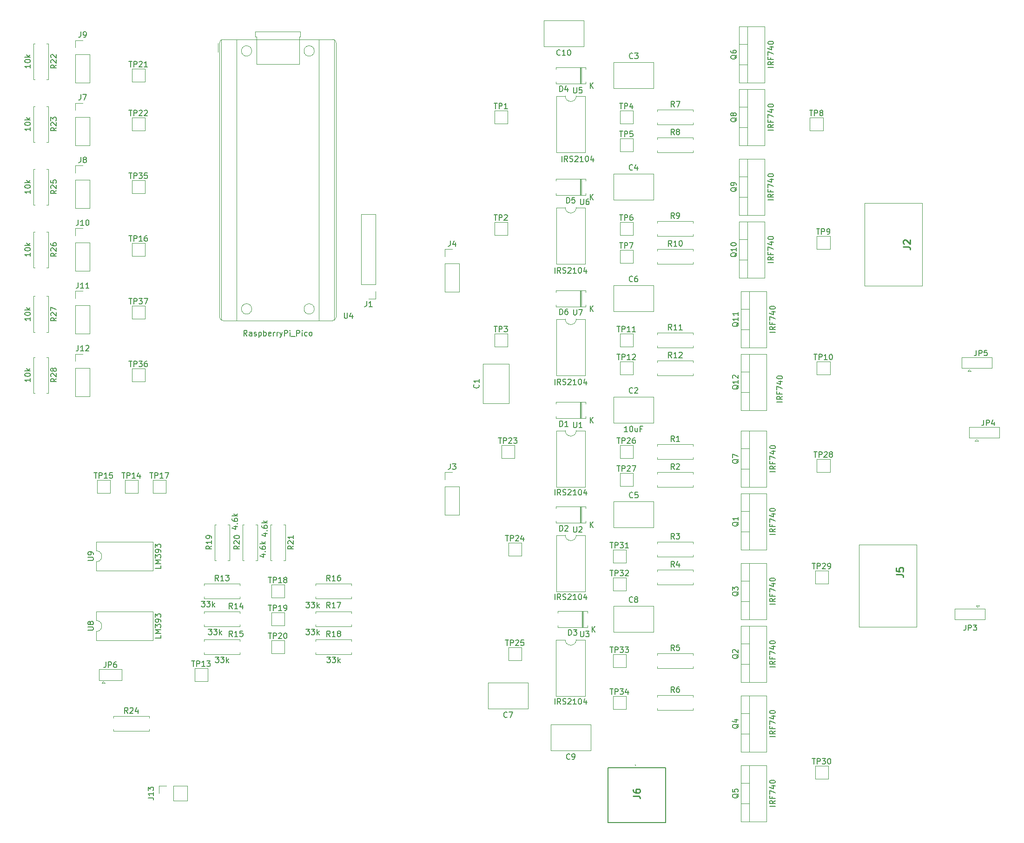
<source format=gbr>
%TF.GenerationSoftware,KiCad,Pcbnew,7.0.5*%
%TF.CreationDate,2024-03-16T22:55:45+00:00*%
%TF.ProjectId,PCB,5043422e-6b69-4636-9164-5f7063625858,rev?*%
%TF.SameCoordinates,Original*%
%TF.FileFunction,Legend,Top*%
%TF.FilePolarity,Positive*%
%FSLAX46Y46*%
G04 Gerber Fmt 4.6, Leading zero omitted, Abs format (unit mm)*
G04 Created by KiCad (PCBNEW 7.0.5) date 2024-03-16 22:55:45*
%MOMM*%
%LPD*%
G01*
G04 APERTURE LIST*
%ADD10C,0.150000*%
%ADD11C,0.254000*%
%ADD12C,0.120000*%
%ADD13C,0.100000*%
%ADD14C,0.200000*%
G04 APERTURE END LIST*
D10*
%TO.C,D5*%
X230071905Y-106734819D02*
X230071905Y-105734819D01*
X230071905Y-105734819D02*
X230310000Y-105734819D01*
X230310000Y-105734819D02*
X230452857Y-105782438D01*
X230452857Y-105782438D02*
X230548095Y-105877676D01*
X230548095Y-105877676D02*
X230595714Y-105972914D01*
X230595714Y-105972914D02*
X230643333Y-106163390D01*
X230643333Y-106163390D02*
X230643333Y-106306247D01*
X230643333Y-106306247D02*
X230595714Y-106496723D01*
X230595714Y-106496723D02*
X230548095Y-106591961D01*
X230548095Y-106591961D02*
X230452857Y-106687200D01*
X230452857Y-106687200D02*
X230310000Y-106734819D01*
X230310000Y-106734819D02*
X230071905Y-106734819D01*
X231548095Y-105734819D02*
X231071905Y-105734819D01*
X231071905Y-105734819D02*
X231024286Y-106211009D01*
X231024286Y-106211009D02*
X231071905Y-106163390D01*
X231071905Y-106163390D02*
X231167143Y-106115771D01*
X231167143Y-106115771D02*
X231405238Y-106115771D01*
X231405238Y-106115771D02*
X231500476Y-106163390D01*
X231500476Y-106163390D02*
X231548095Y-106211009D01*
X231548095Y-106211009D02*
X231595714Y-106306247D01*
X231595714Y-106306247D02*
X231595714Y-106544342D01*
X231595714Y-106544342D02*
X231548095Y-106639580D01*
X231548095Y-106639580D02*
X231500476Y-106687200D01*
X231500476Y-106687200D02*
X231405238Y-106734819D01*
X231405238Y-106734819D02*
X231167143Y-106734819D01*
X231167143Y-106734819D02*
X231071905Y-106687200D01*
X231071905Y-106687200D02*
X231024286Y-106639580D01*
X234358095Y-106164819D02*
X234358095Y-105164819D01*
X234929523Y-106164819D02*
X234500952Y-105593390D01*
X234929523Y-105164819D02*
X234358095Y-105736247D01*
%TO.C,TP32*%
X237961905Y-173656819D02*
X238533333Y-173656819D01*
X238247619Y-174656819D02*
X238247619Y-173656819D01*
X238866667Y-174656819D02*
X238866667Y-173656819D01*
X238866667Y-173656819D02*
X239247619Y-173656819D01*
X239247619Y-173656819D02*
X239342857Y-173704438D01*
X239342857Y-173704438D02*
X239390476Y-173752057D01*
X239390476Y-173752057D02*
X239438095Y-173847295D01*
X239438095Y-173847295D02*
X239438095Y-173990152D01*
X239438095Y-173990152D02*
X239390476Y-174085390D01*
X239390476Y-174085390D02*
X239342857Y-174133009D01*
X239342857Y-174133009D02*
X239247619Y-174180628D01*
X239247619Y-174180628D02*
X238866667Y-174180628D01*
X239771429Y-173656819D02*
X240390476Y-173656819D01*
X240390476Y-173656819D02*
X240057143Y-174037771D01*
X240057143Y-174037771D02*
X240200000Y-174037771D01*
X240200000Y-174037771D02*
X240295238Y-174085390D01*
X240295238Y-174085390D02*
X240342857Y-174133009D01*
X240342857Y-174133009D02*
X240390476Y-174228247D01*
X240390476Y-174228247D02*
X240390476Y-174466342D01*
X240390476Y-174466342D02*
X240342857Y-174561580D01*
X240342857Y-174561580D02*
X240295238Y-174609200D01*
X240295238Y-174609200D02*
X240200000Y-174656819D01*
X240200000Y-174656819D02*
X239914286Y-174656819D01*
X239914286Y-174656819D02*
X239819048Y-174609200D01*
X239819048Y-174609200D02*
X239771429Y-174561580D01*
X240771429Y-173752057D02*
X240819048Y-173704438D01*
X240819048Y-173704438D02*
X240914286Y-173656819D01*
X240914286Y-173656819D02*
X241152381Y-173656819D01*
X241152381Y-173656819D02*
X241247619Y-173704438D01*
X241247619Y-173704438D02*
X241295238Y-173752057D01*
X241295238Y-173752057D02*
X241342857Y-173847295D01*
X241342857Y-173847295D02*
X241342857Y-173942533D01*
X241342857Y-173942533D02*
X241295238Y-174085390D01*
X241295238Y-174085390D02*
X240723810Y-174656819D01*
X240723810Y-174656819D02*
X241342857Y-174656819D01*
%TO.C,C1*%
X214029580Y-139826666D02*
X214077200Y-139874285D01*
X214077200Y-139874285D02*
X214124819Y-140017142D01*
X214124819Y-140017142D02*
X214124819Y-140112380D01*
X214124819Y-140112380D02*
X214077200Y-140255237D01*
X214077200Y-140255237D02*
X213981961Y-140350475D01*
X213981961Y-140350475D02*
X213886723Y-140398094D01*
X213886723Y-140398094D02*
X213696247Y-140445713D01*
X213696247Y-140445713D02*
X213553390Y-140445713D01*
X213553390Y-140445713D02*
X213362914Y-140398094D01*
X213362914Y-140398094D02*
X213267676Y-140350475D01*
X213267676Y-140350475D02*
X213172438Y-140255237D01*
X213172438Y-140255237D02*
X213124819Y-140112380D01*
X213124819Y-140112380D02*
X213124819Y-140017142D01*
X213124819Y-140017142D02*
X213172438Y-139874285D01*
X213172438Y-139874285D02*
X213220057Y-139826666D01*
X214124819Y-138874285D02*
X214124819Y-139445713D01*
X214124819Y-139159999D02*
X213124819Y-139159999D01*
X213124819Y-139159999D02*
X213267676Y-139255237D01*
X213267676Y-139255237D02*
X213362914Y-139350475D01*
X213362914Y-139350475D02*
X213410533Y-139445713D01*
%TO.C,R14*%
X169207142Y-180634819D02*
X168873809Y-180158628D01*
X168635714Y-180634819D02*
X168635714Y-179634819D01*
X168635714Y-179634819D02*
X169016666Y-179634819D01*
X169016666Y-179634819D02*
X169111904Y-179682438D01*
X169111904Y-179682438D02*
X169159523Y-179730057D01*
X169159523Y-179730057D02*
X169207142Y-179825295D01*
X169207142Y-179825295D02*
X169207142Y-179968152D01*
X169207142Y-179968152D02*
X169159523Y-180063390D01*
X169159523Y-180063390D02*
X169111904Y-180111009D01*
X169111904Y-180111009D02*
X169016666Y-180158628D01*
X169016666Y-180158628D02*
X168635714Y-180158628D01*
X170159523Y-180634819D02*
X169588095Y-180634819D01*
X169873809Y-180634819D02*
X169873809Y-179634819D01*
X169873809Y-179634819D02*
X169778571Y-179777676D01*
X169778571Y-179777676D02*
X169683333Y-179872914D01*
X169683333Y-179872914D02*
X169588095Y-179920533D01*
X171016666Y-179968152D02*
X171016666Y-180634819D01*
X170778571Y-179587200D02*
X170540476Y-180301485D01*
X170540476Y-180301485D02*
X171159523Y-180301485D01*
X164825714Y-184374819D02*
X165444761Y-184374819D01*
X165444761Y-184374819D02*
X165111428Y-184755771D01*
X165111428Y-184755771D02*
X165254285Y-184755771D01*
X165254285Y-184755771D02*
X165349523Y-184803390D01*
X165349523Y-184803390D02*
X165397142Y-184851009D01*
X165397142Y-184851009D02*
X165444761Y-184946247D01*
X165444761Y-184946247D02*
X165444761Y-185184342D01*
X165444761Y-185184342D02*
X165397142Y-185279580D01*
X165397142Y-185279580D02*
X165349523Y-185327200D01*
X165349523Y-185327200D02*
X165254285Y-185374819D01*
X165254285Y-185374819D02*
X164968571Y-185374819D01*
X164968571Y-185374819D02*
X164873333Y-185327200D01*
X164873333Y-185327200D02*
X164825714Y-185279580D01*
X165778095Y-184374819D02*
X166397142Y-184374819D01*
X166397142Y-184374819D02*
X166063809Y-184755771D01*
X166063809Y-184755771D02*
X166206666Y-184755771D01*
X166206666Y-184755771D02*
X166301904Y-184803390D01*
X166301904Y-184803390D02*
X166349523Y-184851009D01*
X166349523Y-184851009D02*
X166397142Y-184946247D01*
X166397142Y-184946247D02*
X166397142Y-185184342D01*
X166397142Y-185184342D02*
X166349523Y-185279580D01*
X166349523Y-185279580D02*
X166301904Y-185327200D01*
X166301904Y-185327200D02*
X166206666Y-185374819D01*
X166206666Y-185374819D02*
X165920952Y-185374819D01*
X165920952Y-185374819D02*
X165825714Y-185327200D01*
X165825714Y-185327200D02*
X165778095Y-185279580D01*
X166825714Y-185374819D02*
X166825714Y-184374819D01*
X166920952Y-184993866D02*
X167206666Y-185374819D01*
X167206666Y-184708152D02*
X166825714Y-185089104D01*
%TO.C,TP5*%
X239708095Y-93646819D02*
X240279523Y-93646819D01*
X239993809Y-94646819D02*
X239993809Y-93646819D01*
X240612857Y-94646819D02*
X240612857Y-93646819D01*
X240612857Y-93646819D02*
X240993809Y-93646819D01*
X240993809Y-93646819D02*
X241089047Y-93694438D01*
X241089047Y-93694438D02*
X241136666Y-93742057D01*
X241136666Y-93742057D02*
X241184285Y-93837295D01*
X241184285Y-93837295D02*
X241184285Y-93980152D01*
X241184285Y-93980152D02*
X241136666Y-94075390D01*
X241136666Y-94075390D02*
X241089047Y-94123009D01*
X241089047Y-94123009D02*
X240993809Y-94170628D01*
X240993809Y-94170628D02*
X240612857Y-94170628D01*
X242089047Y-93646819D02*
X241612857Y-93646819D01*
X241612857Y-93646819D02*
X241565238Y-94123009D01*
X241565238Y-94123009D02*
X241612857Y-94075390D01*
X241612857Y-94075390D02*
X241708095Y-94027771D01*
X241708095Y-94027771D02*
X241946190Y-94027771D01*
X241946190Y-94027771D02*
X242041428Y-94075390D01*
X242041428Y-94075390D02*
X242089047Y-94123009D01*
X242089047Y-94123009D02*
X242136666Y-94218247D01*
X242136666Y-94218247D02*
X242136666Y-94456342D01*
X242136666Y-94456342D02*
X242089047Y-94551580D01*
X242089047Y-94551580D02*
X242041428Y-94599200D01*
X242041428Y-94599200D02*
X241946190Y-94646819D01*
X241946190Y-94646819D02*
X241708095Y-94646819D01*
X241708095Y-94646819D02*
X241612857Y-94599200D01*
X241612857Y-94599200D02*
X241565238Y-94551580D01*
%TO.C,TP10*%
X275116905Y-134286819D02*
X275688333Y-134286819D01*
X275402619Y-135286819D02*
X275402619Y-134286819D01*
X276021667Y-135286819D02*
X276021667Y-134286819D01*
X276021667Y-134286819D02*
X276402619Y-134286819D01*
X276402619Y-134286819D02*
X276497857Y-134334438D01*
X276497857Y-134334438D02*
X276545476Y-134382057D01*
X276545476Y-134382057D02*
X276593095Y-134477295D01*
X276593095Y-134477295D02*
X276593095Y-134620152D01*
X276593095Y-134620152D02*
X276545476Y-134715390D01*
X276545476Y-134715390D02*
X276497857Y-134763009D01*
X276497857Y-134763009D02*
X276402619Y-134810628D01*
X276402619Y-134810628D02*
X276021667Y-134810628D01*
X277545476Y-135286819D02*
X276974048Y-135286819D01*
X277259762Y-135286819D02*
X277259762Y-134286819D01*
X277259762Y-134286819D02*
X277164524Y-134429676D01*
X277164524Y-134429676D02*
X277069286Y-134524914D01*
X277069286Y-134524914D02*
X276974048Y-134572533D01*
X278164524Y-134286819D02*
X278259762Y-134286819D01*
X278259762Y-134286819D02*
X278355000Y-134334438D01*
X278355000Y-134334438D02*
X278402619Y-134382057D01*
X278402619Y-134382057D02*
X278450238Y-134477295D01*
X278450238Y-134477295D02*
X278497857Y-134667771D01*
X278497857Y-134667771D02*
X278497857Y-134905866D01*
X278497857Y-134905866D02*
X278450238Y-135096342D01*
X278450238Y-135096342D02*
X278402619Y-135191580D01*
X278402619Y-135191580D02*
X278355000Y-135239200D01*
X278355000Y-135239200D02*
X278259762Y-135286819D01*
X278259762Y-135286819D02*
X278164524Y-135286819D01*
X278164524Y-135286819D02*
X278069286Y-135239200D01*
X278069286Y-135239200D02*
X278021667Y-135191580D01*
X278021667Y-135191580D02*
X277974048Y-135096342D01*
X277974048Y-135096342D02*
X277926429Y-134905866D01*
X277926429Y-134905866D02*
X277926429Y-134667771D01*
X277926429Y-134667771D02*
X277974048Y-134477295D01*
X277974048Y-134477295D02*
X278021667Y-134382057D01*
X278021667Y-134382057D02*
X278069286Y-134334438D01*
X278069286Y-134334438D02*
X278164524Y-134286819D01*
%TO.C,R4*%
X249693333Y-173014819D02*
X249360000Y-172538628D01*
X249121905Y-173014819D02*
X249121905Y-172014819D01*
X249121905Y-172014819D02*
X249502857Y-172014819D01*
X249502857Y-172014819D02*
X249598095Y-172062438D01*
X249598095Y-172062438D02*
X249645714Y-172110057D01*
X249645714Y-172110057D02*
X249693333Y-172205295D01*
X249693333Y-172205295D02*
X249693333Y-172348152D01*
X249693333Y-172348152D02*
X249645714Y-172443390D01*
X249645714Y-172443390D02*
X249598095Y-172491009D01*
X249598095Y-172491009D02*
X249502857Y-172538628D01*
X249502857Y-172538628D02*
X249121905Y-172538628D01*
X250550476Y-172348152D02*
X250550476Y-173014819D01*
X250312381Y-171967200D02*
X250074286Y-172681485D01*
X250074286Y-172681485D02*
X250693333Y-172681485D01*
%TO.C,C2*%
X242073333Y-141309580D02*
X242025714Y-141357200D01*
X242025714Y-141357200D02*
X241882857Y-141404819D01*
X241882857Y-141404819D02*
X241787619Y-141404819D01*
X241787619Y-141404819D02*
X241644762Y-141357200D01*
X241644762Y-141357200D02*
X241549524Y-141261961D01*
X241549524Y-141261961D02*
X241501905Y-141166723D01*
X241501905Y-141166723D02*
X241454286Y-140976247D01*
X241454286Y-140976247D02*
X241454286Y-140833390D01*
X241454286Y-140833390D02*
X241501905Y-140642914D01*
X241501905Y-140642914D02*
X241549524Y-140547676D01*
X241549524Y-140547676D02*
X241644762Y-140452438D01*
X241644762Y-140452438D02*
X241787619Y-140404819D01*
X241787619Y-140404819D02*
X241882857Y-140404819D01*
X241882857Y-140404819D02*
X242025714Y-140452438D01*
X242025714Y-140452438D02*
X242073333Y-140500057D01*
X242454286Y-140500057D02*
X242501905Y-140452438D01*
X242501905Y-140452438D02*
X242597143Y-140404819D01*
X242597143Y-140404819D02*
X242835238Y-140404819D01*
X242835238Y-140404819D02*
X242930476Y-140452438D01*
X242930476Y-140452438D02*
X242978095Y-140500057D01*
X242978095Y-140500057D02*
X243025714Y-140595295D01*
X243025714Y-140595295D02*
X243025714Y-140690533D01*
X243025714Y-140690533D02*
X242978095Y-140833390D01*
X242978095Y-140833390D02*
X242406667Y-141404819D01*
X242406667Y-141404819D02*
X243025714Y-141404819D01*
X241168571Y-148404819D02*
X240597143Y-148404819D01*
X240882857Y-148404819D02*
X240882857Y-147404819D01*
X240882857Y-147404819D02*
X240787619Y-147547676D01*
X240787619Y-147547676D02*
X240692381Y-147642914D01*
X240692381Y-147642914D02*
X240597143Y-147690533D01*
X241787619Y-147404819D02*
X241882857Y-147404819D01*
X241882857Y-147404819D02*
X241978095Y-147452438D01*
X241978095Y-147452438D02*
X242025714Y-147500057D01*
X242025714Y-147500057D02*
X242073333Y-147595295D01*
X242073333Y-147595295D02*
X242120952Y-147785771D01*
X242120952Y-147785771D02*
X242120952Y-148023866D01*
X242120952Y-148023866D02*
X242073333Y-148214342D01*
X242073333Y-148214342D02*
X242025714Y-148309580D01*
X242025714Y-148309580D02*
X241978095Y-148357200D01*
X241978095Y-148357200D02*
X241882857Y-148404819D01*
X241882857Y-148404819D02*
X241787619Y-148404819D01*
X241787619Y-148404819D02*
X241692381Y-148357200D01*
X241692381Y-148357200D02*
X241644762Y-148309580D01*
X241644762Y-148309580D02*
X241597143Y-148214342D01*
X241597143Y-148214342D02*
X241549524Y-148023866D01*
X241549524Y-148023866D02*
X241549524Y-147785771D01*
X241549524Y-147785771D02*
X241597143Y-147595295D01*
X241597143Y-147595295D02*
X241644762Y-147500057D01*
X241644762Y-147500057D02*
X241692381Y-147452438D01*
X241692381Y-147452438D02*
X241787619Y-147404819D01*
X242978095Y-147738152D02*
X242978095Y-148404819D01*
X242549524Y-147738152D02*
X242549524Y-148261961D01*
X242549524Y-148261961D02*
X242597143Y-148357200D01*
X242597143Y-148357200D02*
X242692381Y-148404819D01*
X242692381Y-148404819D02*
X242835238Y-148404819D01*
X242835238Y-148404819D02*
X242930476Y-148357200D01*
X242930476Y-148357200D02*
X242978095Y-148309580D01*
X243787619Y-147881009D02*
X243454286Y-147881009D01*
X243454286Y-148404819D02*
X243454286Y-147404819D01*
X243454286Y-147404819D02*
X243930476Y-147404819D01*
%TO.C,Q1*%
X261380057Y-164865238D02*
X261332438Y-164960476D01*
X261332438Y-164960476D02*
X261237200Y-165055714D01*
X261237200Y-165055714D02*
X261094342Y-165198571D01*
X261094342Y-165198571D02*
X261046723Y-165293809D01*
X261046723Y-165293809D02*
X261046723Y-165389047D01*
X261284819Y-165341428D02*
X261237200Y-165436666D01*
X261237200Y-165436666D02*
X261141961Y-165531904D01*
X261141961Y-165531904D02*
X260951485Y-165579523D01*
X260951485Y-165579523D02*
X260618152Y-165579523D01*
X260618152Y-165579523D02*
X260427676Y-165531904D01*
X260427676Y-165531904D02*
X260332438Y-165436666D01*
X260332438Y-165436666D02*
X260284819Y-165341428D01*
X260284819Y-165341428D02*
X260284819Y-165150952D01*
X260284819Y-165150952D02*
X260332438Y-165055714D01*
X260332438Y-165055714D02*
X260427676Y-164960476D01*
X260427676Y-164960476D02*
X260618152Y-164912857D01*
X260618152Y-164912857D02*
X260951485Y-164912857D01*
X260951485Y-164912857D02*
X261141961Y-164960476D01*
X261141961Y-164960476D02*
X261237200Y-165055714D01*
X261237200Y-165055714D02*
X261284819Y-165150952D01*
X261284819Y-165150952D02*
X261284819Y-165341428D01*
X261284819Y-163960476D02*
X261284819Y-164531904D01*
X261284819Y-164246190D02*
X260284819Y-164246190D01*
X260284819Y-164246190D02*
X260427676Y-164341428D01*
X260427676Y-164341428D02*
X260522914Y-164436666D01*
X260522914Y-164436666D02*
X260570533Y-164531904D01*
X268054819Y-167127142D02*
X267054819Y-167127142D01*
X268054819Y-166079524D02*
X267578628Y-166412857D01*
X268054819Y-166650952D02*
X267054819Y-166650952D01*
X267054819Y-166650952D02*
X267054819Y-166270000D01*
X267054819Y-166270000D02*
X267102438Y-166174762D01*
X267102438Y-166174762D02*
X267150057Y-166127143D01*
X267150057Y-166127143D02*
X267245295Y-166079524D01*
X267245295Y-166079524D02*
X267388152Y-166079524D01*
X267388152Y-166079524D02*
X267483390Y-166127143D01*
X267483390Y-166127143D02*
X267531009Y-166174762D01*
X267531009Y-166174762D02*
X267578628Y-166270000D01*
X267578628Y-166270000D02*
X267578628Y-166650952D01*
X267531009Y-165317619D02*
X267531009Y-165650952D01*
X268054819Y-165650952D02*
X267054819Y-165650952D01*
X267054819Y-165650952D02*
X267054819Y-165174762D01*
X267054819Y-164889047D02*
X267054819Y-164222381D01*
X267054819Y-164222381D02*
X268054819Y-164650952D01*
X267388152Y-163412857D02*
X268054819Y-163412857D01*
X267007200Y-163650952D02*
X267721485Y-163889047D01*
X267721485Y-163889047D02*
X267721485Y-163270000D01*
X267054819Y-162698571D02*
X267054819Y-162603333D01*
X267054819Y-162603333D02*
X267102438Y-162508095D01*
X267102438Y-162508095D02*
X267150057Y-162460476D01*
X267150057Y-162460476D02*
X267245295Y-162412857D01*
X267245295Y-162412857D02*
X267435771Y-162365238D01*
X267435771Y-162365238D02*
X267673866Y-162365238D01*
X267673866Y-162365238D02*
X267864342Y-162412857D01*
X267864342Y-162412857D02*
X267959580Y-162460476D01*
X267959580Y-162460476D02*
X268007200Y-162508095D01*
X268007200Y-162508095D02*
X268054819Y-162603333D01*
X268054819Y-162603333D02*
X268054819Y-162698571D01*
X268054819Y-162698571D02*
X268007200Y-162793809D01*
X268007200Y-162793809D02*
X267959580Y-162841428D01*
X267959580Y-162841428D02*
X267864342Y-162889047D01*
X267864342Y-162889047D02*
X267673866Y-162936666D01*
X267673866Y-162936666D02*
X267435771Y-162936666D01*
X267435771Y-162936666D02*
X267245295Y-162889047D01*
X267245295Y-162889047D02*
X267150057Y-162841428D01*
X267150057Y-162841428D02*
X267102438Y-162793809D01*
X267102438Y-162793809D02*
X267054819Y-162698571D01*
%TO.C,TP31*%
X237961905Y-168576819D02*
X238533333Y-168576819D01*
X238247619Y-169576819D02*
X238247619Y-168576819D01*
X238866667Y-169576819D02*
X238866667Y-168576819D01*
X238866667Y-168576819D02*
X239247619Y-168576819D01*
X239247619Y-168576819D02*
X239342857Y-168624438D01*
X239342857Y-168624438D02*
X239390476Y-168672057D01*
X239390476Y-168672057D02*
X239438095Y-168767295D01*
X239438095Y-168767295D02*
X239438095Y-168910152D01*
X239438095Y-168910152D02*
X239390476Y-169005390D01*
X239390476Y-169005390D02*
X239342857Y-169053009D01*
X239342857Y-169053009D02*
X239247619Y-169100628D01*
X239247619Y-169100628D02*
X238866667Y-169100628D01*
X239771429Y-168576819D02*
X240390476Y-168576819D01*
X240390476Y-168576819D02*
X240057143Y-168957771D01*
X240057143Y-168957771D02*
X240200000Y-168957771D01*
X240200000Y-168957771D02*
X240295238Y-169005390D01*
X240295238Y-169005390D02*
X240342857Y-169053009D01*
X240342857Y-169053009D02*
X240390476Y-169148247D01*
X240390476Y-169148247D02*
X240390476Y-169386342D01*
X240390476Y-169386342D02*
X240342857Y-169481580D01*
X240342857Y-169481580D02*
X240295238Y-169529200D01*
X240295238Y-169529200D02*
X240200000Y-169576819D01*
X240200000Y-169576819D02*
X239914286Y-169576819D01*
X239914286Y-169576819D02*
X239819048Y-169529200D01*
X239819048Y-169529200D02*
X239771429Y-169481580D01*
X241342857Y-169576819D02*
X240771429Y-169576819D01*
X241057143Y-169576819D02*
X241057143Y-168576819D01*
X241057143Y-168576819D02*
X240961905Y-168719676D01*
X240961905Y-168719676D02*
X240866667Y-168814914D01*
X240866667Y-168814914D02*
X240771429Y-168862533D01*
%TO.C,Q5*%
X261380057Y-214395238D02*
X261332438Y-214490476D01*
X261332438Y-214490476D02*
X261237200Y-214585714D01*
X261237200Y-214585714D02*
X261094342Y-214728571D01*
X261094342Y-214728571D02*
X261046723Y-214823809D01*
X261046723Y-214823809D02*
X261046723Y-214919047D01*
X261284819Y-214871428D02*
X261237200Y-214966666D01*
X261237200Y-214966666D02*
X261141961Y-215061904D01*
X261141961Y-215061904D02*
X260951485Y-215109523D01*
X260951485Y-215109523D02*
X260618152Y-215109523D01*
X260618152Y-215109523D02*
X260427676Y-215061904D01*
X260427676Y-215061904D02*
X260332438Y-214966666D01*
X260332438Y-214966666D02*
X260284819Y-214871428D01*
X260284819Y-214871428D02*
X260284819Y-214680952D01*
X260284819Y-214680952D02*
X260332438Y-214585714D01*
X260332438Y-214585714D02*
X260427676Y-214490476D01*
X260427676Y-214490476D02*
X260618152Y-214442857D01*
X260618152Y-214442857D02*
X260951485Y-214442857D01*
X260951485Y-214442857D02*
X261141961Y-214490476D01*
X261141961Y-214490476D02*
X261237200Y-214585714D01*
X261237200Y-214585714D02*
X261284819Y-214680952D01*
X261284819Y-214680952D02*
X261284819Y-214871428D01*
X260284819Y-213538095D02*
X260284819Y-214014285D01*
X260284819Y-214014285D02*
X260761009Y-214061904D01*
X260761009Y-214061904D02*
X260713390Y-214014285D01*
X260713390Y-214014285D02*
X260665771Y-213919047D01*
X260665771Y-213919047D02*
X260665771Y-213680952D01*
X260665771Y-213680952D02*
X260713390Y-213585714D01*
X260713390Y-213585714D02*
X260761009Y-213538095D01*
X260761009Y-213538095D02*
X260856247Y-213490476D01*
X260856247Y-213490476D02*
X261094342Y-213490476D01*
X261094342Y-213490476D02*
X261189580Y-213538095D01*
X261189580Y-213538095D02*
X261237200Y-213585714D01*
X261237200Y-213585714D02*
X261284819Y-213680952D01*
X261284819Y-213680952D02*
X261284819Y-213919047D01*
X261284819Y-213919047D02*
X261237200Y-214014285D01*
X261237200Y-214014285D02*
X261189580Y-214061904D01*
X268054819Y-216657142D02*
X267054819Y-216657142D01*
X268054819Y-215609524D02*
X267578628Y-215942857D01*
X268054819Y-216180952D02*
X267054819Y-216180952D01*
X267054819Y-216180952D02*
X267054819Y-215800000D01*
X267054819Y-215800000D02*
X267102438Y-215704762D01*
X267102438Y-215704762D02*
X267150057Y-215657143D01*
X267150057Y-215657143D02*
X267245295Y-215609524D01*
X267245295Y-215609524D02*
X267388152Y-215609524D01*
X267388152Y-215609524D02*
X267483390Y-215657143D01*
X267483390Y-215657143D02*
X267531009Y-215704762D01*
X267531009Y-215704762D02*
X267578628Y-215800000D01*
X267578628Y-215800000D02*
X267578628Y-216180952D01*
X267531009Y-214847619D02*
X267531009Y-215180952D01*
X268054819Y-215180952D02*
X267054819Y-215180952D01*
X267054819Y-215180952D02*
X267054819Y-214704762D01*
X267054819Y-214419047D02*
X267054819Y-213752381D01*
X267054819Y-213752381D02*
X268054819Y-214180952D01*
X267388152Y-212942857D02*
X268054819Y-212942857D01*
X267007200Y-213180952D02*
X267721485Y-213419047D01*
X267721485Y-213419047D02*
X267721485Y-212800000D01*
X267054819Y-212228571D02*
X267054819Y-212133333D01*
X267054819Y-212133333D02*
X267102438Y-212038095D01*
X267102438Y-212038095D02*
X267150057Y-211990476D01*
X267150057Y-211990476D02*
X267245295Y-211942857D01*
X267245295Y-211942857D02*
X267435771Y-211895238D01*
X267435771Y-211895238D02*
X267673866Y-211895238D01*
X267673866Y-211895238D02*
X267864342Y-211942857D01*
X267864342Y-211942857D02*
X267959580Y-211990476D01*
X267959580Y-211990476D02*
X268007200Y-212038095D01*
X268007200Y-212038095D02*
X268054819Y-212133333D01*
X268054819Y-212133333D02*
X268054819Y-212228571D01*
X268054819Y-212228571D02*
X268007200Y-212323809D01*
X268007200Y-212323809D02*
X267959580Y-212371428D01*
X267959580Y-212371428D02*
X267864342Y-212419047D01*
X267864342Y-212419047D02*
X267673866Y-212466666D01*
X267673866Y-212466666D02*
X267435771Y-212466666D01*
X267435771Y-212466666D02*
X267245295Y-212419047D01*
X267245295Y-212419047D02*
X267150057Y-212371428D01*
X267150057Y-212371428D02*
X267102438Y-212323809D01*
X267102438Y-212323809D02*
X267054819Y-212228571D01*
%TO.C,R25*%
X137114819Y-104452857D02*
X136638628Y-104786190D01*
X137114819Y-105024285D02*
X136114819Y-105024285D01*
X136114819Y-105024285D02*
X136114819Y-104643333D01*
X136114819Y-104643333D02*
X136162438Y-104548095D01*
X136162438Y-104548095D02*
X136210057Y-104500476D01*
X136210057Y-104500476D02*
X136305295Y-104452857D01*
X136305295Y-104452857D02*
X136448152Y-104452857D01*
X136448152Y-104452857D02*
X136543390Y-104500476D01*
X136543390Y-104500476D02*
X136591009Y-104548095D01*
X136591009Y-104548095D02*
X136638628Y-104643333D01*
X136638628Y-104643333D02*
X136638628Y-105024285D01*
X136210057Y-104071904D02*
X136162438Y-104024285D01*
X136162438Y-104024285D02*
X136114819Y-103929047D01*
X136114819Y-103929047D02*
X136114819Y-103690952D01*
X136114819Y-103690952D02*
X136162438Y-103595714D01*
X136162438Y-103595714D02*
X136210057Y-103548095D01*
X136210057Y-103548095D02*
X136305295Y-103500476D01*
X136305295Y-103500476D02*
X136400533Y-103500476D01*
X136400533Y-103500476D02*
X136543390Y-103548095D01*
X136543390Y-103548095D02*
X137114819Y-104119523D01*
X137114819Y-104119523D02*
X137114819Y-103500476D01*
X136114819Y-102595714D02*
X136114819Y-103071904D01*
X136114819Y-103071904D02*
X136591009Y-103119523D01*
X136591009Y-103119523D02*
X136543390Y-103071904D01*
X136543390Y-103071904D02*
X136495771Y-102976666D01*
X136495771Y-102976666D02*
X136495771Y-102738571D01*
X136495771Y-102738571D02*
X136543390Y-102643333D01*
X136543390Y-102643333D02*
X136591009Y-102595714D01*
X136591009Y-102595714D02*
X136686247Y-102548095D01*
X136686247Y-102548095D02*
X136924342Y-102548095D01*
X136924342Y-102548095D02*
X137019580Y-102595714D01*
X137019580Y-102595714D02*
X137067200Y-102643333D01*
X137067200Y-102643333D02*
X137114819Y-102738571D01*
X137114819Y-102738571D02*
X137114819Y-102976666D01*
X137114819Y-102976666D02*
X137067200Y-103071904D01*
X137067200Y-103071904D02*
X137019580Y-103119523D01*
X132374819Y-104405238D02*
X132374819Y-104976666D01*
X132374819Y-104690952D02*
X131374819Y-104690952D01*
X131374819Y-104690952D02*
X131517676Y-104786190D01*
X131517676Y-104786190D02*
X131612914Y-104881428D01*
X131612914Y-104881428D02*
X131660533Y-104976666D01*
X131374819Y-103786190D02*
X131374819Y-103690952D01*
X131374819Y-103690952D02*
X131422438Y-103595714D01*
X131422438Y-103595714D02*
X131470057Y-103548095D01*
X131470057Y-103548095D02*
X131565295Y-103500476D01*
X131565295Y-103500476D02*
X131755771Y-103452857D01*
X131755771Y-103452857D02*
X131993866Y-103452857D01*
X131993866Y-103452857D02*
X132184342Y-103500476D01*
X132184342Y-103500476D02*
X132279580Y-103548095D01*
X132279580Y-103548095D02*
X132327200Y-103595714D01*
X132327200Y-103595714D02*
X132374819Y-103690952D01*
X132374819Y-103690952D02*
X132374819Y-103786190D01*
X132374819Y-103786190D02*
X132327200Y-103881428D01*
X132327200Y-103881428D02*
X132279580Y-103929047D01*
X132279580Y-103929047D02*
X132184342Y-103976666D01*
X132184342Y-103976666D02*
X131993866Y-104024285D01*
X131993866Y-104024285D02*
X131755771Y-104024285D01*
X131755771Y-104024285D02*
X131565295Y-103976666D01*
X131565295Y-103976666D02*
X131470057Y-103929047D01*
X131470057Y-103929047D02*
X131422438Y-103881428D01*
X131422438Y-103881428D02*
X131374819Y-103786190D01*
X132374819Y-103024285D02*
X131374819Y-103024285D01*
X131993866Y-102929047D02*
X132374819Y-102643333D01*
X131708152Y-102643333D02*
X132089104Y-103024285D01*
%TO.C,JP5*%
X304691666Y-133569819D02*
X304691666Y-134284104D01*
X304691666Y-134284104D02*
X304644047Y-134426961D01*
X304644047Y-134426961D02*
X304548809Y-134522200D01*
X304548809Y-134522200D02*
X304405952Y-134569819D01*
X304405952Y-134569819D02*
X304310714Y-134569819D01*
X305167857Y-134569819D02*
X305167857Y-133569819D01*
X305167857Y-133569819D02*
X305548809Y-133569819D01*
X305548809Y-133569819D02*
X305644047Y-133617438D01*
X305644047Y-133617438D02*
X305691666Y-133665057D01*
X305691666Y-133665057D02*
X305739285Y-133760295D01*
X305739285Y-133760295D02*
X305739285Y-133903152D01*
X305739285Y-133903152D02*
X305691666Y-133998390D01*
X305691666Y-133998390D02*
X305644047Y-134046009D01*
X305644047Y-134046009D02*
X305548809Y-134093628D01*
X305548809Y-134093628D02*
X305167857Y-134093628D01*
X306644047Y-133569819D02*
X306167857Y-133569819D01*
X306167857Y-133569819D02*
X306120238Y-134046009D01*
X306120238Y-134046009D02*
X306167857Y-133998390D01*
X306167857Y-133998390D02*
X306263095Y-133950771D01*
X306263095Y-133950771D02*
X306501190Y-133950771D01*
X306501190Y-133950771D02*
X306596428Y-133998390D01*
X306596428Y-133998390D02*
X306644047Y-134046009D01*
X306644047Y-134046009D02*
X306691666Y-134141247D01*
X306691666Y-134141247D02*
X306691666Y-134379342D01*
X306691666Y-134379342D02*
X306644047Y-134474580D01*
X306644047Y-134474580D02*
X306596428Y-134522200D01*
X306596428Y-134522200D02*
X306501190Y-134569819D01*
X306501190Y-134569819D02*
X306263095Y-134569819D01*
X306263095Y-134569819D02*
X306167857Y-134522200D01*
X306167857Y-134522200D02*
X306120238Y-134474580D01*
%TO.C,D3*%
X230401905Y-185474819D02*
X230401905Y-184474819D01*
X230401905Y-184474819D02*
X230640000Y-184474819D01*
X230640000Y-184474819D02*
X230782857Y-184522438D01*
X230782857Y-184522438D02*
X230878095Y-184617676D01*
X230878095Y-184617676D02*
X230925714Y-184712914D01*
X230925714Y-184712914D02*
X230973333Y-184903390D01*
X230973333Y-184903390D02*
X230973333Y-185046247D01*
X230973333Y-185046247D02*
X230925714Y-185236723D01*
X230925714Y-185236723D02*
X230878095Y-185331961D01*
X230878095Y-185331961D02*
X230782857Y-185427200D01*
X230782857Y-185427200D02*
X230640000Y-185474819D01*
X230640000Y-185474819D02*
X230401905Y-185474819D01*
X231306667Y-184474819D02*
X231925714Y-184474819D01*
X231925714Y-184474819D02*
X231592381Y-184855771D01*
X231592381Y-184855771D02*
X231735238Y-184855771D01*
X231735238Y-184855771D02*
X231830476Y-184903390D01*
X231830476Y-184903390D02*
X231878095Y-184951009D01*
X231878095Y-184951009D02*
X231925714Y-185046247D01*
X231925714Y-185046247D02*
X231925714Y-185284342D01*
X231925714Y-185284342D02*
X231878095Y-185379580D01*
X231878095Y-185379580D02*
X231830476Y-185427200D01*
X231830476Y-185427200D02*
X231735238Y-185474819D01*
X231735238Y-185474819D02*
X231449524Y-185474819D01*
X231449524Y-185474819D02*
X231354286Y-185427200D01*
X231354286Y-185427200D02*
X231306667Y-185379580D01*
X234688095Y-184904819D02*
X234688095Y-183904819D01*
X235259523Y-184904819D02*
X234830952Y-184333390D01*
X235259523Y-183904819D02*
X234688095Y-184476247D01*
%TO.C,C5*%
X242113333Y-160359580D02*
X242065714Y-160407200D01*
X242065714Y-160407200D02*
X241922857Y-160454819D01*
X241922857Y-160454819D02*
X241827619Y-160454819D01*
X241827619Y-160454819D02*
X241684762Y-160407200D01*
X241684762Y-160407200D02*
X241589524Y-160311961D01*
X241589524Y-160311961D02*
X241541905Y-160216723D01*
X241541905Y-160216723D02*
X241494286Y-160026247D01*
X241494286Y-160026247D02*
X241494286Y-159883390D01*
X241494286Y-159883390D02*
X241541905Y-159692914D01*
X241541905Y-159692914D02*
X241589524Y-159597676D01*
X241589524Y-159597676D02*
X241684762Y-159502438D01*
X241684762Y-159502438D02*
X241827619Y-159454819D01*
X241827619Y-159454819D02*
X241922857Y-159454819D01*
X241922857Y-159454819D02*
X242065714Y-159502438D01*
X242065714Y-159502438D02*
X242113333Y-159550057D01*
X243018095Y-159454819D02*
X242541905Y-159454819D01*
X242541905Y-159454819D02*
X242494286Y-159931009D01*
X242494286Y-159931009D02*
X242541905Y-159883390D01*
X242541905Y-159883390D02*
X242637143Y-159835771D01*
X242637143Y-159835771D02*
X242875238Y-159835771D01*
X242875238Y-159835771D02*
X242970476Y-159883390D01*
X242970476Y-159883390D02*
X243018095Y-159931009D01*
X243018095Y-159931009D02*
X243065714Y-160026247D01*
X243065714Y-160026247D02*
X243065714Y-160264342D01*
X243065714Y-160264342D02*
X243018095Y-160359580D01*
X243018095Y-160359580D02*
X242970476Y-160407200D01*
X242970476Y-160407200D02*
X242875238Y-160454819D01*
X242875238Y-160454819D02*
X242637143Y-160454819D01*
X242637143Y-160454819D02*
X242541905Y-160407200D01*
X242541905Y-160407200D02*
X242494286Y-160359580D01*
%TO.C,U1*%
X231318095Y-146664819D02*
X231318095Y-147474342D01*
X231318095Y-147474342D02*
X231365714Y-147569580D01*
X231365714Y-147569580D02*
X231413333Y-147617200D01*
X231413333Y-147617200D02*
X231508571Y-147664819D01*
X231508571Y-147664819D02*
X231699047Y-147664819D01*
X231699047Y-147664819D02*
X231794285Y-147617200D01*
X231794285Y-147617200D02*
X231841904Y-147569580D01*
X231841904Y-147569580D02*
X231889523Y-147474342D01*
X231889523Y-147474342D02*
X231889523Y-146664819D01*
X232889523Y-147664819D02*
X232318095Y-147664819D01*
X232603809Y-147664819D02*
X232603809Y-146664819D01*
X232603809Y-146664819D02*
X232508571Y-146807676D01*
X232508571Y-146807676D02*
X232413333Y-146902914D01*
X232413333Y-146902914D02*
X232318095Y-146950533D01*
X227939048Y-159944819D02*
X227939048Y-158944819D01*
X228986666Y-159944819D02*
X228653333Y-159468628D01*
X228415238Y-159944819D02*
X228415238Y-158944819D01*
X228415238Y-158944819D02*
X228796190Y-158944819D01*
X228796190Y-158944819D02*
X228891428Y-158992438D01*
X228891428Y-158992438D02*
X228939047Y-159040057D01*
X228939047Y-159040057D02*
X228986666Y-159135295D01*
X228986666Y-159135295D02*
X228986666Y-159278152D01*
X228986666Y-159278152D02*
X228939047Y-159373390D01*
X228939047Y-159373390D02*
X228891428Y-159421009D01*
X228891428Y-159421009D02*
X228796190Y-159468628D01*
X228796190Y-159468628D02*
X228415238Y-159468628D01*
X229367619Y-159897200D02*
X229510476Y-159944819D01*
X229510476Y-159944819D02*
X229748571Y-159944819D01*
X229748571Y-159944819D02*
X229843809Y-159897200D01*
X229843809Y-159897200D02*
X229891428Y-159849580D01*
X229891428Y-159849580D02*
X229939047Y-159754342D01*
X229939047Y-159754342D02*
X229939047Y-159659104D01*
X229939047Y-159659104D02*
X229891428Y-159563866D01*
X229891428Y-159563866D02*
X229843809Y-159516247D01*
X229843809Y-159516247D02*
X229748571Y-159468628D01*
X229748571Y-159468628D02*
X229558095Y-159421009D01*
X229558095Y-159421009D02*
X229462857Y-159373390D01*
X229462857Y-159373390D02*
X229415238Y-159325771D01*
X229415238Y-159325771D02*
X229367619Y-159230533D01*
X229367619Y-159230533D02*
X229367619Y-159135295D01*
X229367619Y-159135295D02*
X229415238Y-159040057D01*
X229415238Y-159040057D02*
X229462857Y-158992438D01*
X229462857Y-158992438D02*
X229558095Y-158944819D01*
X229558095Y-158944819D02*
X229796190Y-158944819D01*
X229796190Y-158944819D02*
X229939047Y-158992438D01*
X230320000Y-159040057D02*
X230367619Y-158992438D01*
X230367619Y-158992438D02*
X230462857Y-158944819D01*
X230462857Y-158944819D02*
X230700952Y-158944819D01*
X230700952Y-158944819D02*
X230796190Y-158992438D01*
X230796190Y-158992438D02*
X230843809Y-159040057D01*
X230843809Y-159040057D02*
X230891428Y-159135295D01*
X230891428Y-159135295D02*
X230891428Y-159230533D01*
X230891428Y-159230533D02*
X230843809Y-159373390D01*
X230843809Y-159373390D02*
X230272381Y-159944819D01*
X230272381Y-159944819D02*
X230891428Y-159944819D01*
X231843809Y-159944819D02*
X231272381Y-159944819D01*
X231558095Y-159944819D02*
X231558095Y-158944819D01*
X231558095Y-158944819D02*
X231462857Y-159087676D01*
X231462857Y-159087676D02*
X231367619Y-159182914D01*
X231367619Y-159182914D02*
X231272381Y-159230533D01*
X232462857Y-158944819D02*
X232558095Y-158944819D01*
X232558095Y-158944819D02*
X232653333Y-158992438D01*
X232653333Y-158992438D02*
X232700952Y-159040057D01*
X232700952Y-159040057D02*
X232748571Y-159135295D01*
X232748571Y-159135295D02*
X232796190Y-159325771D01*
X232796190Y-159325771D02*
X232796190Y-159563866D01*
X232796190Y-159563866D02*
X232748571Y-159754342D01*
X232748571Y-159754342D02*
X232700952Y-159849580D01*
X232700952Y-159849580D02*
X232653333Y-159897200D01*
X232653333Y-159897200D02*
X232558095Y-159944819D01*
X232558095Y-159944819D02*
X232462857Y-159944819D01*
X232462857Y-159944819D02*
X232367619Y-159897200D01*
X232367619Y-159897200D02*
X232320000Y-159849580D01*
X232320000Y-159849580D02*
X232272381Y-159754342D01*
X232272381Y-159754342D02*
X232224762Y-159563866D01*
X232224762Y-159563866D02*
X232224762Y-159325771D01*
X232224762Y-159325771D02*
X232272381Y-159135295D01*
X232272381Y-159135295D02*
X232320000Y-159040057D01*
X232320000Y-159040057D02*
X232367619Y-158992438D01*
X232367619Y-158992438D02*
X232462857Y-158944819D01*
X233653333Y-159278152D02*
X233653333Y-159944819D01*
X233415238Y-158897200D02*
X233177143Y-159611485D01*
X233177143Y-159611485D02*
X233796190Y-159611485D01*
%TO.C,TP26*%
X239231905Y-149526819D02*
X239803333Y-149526819D01*
X239517619Y-150526819D02*
X239517619Y-149526819D01*
X240136667Y-150526819D02*
X240136667Y-149526819D01*
X240136667Y-149526819D02*
X240517619Y-149526819D01*
X240517619Y-149526819D02*
X240612857Y-149574438D01*
X240612857Y-149574438D02*
X240660476Y-149622057D01*
X240660476Y-149622057D02*
X240708095Y-149717295D01*
X240708095Y-149717295D02*
X240708095Y-149860152D01*
X240708095Y-149860152D02*
X240660476Y-149955390D01*
X240660476Y-149955390D02*
X240612857Y-150003009D01*
X240612857Y-150003009D02*
X240517619Y-150050628D01*
X240517619Y-150050628D02*
X240136667Y-150050628D01*
X241089048Y-149622057D02*
X241136667Y-149574438D01*
X241136667Y-149574438D02*
X241231905Y-149526819D01*
X241231905Y-149526819D02*
X241470000Y-149526819D01*
X241470000Y-149526819D02*
X241565238Y-149574438D01*
X241565238Y-149574438D02*
X241612857Y-149622057D01*
X241612857Y-149622057D02*
X241660476Y-149717295D01*
X241660476Y-149717295D02*
X241660476Y-149812533D01*
X241660476Y-149812533D02*
X241612857Y-149955390D01*
X241612857Y-149955390D02*
X241041429Y-150526819D01*
X241041429Y-150526819D02*
X241660476Y-150526819D01*
X242517619Y-149526819D02*
X242327143Y-149526819D01*
X242327143Y-149526819D02*
X242231905Y-149574438D01*
X242231905Y-149574438D02*
X242184286Y-149622057D01*
X242184286Y-149622057D02*
X242089048Y-149764914D01*
X242089048Y-149764914D02*
X242041429Y-149955390D01*
X242041429Y-149955390D02*
X242041429Y-150336342D01*
X242041429Y-150336342D02*
X242089048Y-150431580D01*
X242089048Y-150431580D02*
X242136667Y-150479200D01*
X242136667Y-150479200D02*
X242231905Y-150526819D01*
X242231905Y-150526819D02*
X242422381Y-150526819D01*
X242422381Y-150526819D02*
X242517619Y-150479200D01*
X242517619Y-150479200D02*
X242565238Y-150431580D01*
X242565238Y-150431580D02*
X242612857Y-150336342D01*
X242612857Y-150336342D02*
X242612857Y-150098247D01*
X242612857Y-150098247D02*
X242565238Y-150003009D01*
X242565238Y-150003009D02*
X242517619Y-149955390D01*
X242517619Y-149955390D02*
X242422381Y-149907771D01*
X242422381Y-149907771D02*
X242231905Y-149907771D01*
X242231905Y-149907771D02*
X242136667Y-149955390D01*
X242136667Y-149955390D02*
X242089048Y-150003009D01*
X242089048Y-150003009D02*
X242041429Y-150098247D01*
%TO.C,Q11*%
X261380057Y-128511428D02*
X261332438Y-128606666D01*
X261332438Y-128606666D02*
X261237200Y-128701904D01*
X261237200Y-128701904D02*
X261094342Y-128844761D01*
X261094342Y-128844761D02*
X261046723Y-128939999D01*
X261046723Y-128939999D02*
X261046723Y-129035237D01*
X261284819Y-128987618D02*
X261237200Y-129082856D01*
X261237200Y-129082856D02*
X261141961Y-129178094D01*
X261141961Y-129178094D02*
X260951485Y-129225713D01*
X260951485Y-129225713D02*
X260618152Y-129225713D01*
X260618152Y-129225713D02*
X260427676Y-129178094D01*
X260427676Y-129178094D02*
X260332438Y-129082856D01*
X260332438Y-129082856D02*
X260284819Y-128987618D01*
X260284819Y-128987618D02*
X260284819Y-128797142D01*
X260284819Y-128797142D02*
X260332438Y-128701904D01*
X260332438Y-128701904D02*
X260427676Y-128606666D01*
X260427676Y-128606666D02*
X260618152Y-128559047D01*
X260618152Y-128559047D02*
X260951485Y-128559047D01*
X260951485Y-128559047D02*
X261141961Y-128606666D01*
X261141961Y-128606666D02*
X261237200Y-128701904D01*
X261237200Y-128701904D02*
X261284819Y-128797142D01*
X261284819Y-128797142D02*
X261284819Y-128987618D01*
X261284819Y-127606666D02*
X261284819Y-128178094D01*
X261284819Y-127892380D02*
X260284819Y-127892380D01*
X260284819Y-127892380D02*
X260427676Y-127987618D01*
X260427676Y-127987618D02*
X260522914Y-128082856D01*
X260522914Y-128082856D02*
X260570533Y-128178094D01*
X261284819Y-126654285D02*
X261284819Y-127225713D01*
X261284819Y-126939999D02*
X260284819Y-126939999D01*
X260284819Y-126939999D02*
X260427676Y-127035237D01*
X260427676Y-127035237D02*
X260522914Y-127130475D01*
X260522914Y-127130475D02*
X260570533Y-127225713D01*
X268054819Y-130297142D02*
X267054819Y-130297142D01*
X268054819Y-129249524D02*
X267578628Y-129582857D01*
X268054819Y-129820952D02*
X267054819Y-129820952D01*
X267054819Y-129820952D02*
X267054819Y-129440000D01*
X267054819Y-129440000D02*
X267102438Y-129344762D01*
X267102438Y-129344762D02*
X267150057Y-129297143D01*
X267150057Y-129297143D02*
X267245295Y-129249524D01*
X267245295Y-129249524D02*
X267388152Y-129249524D01*
X267388152Y-129249524D02*
X267483390Y-129297143D01*
X267483390Y-129297143D02*
X267531009Y-129344762D01*
X267531009Y-129344762D02*
X267578628Y-129440000D01*
X267578628Y-129440000D02*
X267578628Y-129820952D01*
X267531009Y-128487619D02*
X267531009Y-128820952D01*
X268054819Y-128820952D02*
X267054819Y-128820952D01*
X267054819Y-128820952D02*
X267054819Y-128344762D01*
X267054819Y-128059047D02*
X267054819Y-127392381D01*
X267054819Y-127392381D02*
X268054819Y-127820952D01*
X267388152Y-126582857D02*
X268054819Y-126582857D01*
X267007200Y-126820952D02*
X267721485Y-127059047D01*
X267721485Y-127059047D02*
X267721485Y-126440000D01*
X267054819Y-125868571D02*
X267054819Y-125773333D01*
X267054819Y-125773333D02*
X267102438Y-125678095D01*
X267102438Y-125678095D02*
X267150057Y-125630476D01*
X267150057Y-125630476D02*
X267245295Y-125582857D01*
X267245295Y-125582857D02*
X267435771Y-125535238D01*
X267435771Y-125535238D02*
X267673866Y-125535238D01*
X267673866Y-125535238D02*
X267864342Y-125582857D01*
X267864342Y-125582857D02*
X267959580Y-125630476D01*
X267959580Y-125630476D02*
X268007200Y-125678095D01*
X268007200Y-125678095D02*
X268054819Y-125773333D01*
X268054819Y-125773333D02*
X268054819Y-125868571D01*
X268054819Y-125868571D02*
X268007200Y-125963809D01*
X268007200Y-125963809D02*
X267959580Y-126011428D01*
X267959580Y-126011428D02*
X267864342Y-126059047D01*
X267864342Y-126059047D02*
X267673866Y-126106666D01*
X267673866Y-126106666D02*
X267435771Y-126106666D01*
X267435771Y-126106666D02*
X267245295Y-126059047D01*
X267245295Y-126059047D02*
X267150057Y-126011428D01*
X267150057Y-126011428D02*
X267102438Y-125963809D01*
X267102438Y-125963809D02*
X267054819Y-125868571D01*
%TO.C,TP21*%
X150331905Y-80946819D02*
X150903333Y-80946819D01*
X150617619Y-81946819D02*
X150617619Y-80946819D01*
X151236667Y-81946819D02*
X151236667Y-80946819D01*
X151236667Y-80946819D02*
X151617619Y-80946819D01*
X151617619Y-80946819D02*
X151712857Y-80994438D01*
X151712857Y-80994438D02*
X151760476Y-81042057D01*
X151760476Y-81042057D02*
X151808095Y-81137295D01*
X151808095Y-81137295D02*
X151808095Y-81280152D01*
X151808095Y-81280152D02*
X151760476Y-81375390D01*
X151760476Y-81375390D02*
X151712857Y-81423009D01*
X151712857Y-81423009D02*
X151617619Y-81470628D01*
X151617619Y-81470628D02*
X151236667Y-81470628D01*
X152189048Y-81042057D02*
X152236667Y-80994438D01*
X152236667Y-80994438D02*
X152331905Y-80946819D01*
X152331905Y-80946819D02*
X152570000Y-80946819D01*
X152570000Y-80946819D02*
X152665238Y-80994438D01*
X152665238Y-80994438D02*
X152712857Y-81042057D01*
X152712857Y-81042057D02*
X152760476Y-81137295D01*
X152760476Y-81137295D02*
X152760476Y-81232533D01*
X152760476Y-81232533D02*
X152712857Y-81375390D01*
X152712857Y-81375390D02*
X152141429Y-81946819D01*
X152141429Y-81946819D02*
X152760476Y-81946819D01*
X153712857Y-81946819D02*
X153141429Y-81946819D01*
X153427143Y-81946819D02*
X153427143Y-80946819D01*
X153427143Y-80946819D02*
X153331905Y-81089676D01*
X153331905Y-81089676D02*
X153236667Y-81184914D01*
X153236667Y-81184914D02*
X153141429Y-81232533D01*
%TO.C,R5*%
X249693333Y-188254819D02*
X249360000Y-187778628D01*
X249121905Y-188254819D02*
X249121905Y-187254819D01*
X249121905Y-187254819D02*
X249502857Y-187254819D01*
X249502857Y-187254819D02*
X249598095Y-187302438D01*
X249598095Y-187302438D02*
X249645714Y-187350057D01*
X249645714Y-187350057D02*
X249693333Y-187445295D01*
X249693333Y-187445295D02*
X249693333Y-187588152D01*
X249693333Y-187588152D02*
X249645714Y-187683390D01*
X249645714Y-187683390D02*
X249598095Y-187731009D01*
X249598095Y-187731009D02*
X249502857Y-187778628D01*
X249502857Y-187778628D02*
X249121905Y-187778628D01*
X250598095Y-187254819D02*
X250121905Y-187254819D01*
X250121905Y-187254819D02*
X250074286Y-187731009D01*
X250074286Y-187731009D02*
X250121905Y-187683390D01*
X250121905Y-187683390D02*
X250217143Y-187635771D01*
X250217143Y-187635771D02*
X250455238Y-187635771D01*
X250455238Y-187635771D02*
X250550476Y-187683390D01*
X250550476Y-187683390D02*
X250598095Y-187731009D01*
X250598095Y-187731009D02*
X250645714Y-187826247D01*
X250645714Y-187826247D02*
X250645714Y-188064342D01*
X250645714Y-188064342D02*
X250598095Y-188159580D01*
X250598095Y-188159580D02*
X250550476Y-188207200D01*
X250550476Y-188207200D02*
X250455238Y-188254819D01*
X250455238Y-188254819D02*
X250217143Y-188254819D01*
X250217143Y-188254819D02*
X250121905Y-188207200D01*
X250121905Y-188207200D02*
X250074286Y-188159580D01*
%TO.C,TP29*%
X274791905Y-172386819D02*
X275363333Y-172386819D01*
X275077619Y-173386819D02*
X275077619Y-172386819D01*
X275696667Y-173386819D02*
X275696667Y-172386819D01*
X275696667Y-172386819D02*
X276077619Y-172386819D01*
X276077619Y-172386819D02*
X276172857Y-172434438D01*
X276172857Y-172434438D02*
X276220476Y-172482057D01*
X276220476Y-172482057D02*
X276268095Y-172577295D01*
X276268095Y-172577295D02*
X276268095Y-172720152D01*
X276268095Y-172720152D02*
X276220476Y-172815390D01*
X276220476Y-172815390D02*
X276172857Y-172863009D01*
X276172857Y-172863009D02*
X276077619Y-172910628D01*
X276077619Y-172910628D02*
X275696667Y-172910628D01*
X276649048Y-172482057D02*
X276696667Y-172434438D01*
X276696667Y-172434438D02*
X276791905Y-172386819D01*
X276791905Y-172386819D02*
X277030000Y-172386819D01*
X277030000Y-172386819D02*
X277125238Y-172434438D01*
X277125238Y-172434438D02*
X277172857Y-172482057D01*
X277172857Y-172482057D02*
X277220476Y-172577295D01*
X277220476Y-172577295D02*
X277220476Y-172672533D01*
X277220476Y-172672533D02*
X277172857Y-172815390D01*
X277172857Y-172815390D02*
X276601429Y-173386819D01*
X276601429Y-173386819D02*
X277220476Y-173386819D01*
X277696667Y-173386819D02*
X277887143Y-173386819D01*
X277887143Y-173386819D02*
X277982381Y-173339200D01*
X277982381Y-173339200D02*
X278030000Y-173291580D01*
X278030000Y-173291580D02*
X278125238Y-173148723D01*
X278125238Y-173148723D02*
X278172857Y-172958247D01*
X278172857Y-172958247D02*
X278172857Y-172577295D01*
X278172857Y-172577295D02*
X278125238Y-172482057D01*
X278125238Y-172482057D02*
X278077619Y-172434438D01*
X278077619Y-172434438D02*
X277982381Y-172386819D01*
X277982381Y-172386819D02*
X277791905Y-172386819D01*
X277791905Y-172386819D02*
X277696667Y-172434438D01*
X277696667Y-172434438D02*
X277649048Y-172482057D01*
X277649048Y-172482057D02*
X277601429Y-172577295D01*
X277601429Y-172577295D02*
X277601429Y-172815390D01*
X277601429Y-172815390D02*
X277649048Y-172910628D01*
X277649048Y-172910628D02*
X277696667Y-172958247D01*
X277696667Y-172958247D02*
X277791905Y-173005866D01*
X277791905Y-173005866D02*
X277982381Y-173005866D01*
X277982381Y-173005866D02*
X278077619Y-172958247D01*
X278077619Y-172958247D02*
X278125238Y-172910628D01*
X278125238Y-172910628D02*
X278172857Y-172815390D01*
%TO.C,TP20*%
X175731905Y-185086819D02*
X176303333Y-185086819D01*
X176017619Y-186086819D02*
X176017619Y-185086819D01*
X176636667Y-186086819D02*
X176636667Y-185086819D01*
X176636667Y-185086819D02*
X177017619Y-185086819D01*
X177017619Y-185086819D02*
X177112857Y-185134438D01*
X177112857Y-185134438D02*
X177160476Y-185182057D01*
X177160476Y-185182057D02*
X177208095Y-185277295D01*
X177208095Y-185277295D02*
X177208095Y-185420152D01*
X177208095Y-185420152D02*
X177160476Y-185515390D01*
X177160476Y-185515390D02*
X177112857Y-185563009D01*
X177112857Y-185563009D02*
X177017619Y-185610628D01*
X177017619Y-185610628D02*
X176636667Y-185610628D01*
X177589048Y-185182057D02*
X177636667Y-185134438D01*
X177636667Y-185134438D02*
X177731905Y-185086819D01*
X177731905Y-185086819D02*
X177970000Y-185086819D01*
X177970000Y-185086819D02*
X178065238Y-185134438D01*
X178065238Y-185134438D02*
X178112857Y-185182057D01*
X178112857Y-185182057D02*
X178160476Y-185277295D01*
X178160476Y-185277295D02*
X178160476Y-185372533D01*
X178160476Y-185372533D02*
X178112857Y-185515390D01*
X178112857Y-185515390D02*
X177541429Y-186086819D01*
X177541429Y-186086819D02*
X178160476Y-186086819D01*
X178779524Y-185086819D02*
X178874762Y-185086819D01*
X178874762Y-185086819D02*
X178970000Y-185134438D01*
X178970000Y-185134438D02*
X179017619Y-185182057D01*
X179017619Y-185182057D02*
X179065238Y-185277295D01*
X179065238Y-185277295D02*
X179112857Y-185467771D01*
X179112857Y-185467771D02*
X179112857Y-185705866D01*
X179112857Y-185705866D02*
X179065238Y-185896342D01*
X179065238Y-185896342D02*
X179017619Y-185991580D01*
X179017619Y-185991580D02*
X178970000Y-186039200D01*
X178970000Y-186039200D02*
X178874762Y-186086819D01*
X178874762Y-186086819D02*
X178779524Y-186086819D01*
X178779524Y-186086819D02*
X178684286Y-186039200D01*
X178684286Y-186039200D02*
X178636667Y-185991580D01*
X178636667Y-185991580D02*
X178589048Y-185896342D01*
X178589048Y-185896342D02*
X178541429Y-185705866D01*
X178541429Y-185705866D02*
X178541429Y-185467771D01*
X178541429Y-185467771D02*
X178589048Y-185277295D01*
X178589048Y-185277295D02*
X178636667Y-185182057D01*
X178636667Y-185182057D02*
X178684286Y-185134438D01*
X178684286Y-185134438D02*
X178779524Y-185086819D01*
%TO.C,R7*%
X249693333Y-89194819D02*
X249360000Y-88718628D01*
X249121905Y-89194819D02*
X249121905Y-88194819D01*
X249121905Y-88194819D02*
X249502857Y-88194819D01*
X249502857Y-88194819D02*
X249598095Y-88242438D01*
X249598095Y-88242438D02*
X249645714Y-88290057D01*
X249645714Y-88290057D02*
X249693333Y-88385295D01*
X249693333Y-88385295D02*
X249693333Y-88528152D01*
X249693333Y-88528152D02*
X249645714Y-88623390D01*
X249645714Y-88623390D02*
X249598095Y-88671009D01*
X249598095Y-88671009D02*
X249502857Y-88718628D01*
X249502857Y-88718628D02*
X249121905Y-88718628D01*
X250026667Y-88194819D02*
X250693333Y-88194819D01*
X250693333Y-88194819D02*
X250264762Y-89194819D01*
%TO.C,TP28*%
X275116905Y-152066819D02*
X275688333Y-152066819D01*
X275402619Y-153066819D02*
X275402619Y-152066819D01*
X276021667Y-153066819D02*
X276021667Y-152066819D01*
X276021667Y-152066819D02*
X276402619Y-152066819D01*
X276402619Y-152066819D02*
X276497857Y-152114438D01*
X276497857Y-152114438D02*
X276545476Y-152162057D01*
X276545476Y-152162057D02*
X276593095Y-152257295D01*
X276593095Y-152257295D02*
X276593095Y-152400152D01*
X276593095Y-152400152D02*
X276545476Y-152495390D01*
X276545476Y-152495390D02*
X276497857Y-152543009D01*
X276497857Y-152543009D02*
X276402619Y-152590628D01*
X276402619Y-152590628D02*
X276021667Y-152590628D01*
X276974048Y-152162057D02*
X277021667Y-152114438D01*
X277021667Y-152114438D02*
X277116905Y-152066819D01*
X277116905Y-152066819D02*
X277355000Y-152066819D01*
X277355000Y-152066819D02*
X277450238Y-152114438D01*
X277450238Y-152114438D02*
X277497857Y-152162057D01*
X277497857Y-152162057D02*
X277545476Y-152257295D01*
X277545476Y-152257295D02*
X277545476Y-152352533D01*
X277545476Y-152352533D02*
X277497857Y-152495390D01*
X277497857Y-152495390D02*
X276926429Y-153066819D01*
X276926429Y-153066819D02*
X277545476Y-153066819D01*
X278116905Y-152495390D02*
X278021667Y-152447771D01*
X278021667Y-152447771D02*
X277974048Y-152400152D01*
X277974048Y-152400152D02*
X277926429Y-152304914D01*
X277926429Y-152304914D02*
X277926429Y-152257295D01*
X277926429Y-152257295D02*
X277974048Y-152162057D01*
X277974048Y-152162057D02*
X278021667Y-152114438D01*
X278021667Y-152114438D02*
X278116905Y-152066819D01*
X278116905Y-152066819D02*
X278307381Y-152066819D01*
X278307381Y-152066819D02*
X278402619Y-152114438D01*
X278402619Y-152114438D02*
X278450238Y-152162057D01*
X278450238Y-152162057D02*
X278497857Y-152257295D01*
X278497857Y-152257295D02*
X278497857Y-152304914D01*
X278497857Y-152304914D02*
X278450238Y-152400152D01*
X278450238Y-152400152D02*
X278402619Y-152447771D01*
X278402619Y-152447771D02*
X278307381Y-152495390D01*
X278307381Y-152495390D02*
X278116905Y-152495390D01*
X278116905Y-152495390D02*
X278021667Y-152543009D01*
X278021667Y-152543009D02*
X277974048Y-152590628D01*
X277974048Y-152590628D02*
X277926429Y-152685866D01*
X277926429Y-152685866D02*
X277926429Y-152876342D01*
X277926429Y-152876342D02*
X277974048Y-152971580D01*
X277974048Y-152971580D02*
X278021667Y-153019200D01*
X278021667Y-153019200D02*
X278116905Y-153066819D01*
X278116905Y-153066819D02*
X278307381Y-153066819D01*
X278307381Y-153066819D02*
X278402619Y-153019200D01*
X278402619Y-153019200D02*
X278450238Y-152971580D01*
X278450238Y-152971580D02*
X278497857Y-152876342D01*
X278497857Y-152876342D02*
X278497857Y-152685866D01*
X278497857Y-152685866D02*
X278450238Y-152590628D01*
X278450238Y-152590628D02*
X278402619Y-152543009D01*
X278402619Y-152543009D02*
X278307381Y-152495390D01*
%TO.C,TP19*%
X175731905Y-180006819D02*
X176303333Y-180006819D01*
X176017619Y-181006819D02*
X176017619Y-180006819D01*
X176636667Y-181006819D02*
X176636667Y-180006819D01*
X176636667Y-180006819D02*
X177017619Y-180006819D01*
X177017619Y-180006819D02*
X177112857Y-180054438D01*
X177112857Y-180054438D02*
X177160476Y-180102057D01*
X177160476Y-180102057D02*
X177208095Y-180197295D01*
X177208095Y-180197295D02*
X177208095Y-180340152D01*
X177208095Y-180340152D02*
X177160476Y-180435390D01*
X177160476Y-180435390D02*
X177112857Y-180483009D01*
X177112857Y-180483009D02*
X177017619Y-180530628D01*
X177017619Y-180530628D02*
X176636667Y-180530628D01*
X178160476Y-181006819D02*
X177589048Y-181006819D01*
X177874762Y-181006819D02*
X177874762Y-180006819D01*
X177874762Y-180006819D02*
X177779524Y-180149676D01*
X177779524Y-180149676D02*
X177684286Y-180244914D01*
X177684286Y-180244914D02*
X177589048Y-180292533D01*
X178636667Y-181006819D02*
X178827143Y-181006819D01*
X178827143Y-181006819D02*
X178922381Y-180959200D01*
X178922381Y-180959200D02*
X178970000Y-180911580D01*
X178970000Y-180911580D02*
X179065238Y-180768723D01*
X179065238Y-180768723D02*
X179112857Y-180578247D01*
X179112857Y-180578247D02*
X179112857Y-180197295D01*
X179112857Y-180197295D02*
X179065238Y-180102057D01*
X179065238Y-180102057D02*
X179017619Y-180054438D01*
X179017619Y-180054438D02*
X178922381Y-180006819D01*
X178922381Y-180006819D02*
X178731905Y-180006819D01*
X178731905Y-180006819D02*
X178636667Y-180054438D01*
X178636667Y-180054438D02*
X178589048Y-180102057D01*
X178589048Y-180102057D02*
X178541429Y-180197295D01*
X178541429Y-180197295D02*
X178541429Y-180435390D01*
X178541429Y-180435390D02*
X178589048Y-180530628D01*
X178589048Y-180530628D02*
X178636667Y-180578247D01*
X178636667Y-180578247D02*
X178731905Y-180625866D01*
X178731905Y-180625866D02*
X178922381Y-180625866D01*
X178922381Y-180625866D02*
X179017619Y-180578247D01*
X179017619Y-180578247D02*
X179065238Y-180530628D01*
X179065238Y-180530628D02*
X179112857Y-180435390D01*
%TO.C,R16*%
X186987142Y-175554819D02*
X186653809Y-175078628D01*
X186415714Y-175554819D02*
X186415714Y-174554819D01*
X186415714Y-174554819D02*
X186796666Y-174554819D01*
X186796666Y-174554819D02*
X186891904Y-174602438D01*
X186891904Y-174602438D02*
X186939523Y-174650057D01*
X186939523Y-174650057D02*
X186987142Y-174745295D01*
X186987142Y-174745295D02*
X186987142Y-174888152D01*
X186987142Y-174888152D02*
X186939523Y-174983390D01*
X186939523Y-174983390D02*
X186891904Y-175031009D01*
X186891904Y-175031009D02*
X186796666Y-175078628D01*
X186796666Y-175078628D02*
X186415714Y-175078628D01*
X187939523Y-175554819D02*
X187368095Y-175554819D01*
X187653809Y-175554819D02*
X187653809Y-174554819D01*
X187653809Y-174554819D02*
X187558571Y-174697676D01*
X187558571Y-174697676D02*
X187463333Y-174792914D01*
X187463333Y-174792914D02*
X187368095Y-174840533D01*
X188796666Y-174554819D02*
X188606190Y-174554819D01*
X188606190Y-174554819D02*
X188510952Y-174602438D01*
X188510952Y-174602438D02*
X188463333Y-174650057D01*
X188463333Y-174650057D02*
X188368095Y-174792914D01*
X188368095Y-174792914D02*
X188320476Y-174983390D01*
X188320476Y-174983390D02*
X188320476Y-175364342D01*
X188320476Y-175364342D02*
X188368095Y-175459580D01*
X188368095Y-175459580D02*
X188415714Y-175507200D01*
X188415714Y-175507200D02*
X188510952Y-175554819D01*
X188510952Y-175554819D02*
X188701428Y-175554819D01*
X188701428Y-175554819D02*
X188796666Y-175507200D01*
X188796666Y-175507200D02*
X188844285Y-175459580D01*
X188844285Y-175459580D02*
X188891904Y-175364342D01*
X188891904Y-175364342D02*
X188891904Y-175126247D01*
X188891904Y-175126247D02*
X188844285Y-175031009D01*
X188844285Y-175031009D02*
X188796666Y-174983390D01*
X188796666Y-174983390D02*
X188701428Y-174935771D01*
X188701428Y-174935771D02*
X188510952Y-174935771D01*
X188510952Y-174935771D02*
X188415714Y-174983390D01*
X188415714Y-174983390D02*
X188368095Y-175031009D01*
X188368095Y-175031009D02*
X188320476Y-175126247D01*
X182605714Y-179464819D02*
X183224761Y-179464819D01*
X183224761Y-179464819D02*
X182891428Y-179845771D01*
X182891428Y-179845771D02*
X183034285Y-179845771D01*
X183034285Y-179845771D02*
X183129523Y-179893390D01*
X183129523Y-179893390D02*
X183177142Y-179941009D01*
X183177142Y-179941009D02*
X183224761Y-180036247D01*
X183224761Y-180036247D02*
X183224761Y-180274342D01*
X183224761Y-180274342D02*
X183177142Y-180369580D01*
X183177142Y-180369580D02*
X183129523Y-180417200D01*
X183129523Y-180417200D02*
X183034285Y-180464819D01*
X183034285Y-180464819D02*
X182748571Y-180464819D01*
X182748571Y-180464819D02*
X182653333Y-180417200D01*
X182653333Y-180417200D02*
X182605714Y-180369580D01*
X183558095Y-179464819D02*
X184177142Y-179464819D01*
X184177142Y-179464819D02*
X183843809Y-179845771D01*
X183843809Y-179845771D02*
X183986666Y-179845771D01*
X183986666Y-179845771D02*
X184081904Y-179893390D01*
X184081904Y-179893390D02*
X184129523Y-179941009D01*
X184129523Y-179941009D02*
X184177142Y-180036247D01*
X184177142Y-180036247D02*
X184177142Y-180274342D01*
X184177142Y-180274342D02*
X184129523Y-180369580D01*
X184129523Y-180369580D02*
X184081904Y-180417200D01*
X184081904Y-180417200D02*
X183986666Y-180464819D01*
X183986666Y-180464819D02*
X183700952Y-180464819D01*
X183700952Y-180464819D02*
X183605714Y-180417200D01*
X183605714Y-180417200D02*
X183558095Y-180369580D01*
X184605714Y-180464819D02*
X184605714Y-179464819D01*
X184700952Y-180083866D02*
X184986666Y-180464819D01*
X184986666Y-179798152D02*
X184605714Y-180179104D01*
%TO.C,TP1*%
X216848095Y-88566819D02*
X217419523Y-88566819D01*
X217133809Y-89566819D02*
X217133809Y-88566819D01*
X217752857Y-89566819D02*
X217752857Y-88566819D01*
X217752857Y-88566819D02*
X218133809Y-88566819D01*
X218133809Y-88566819D02*
X218229047Y-88614438D01*
X218229047Y-88614438D02*
X218276666Y-88662057D01*
X218276666Y-88662057D02*
X218324285Y-88757295D01*
X218324285Y-88757295D02*
X218324285Y-88900152D01*
X218324285Y-88900152D02*
X218276666Y-88995390D01*
X218276666Y-88995390D02*
X218229047Y-89043009D01*
X218229047Y-89043009D02*
X218133809Y-89090628D01*
X218133809Y-89090628D02*
X217752857Y-89090628D01*
X219276666Y-89566819D02*
X218705238Y-89566819D01*
X218990952Y-89566819D02*
X218990952Y-88566819D01*
X218990952Y-88566819D02*
X218895714Y-88709676D01*
X218895714Y-88709676D02*
X218800476Y-88804914D01*
X218800476Y-88804914D02*
X218705238Y-88852533D01*
%TO.C,Q9*%
X261055057Y-103905238D02*
X261007438Y-104000476D01*
X261007438Y-104000476D02*
X260912200Y-104095714D01*
X260912200Y-104095714D02*
X260769342Y-104238571D01*
X260769342Y-104238571D02*
X260721723Y-104333809D01*
X260721723Y-104333809D02*
X260721723Y-104429047D01*
X260959819Y-104381428D02*
X260912200Y-104476666D01*
X260912200Y-104476666D02*
X260816961Y-104571904D01*
X260816961Y-104571904D02*
X260626485Y-104619523D01*
X260626485Y-104619523D02*
X260293152Y-104619523D01*
X260293152Y-104619523D02*
X260102676Y-104571904D01*
X260102676Y-104571904D02*
X260007438Y-104476666D01*
X260007438Y-104476666D02*
X259959819Y-104381428D01*
X259959819Y-104381428D02*
X259959819Y-104190952D01*
X259959819Y-104190952D02*
X260007438Y-104095714D01*
X260007438Y-104095714D02*
X260102676Y-104000476D01*
X260102676Y-104000476D02*
X260293152Y-103952857D01*
X260293152Y-103952857D02*
X260626485Y-103952857D01*
X260626485Y-103952857D02*
X260816961Y-104000476D01*
X260816961Y-104000476D02*
X260912200Y-104095714D01*
X260912200Y-104095714D02*
X260959819Y-104190952D01*
X260959819Y-104190952D02*
X260959819Y-104381428D01*
X260959819Y-103476666D02*
X260959819Y-103286190D01*
X260959819Y-103286190D02*
X260912200Y-103190952D01*
X260912200Y-103190952D02*
X260864580Y-103143333D01*
X260864580Y-103143333D02*
X260721723Y-103048095D01*
X260721723Y-103048095D02*
X260531247Y-103000476D01*
X260531247Y-103000476D02*
X260150295Y-103000476D01*
X260150295Y-103000476D02*
X260055057Y-103048095D01*
X260055057Y-103048095D02*
X260007438Y-103095714D01*
X260007438Y-103095714D02*
X259959819Y-103190952D01*
X259959819Y-103190952D02*
X259959819Y-103381428D01*
X259959819Y-103381428D02*
X260007438Y-103476666D01*
X260007438Y-103476666D02*
X260055057Y-103524285D01*
X260055057Y-103524285D02*
X260150295Y-103571904D01*
X260150295Y-103571904D02*
X260388390Y-103571904D01*
X260388390Y-103571904D02*
X260483628Y-103524285D01*
X260483628Y-103524285D02*
X260531247Y-103476666D01*
X260531247Y-103476666D02*
X260578866Y-103381428D01*
X260578866Y-103381428D02*
X260578866Y-103190952D01*
X260578866Y-103190952D02*
X260531247Y-103095714D01*
X260531247Y-103095714D02*
X260483628Y-103048095D01*
X260483628Y-103048095D02*
X260388390Y-103000476D01*
X267729819Y-106167142D02*
X266729819Y-106167142D01*
X267729819Y-105119524D02*
X267253628Y-105452857D01*
X267729819Y-105690952D02*
X266729819Y-105690952D01*
X266729819Y-105690952D02*
X266729819Y-105310000D01*
X266729819Y-105310000D02*
X266777438Y-105214762D01*
X266777438Y-105214762D02*
X266825057Y-105167143D01*
X266825057Y-105167143D02*
X266920295Y-105119524D01*
X266920295Y-105119524D02*
X267063152Y-105119524D01*
X267063152Y-105119524D02*
X267158390Y-105167143D01*
X267158390Y-105167143D02*
X267206009Y-105214762D01*
X267206009Y-105214762D02*
X267253628Y-105310000D01*
X267253628Y-105310000D02*
X267253628Y-105690952D01*
X267206009Y-104357619D02*
X267206009Y-104690952D01*
X267729819Y-104690952D02*
X266729819Y-104690952D01*
X266729819Y-104690952D02*
X266729819Y-104214762D01*
X266729819Y-103929047D02*
X266729819Y-103262381D01*
X266729819Y-103262381D02*
X267729819Y-103690952D01*
X267063152Y-102452857D02*
X267729819Y-102452857D01*
X266682200Y-102690952D02*
X267396485Y-102929047D01*
X267396485Y-102929047D02*
X267396485Y-102310000D01*
X266729819Y-101738571D02*
X266729819Y-101643333D01*
X266729819Y-101643333D02*
X266777438Y-101548095D01*
X266777438Y-101548095D02*
X266825057Y-101500476D01*
X266825057Y-101500476D02*
X266920295Y-101452857D01*
X266920295Y-101452857D02*
X267110771Y-101405238D01*
X267110771Y-101405238D02*
X267348866Y-101405238D01*
X267348866Y-101405238D02*
X267539342Y-101452857D01*
X267539342Y-101452857D02*
X267634580Y-101500476D01*
X267634580Y-101500476D02*
X267682200Y-101548095D01*
X267682200Y-101548095D02*
X267729819Y-101643333D01*
X267729819Y-101643333D02*
X267729819Y-101738571D01*
X267729819Y-101738571D02*
X267682200Y-101833809D01*
X267682200Y-101833809D02*
X267634580Y-101881428D01*
X267634580Y-101881428D02*
X267539342Y-101929047D01*
X267539342Y-101929047D02*
X267348866Y-101976666D01*
X267348866Y-101976666D02*
X267110771Y-101976666D01*
X267110771Y-101976666D02*
X266920295Y-101929047D01*
X266920295Y-101929047D02*
X266825057Y-101881428D01*
X266825057Y-101881428D02*
X266777438Y-101833809D01*
X266777438Y-101833809D02*
X266729819Y-101738571D01*
%TO.C,U6*%
X232588095Y-106024819D02*
X232588095Y-106834342D01*
X232588095Y-106834342D02*
X232635714Y-106929580D01*
X232635714Y-106929580D02*
X232683333Y-106977200D01*
X232683333Y-106977200D02*
X232778571Y-107024819D01*
X232778571Y-107024819D02*
X232969047Y-107024819D01*
X232969047Y-107024819D02*
X233064285Y-106977200D01*
X233064285Y-106977200D02*
X233111904Y-106929580D01*
X233111904Y-106929580D02*
X233159523Y-106834342D01*
X233159523Y-106834342D02*
X233159523Y-106024819D01*
X234064285Y-106024819D02*
X233873809Y-106024819D01*
X233873809Y-106024819D02*
X233778571Y-106072438D01*
X233778571Y-106072438D02*
X233730952Y-106120057D01*
X233730952Y-106120057D02*
X233635714Y-106262914D01*
X233635714Y-106262914D02*
X233588095Y-106453390D01*
X233588095Y-106453390D02*
X233588095Y-106834342D01*
X233588095Y-106834342D02*
X233635714Y-106929580D01*
X233635714Y-106929580D02*
X233683333Y-106977200D01*
X233683333Y-106977200D02*
X233778571Y-107024819D01*
X233778571Y-107024819D02*
X233969047Y-107024819D01*
X233969047Y-107024819D02*
X234064285Y-106977200D01*
X234064285Y-106977200D02*
X234111904Y-106929580D01*
X234111904Y-106929580D02*
X234159523Y-106834342D01*
X234159523Y-106834342D02*
X234159523Y-106596247D01*
X234159523Y-106596247D02*
X234111904Y-106501009D01*
X234111904Y-106501009D02*
X234064285Y-106453390D01*
X234064285Y-106453390D02*
X233969047Y-106405771D01*
X233969047Y-106405771D02*
X233778571Y-106405771D01*
X233778571Y-106405771D02*
X233683333Y-106453390D01*
X233683333Y-106453390D02*
X233635714Y-106501009D01*
X233635714Y-106501009D02*
X233588095Y-106596247D01*
X227929048Y-119504819D02*
X227929048Y-118504819D01*
X228976666Y-119504819D02*
X228643333Y-119028628D01*
X228405238Y-119504819D02*
X228405238Y-118504819D01*
X228405238Y-118504819D02*
X228786190Y-118504819D01*
X228786190Y-118504819D02*
X228881428Y-118552438D01*
X228881428Y-118552438D02*
X228929047Y-118600057D01*
X228929047Y-118600057D02*
X228976666Y-118695295D01*
X228976666Y-118695295D02*
X228976666Y-118838152D01*
X228976666Y-118838152D02*
X228929047Y-118933390D01*
X228929047Y-118933390D02*
X228881428Y-118981009D01*
X228881428Y-118981009D02*
X228786190Y-119028628D01*
X228786190Y-119028628D02*
X228405238Y-119028628D01*
X229357619Y-119457200D02*
X229500476Y-119504819D01*
X229500476Y-119504819D02*
X229738571Y-119504819D01*
X229738571Y-119504819D02*
X229833809Y-119457200D01*
X229833809Y-119457200D02*
X229881428Y-119409580D01*
X229881428Y-119409580D02*
X229929047Y-119314342D01*
X229929047Y-119314342D02*
X229929047Y-119219104D01*
X229929047Y-119219104D02*
X229881428Y-119123866D01*
X229881428Y-119123866D02*
X229833809Y-119076247D01*
X229833809Y-119076247D02*
X229738571Y-119028628D01*
X229738571Y-119028628D02*
X229548095Y-118981009D01*
X229548095Y-118981009D02*
X229452857Y-118933390D01*
X229452857Y-118933390D02*
X229405238Y-118885771D01*
X229405238Y-118885771D02*
X229357619Y-118790533D01*
X229357619Y-118790533D02*
X229357619Y-118695295D01*
X229357619Y-118695295D02*
X229405238Y-118600057D01*
X229405238Y-118600057D02*
X229452857Y-118552438D01*
X229452857Y-118552438D02*
X229548095Y-118504819D01*
X229548095Y-118504819D02*
X229786190Y-118504819D01*
X229786190Y-118504819D02*
X229929047Y-118552438D01*
X230310000Y-118600057D02*
X230357619Y-118552438D01*
X230357619Y-118552438D02*
X230452857Y-118504819D01*
X230452857Y-118504819D02*
X230690952Y-118504819D01*
X230690952Y-118504819D02*
X230786190Y-118552438D01*
X230786190Y-118552438D02*
X230833809Y-118600057D01*
X230833809Y-118600057D02*
X230881428Y-118695295D01*
X230881428Y-118695295D02*
X230881428Y-118790533D01*
X230881428Y-118790533D02*
X230833809Y-118933390D01*
X230833809Y-118933390D02*
X230262381Y-119504819D01*
X230262381Y-119504819D02*
X230881428Y-119504819D01*
X231833809Y-119504819D02*
X231262381Y-119504819D01*
X231548095Y-119504819D02*
X231548095Y-118504819D01*
X231548095Y-118504819D02*
X231452857Y-118647676D01*
X231452857Y-118647676D02*
X231357619Y-118742914D01*
X231357619Y-118742914D02*
X231262381Y-118790533D01*
X232452857Y-118504819D02*
X232548095Y-118504819D01*
X232548095Y-118504819D02*
X232643333Y-118552438D01*
X232643333Y-118552438D02*
X232690952Y-118600057D01*
X232690952Y-118600057D02*
X232738571Y-118695295D01*
X232738571Y-118695295D02*
X232786190Y-118885771D01*
X232786190Y-118885771D02*
X232786190Y-119123866D01*
X232786190Y-119123866D02*
X232738571Y-119314342D01*
X232738571Y-119314342D02*
X232690952Y-119409580D01*
X232690952Y-119409580D02*
X232643333Y-119457200D01*
X232643333Y-119457200D02*
X232548095Y-119504819D01*
X232548095Y-119504819D02*
X232452857Y-119504819D01*
X232452857Y-119504819D02*
X232357619Y-119457200D01*
X232357619Y-119457200D02*
X232310000Y-119409580D01*
X232310000Y-119409580D02*
X232262381Y-119314342D01*
X232262381Y-119314342D02*
X232214762Y-119123866D01*
X232214762Y-119123866D02*
X232214762Y-118885771D01*
X232214762Y-118885771D02*
X232262381Y-118695295D01*
X232262381Y-118695295D02*
X232310000Y-118600057D01*
X232310000Y-118600057D02*
X232357619Y-118552438D01*
X232357619Y-118552438D02*
X232452857Y-118504819D01*
X233643333Y-118838152D02*
X233643333Y-119504819D01*
X233405238Y-118457200D02*
X233167143Y-119171485D01*
X233167143Y-119171485D02*
X233786190Y-119171485D01*
%TO.C,R13*%
X166667142Y-175554819D02*
X166333809Y-175078628D01*
X166095714Y-175554819D02*
X166095714Y-174554819D01*
X166095714Y-174554819D02*
X166476666Y-174554819D01*
X166476666Y-174554819D02*
X166571904Y-174602438D01*
X166571904Y-174602438D02*
X166619523Y-174650057D01*
X166619523Y-174650057D02*
X166667142Y-174745295D01*
X166667142Y-174745295D02*
X166667142Y-174888152D01*
X166667142Y-174888152D02*
X166619523Y-174983390D01*
X166619523Y-174983390D02*
X166571904Y-175031009D01*
X166571904Y-175031009D02*
X166476666Y-175078628D01*
X166476666Y-175078628D02*
X166095714Y-175078628D01*
X167619523Y-175554819D02*
X167048095Y-175554819D01*
X167333809Y-175554819D02*
X167333809Y-174554819D01*
X167333809Y-174554819D02*
X167238571Y-174697676D01*
X167238571Y-174697676D02*
X167143333Y-174792914D01*
X167143333Y-174792914D02*
X167048095Y-174840533D01*
X167952857Y-174554819D02*
X168571904Y-174554819D01*
X168571904Y-174554819D02*
X168238571Y-174935771D01*
X168238571Y-174935771D02*
X168381428Y-174935771D01*
X168381428Y-174935771D02*
X168476666Y-174983390D01*
X168476666Y-174983390D02*
X168524285Y-175031009D01*
X168524285Y-175031009D02*
X168571904Y-175126247D01*
X168571904Y-175126247D02*
X168571904Y-175364342D01*
X168571904Y-175364342D02*
X168524285Y-175459580D01*
X168524285Y-175459580D02*
X168476666Y-175507200D01*
X168476666Y-175507200D02*
X168381428Y-175554819D01*
X168381428Y-175554819D02*
X168095714Y-175554819D01*
X168095714Y-175554819D02*
X168000476Y-175507200D01*
X168000476Y-175507200D02*
X167952857Y-175459580D01*
X163555714Y-179294819D02*
X164174761Y-179294819D01*
X164174761Y-179294819D02*
X163841428Y-179675771D01*
X163841428Y-179675771D02*
X163984285Y-179675771D01*
X163984285Y-179675771D02*
X164079523Y-179723390D01*
X164079523Y-179723390D02*
X164127142Y-179771009D01*
X164127142Y-179771009D02*
X164174761Y-179866247D01*
X164174761Y-179866247D02*
X164174761Y-180104342D01*
X164174761Y-180104342D02*
X164127142Y-180199580D01*
X164127142Y-180199580D02*
X164079523Y-180247200D01*
X164079523Y-180247200D02*
X163984285Y-180294819D01*
X163984285Y-180294819D02*
X163698571Y-180294819D01*
X163698571Y-180294819D02*
X163603333Y-180247200D01*
X163603333Y-180247200D02*
X163555714Y-180199580D01*
X164508095Y-179294819D02*
X165127142Y-179294819D01*
X165127142Y-179294819D02*
X164793809Y-179675771D01*
X164793809Y-179675771D02*
X164936666Y-179675771D01*
X164936666Y-179675771D02*
X165031904Y-179723390D01*
X165031904Y-179723390D02*
X165079523Y-179771009D01*
X165079523Y-179771009D02*
X165127142Y-179866247D01*
X165127142Y-179866247D02*
X165127142Y-180104342D01*
X165127142Y-180104342D02*
X165079523Y-180199580D01*
X165079523Y-180199580D02*
X165031904Y-180247200D01*
X165031904Y-180247200D02*
X164936666Y-180294819D01*
X164936666Y-180294819D02*
X164650952Y-180294819D01*
X164650952Y-180294819D02*
X164555714Y-180247200D01*
X164555714Y-180247200D02*
X164508095Y-180199580D01*
X165555714Y-180294819D02*
X165555714Y-179294819D01*
X165650952Y-179913866D02*
X165936666Y-180294819D01*
X165936666Y-179628152D02*
X165555714Y-180009104D01*
%TO.C,C8*%
X242073333Y-179409580D02*
X242025714Y-179457200D01*
X242025714Y-179457200D02*
X241882857Y-179504819D01*
X241882857Y-179504819D02*
X241787619Y-179504819D01*
X241787619Y-179504819D02*
X241644762Y-179457200D01*
X241644762Y-179457200D02*
X241549524Y-179361961D01*
X241549524Y-179361961D02*
X241501905Y-179266723D01*
X241501905Y-179266723D02*
X241454286Y-179076247D01*
X241454286Y-179076247D02*
X241454286Y-178933390D01*
X241454286Y-178933390D02*
X241501905Y-178742914D01*
X241501905Y-178742914D02*
X241549524Y-178647676D01*
X241549524Y-178647676D02*
X241644762Y-178552438D01*
X241644762Y-178552438D02*
X241787619Y-178504819D01*
X241787619Y-178504819D02*
X241882857Y-178504819D01*
X241882857Y-178504819D02*
X242025714Y-178552438D01*
X242025714Y-178552438D02*
X242073333Y-178600057D01*
X242644762Y-178933390D02*
X242549524Y-178885771D01*
X242549524Y-178885771D02*
X242501905Y-178838152D01*
X242501905Y-178838152D02*
X242454286Y-178742914D01*
X242454286Y-178742914D02*
X242454286Y-178695295D01*
X242454286Y-178695295D02*
X242501905Y-178600057D01*
X242501905Y-178600057D02*
X242549524Y-178552438D01*
X242549524Y-178552438D02*
X242644762Y-178504819D01*
X242644762Y-178504819D02*
X242835238Y-178504819D01*
X242835238Y-178504819D02*
X242930476Y-178552438D01*
X242930476Y-178552438D02*
X242978095Y-178600057D01*
X242978095Y-178600057D02*
X243025714Y-178695295D01*
X243025714Y-178695295D02*
X243025714Y-178742914D01*
X243025714Y-178742914D02*
X242978095Y-178838152D01*
X242978095Y-178838152D02*
X242930476Y-178885771D01*
X242930476Y-178885771D02*
X242835238Y-178933390D01*
X242835238Y-178933390D02*
X242644762Y-178933390D01*
X242644762Y-178933390D02*
X242549524Y-178981009D01*
X242549524Y-178981009D02*
X242501905Y-179028628D01*
X242501905Y-179028628D02*
X242454286Y-179123866D01*
X242454286Y-179123866D02*
X242454286Y-179314342D01*
X242454286Y-179314342D02*
X242501905Y-179409580D01*
X242501905Y-179409580D02*
X242549524Y-179457200D01*
X242549524Y-179457200D02*
X242644762Y-179504819D01*
X242644762Y-179504819D02*
X242835238Y-179504819D01*
X242835238Y-179504819D02*
X242930476Y-179457200D01*
X242930476Y-179457200D02*
X242978095Y-179409580D01*
X242978095Y-179409580D02*
X243025714Y-179314342D01*
X243025714Y-179314342D02*
X243025714Y-179123866D01*
X243025714Y-179123866D02*
X242978095Y-179028628D01*
X242978095Y-179028628D02*
X242930476Y-178981009D01*
X242930476Y-178981009D02*
X242835238Y-178933390D01*
%TO.C,R6*%
X249693333Y-195874819D02*
X249360000Y-195398628D01*
X249121905Y-195874819D02*
X249121905Y-194874819D01*
X249121905Y-194874819D02*
X249502857Y-194874819D01*
X249502857Y-194874819D02*
X249598095Y-194922438D01*
X249598095Y-194922438D02*
X249645714Y-194970057D01*
X249645714Y-194970057D02*
X249693333Y-195065295D01*
X249693333Y-195065295D02*
X249693333Y-195208152D01*
X249693333Y-195208152D02*
X249645714Y-195303390D01*
X249645714Y-195303390D02*
X249598095Y-195351009D01*
X249598095Y-195351009D02*
X249502857Y-195398628D01*
X249502857Y-195398628D02*
X249121905Y-195398628D01*
X250550476Y-194874819D02*
X250360000Y-194874819D01*
X250360000Y-194874819D02*
X250264762Y-194922438D01*
X250264762Y-194922438D02*
X250217143Y-194970057D01*
X250217143Y-194970057D02*
X250121905Y-195112914D01*
X250121905Y-195112914D02*
X250074286Y-195303390D01*
X250074286Y-195303390D02*
X250074286Y-195684342D01*
X250074286Y-195684342D02*
X250121905Y-195779580D01*
X250121905Y-195779580D02*
X250169524Y-195827200D01*
X250169524Y-195827200D02*
X250264762Y-195874819D01*
X250264762Y-195874819D02*
X250455238Y-195874819D01*
X250455238Y-195874819D02*
X250550476Y-195827200D01*
X250550476Y-195827200D02*
X250598095Y-195779580D01*
X250598095Y-195779580D02*
X250645714Y-195684342D01*
X250645714Y-195684342D02*
X250645714Y-195446247D01*
X250645714Y-195446247D02*
X250598095Y-195351009D01*
X250598095Y-195351009D02*
X250550476Y-195303390D01*
X250550476Y-195303390D02*
X250455238Y-195255771D01*
X250455238Y-195255771D02*
X250264762Y-195255771D01*
X250264762Y-195255771D02*
X250169524Y-195303390D01*
X250169524Y-195303390D02*
X250121905Y-195351009D01*
X250121905Y-195351009D02*
X250074286Y-195446247D01*
%TO.C,TP17*%
X154141905Y-155876819D02*
X154713333Y-155876819D01*
X154427619Y-156876819D02*
X154427619Y-155876819D01*
X155046667Y-156876819D02*
X155046667Y-155876819D01*
X155046667Y-155876819D02*
X155427619Y-155876819D01*
X155427619Y-155876819D02*
X155522857Y-155924438D01*
X155522857Y-155924438D02*
X155570476Y-155972057D01*
X155570476Y-155972057D02*
X155618095Y-156067295D01*
X155618095Y-156067295D02*
X155618095Y-156210152D01*
X155618095Y-156210152D02*
X155570476Y-156305390D01*
X155570476Y-156305390D02*
X155522857Y-156353009D01*
X155522857Y-156353009D02*
X155427619Y-156400628D01*
X155427619Y-156400628D02*
X155046667Y-156400628D01*
X156570476Y-156876819D02*
X155999048Y-156876819D01*
X156284762Y-156876819D02*
X156284762Y-155876819D01*
X156284762Y-155876819D02*
X156189524Y-156019676D01*
X156189524Y-156019676D02*
X156094286Y-156114914D01*
X156094286Y-156114914D02*
X155999048Y-156162533D01*
X156903810Y-155876819D02*
X157570476Y-155876819D01*
X157570476Y-155876819D02*
X157141905Y-156876819D01*
%TO.C,TP36*%
X150331905Y-135556819D02*
X150903333Y-135556819D01*
X150617619Y-136556819D02*
X150617619Y-135556819D01*
X151236667Y-136556819D02*
X151236667Y-135556819D01*
X151236667Y-135556819D02*
X151617619Y-135556819D01*
X151617619Y-135556819D02*
X151712857Y-135604438D01*
X151712857Y-135604438D02*
X151760476Y-135652057D01*
X151760476Y-135652057D02*
X151808095Y-135747295D01*
X151808095Y-135747295D02*
X151808095Y-135890152D01*
X151808095Y-135890152D02*
X151760476Y-135985390D01*
X151760476Y-135985390D02*
X151712857Y-136033009D01*
X151712857Y-136033009D02*
X151617619Y-136080628D01*
X151617619Y-136080628D02*
X151236667Y-136080628D01*
X152141429Y-135556819D02*
X152760476Y-135556819D01*
X152760476Y-135556819D02*
X152427143Y-135937771D01*
X152427143Y-135937771D02*
X152570000Y-135937771D01*
X152570000Y-135937771D02*
X152665238Y-135985390D01*
X152665238Y-135985390D02*
X152712857Y-136033009D01*
X152712857Y-136033009D02*
X152760476Y-136128247D01*
X152760476Y-136128247D02*
X152760476Y-136366342D01*
X152760476Y-136366342D02*
X152712857Y-136461580D01*
X152712857Y-136461580D02*
X152665238Y-136509200D01*
X152665238Y-136509200D02*
X152570000Y-136556819D01*
X152570000Y-136556819D02*
X152284286Y-136556819D01*
X152284286Y-136556819D02*
X152189048Y-136509200D01*
X152189048Y-136509200D02*
X152141429Y-136461580D01*
X153617619Y-135556819D02*
X153427143Y-135556819D01*
X153427143Y-135556819D02*
X153331905Y-135604438D01*
X153331905Y-135604438D02*
X153284286Y-135652057D01*
X153284286Y-135652057D02*
X153189048Y-135794914D01*
X153189048Y-135794914D02*
X153141429Y-135985390D01*
X153141429Y-135985390D02*
X153141429Y-136366342D01*
X153141429Y-136366342D02*
X153189048Y-136461580D01*
X153189048Y-136461580D02*
X153236667Y-136509200D01*
X153236667Y-136509200D02*
X153331905Y-136556819D01*
X153331905Y-136556819D02*
X153522381Y-136556819D01*
X153522381Y-136556819D02*
X153617619Y-136509200D01*
X153617619Y-136509200D02*
X153665238Y-136461580D01*
X153665238Y-136461580D02*
X153712857Y-136366342D01*
X153712857Y-136366342D02*
X153712857Y-136128247D01*
X153712857Y-136128247D02*
X153665238Y-136033009D01*
X153665238Y-136033009D02*
X153617619Y-135985390D01*
X153617619Y-135985390D02*
X153522381Y-135937771D01*
X153522381Y-135937771D02*
X153331905Y-135937771D01*
X153331905Y-135937771D02*
X153236667Y-135985390D01*
X153236667Y-135985390D02*
X153189048Y-136033009D01*
X153189048Y-136033009D02*
X153141429Y-136128247D01*
%TO.C,U7*%
X231318095Y-126124819D02*
X231318095Y-126934342D01*
X231318095Y-126934342D02*
X231365714Y-127029580D01*
X231365714Y-127029580D02*
X231413333Y-127077200D01*
X231413333Y-127077200D02*
X231508571Y-127124819D01*
X231508571Y-127124819D02*
X231699047Y-127124819D01*
X231699047Y-127124819D02*
X231794285Y-127077200D01*
X231794285Y-127077200D02*
X231841904Y-127029580D01*
X231841904Y-127029580D02*
X231889523Y-126934342D01*
X231889523Y-126934342D02*
X231889523Y-126124819D01*
X232270476Y-126124819D02*
X232937142Y-126124819D01*
X232937142Y-126124819D02*
X232508571Y-127124819D01*
X227929048Y-139824819D02*
X227929048Y-138824819D01*
X228976666Y-139824819D02*
X228643333Y-139348628D01*
X228405238Y-139824819D02*
X228405238Y-138824819D01*
X228405238Y-138824819D02*
X228786190Y-138824819D01*
X228786190Y-138824819D02*
X228881428Y-138872438D01*
X228881428Y-138872438D02*
X228929047Y-138920057D01*
X228929047Y-138920057D02*
X228976666Y-139015295D01*
X228976666Y-139015295D02*
X228976666Y-139158152D01*
X228976666Y-139158152D02*
X228929047Y-139253390D01*
X228929047Y-139253390D02*
X228881428Y-139301009D01*
X228881428Y-139301009D02*
X228786190Y-139348628D01*
X228786190Y-139348628D02*
X228405238Y-139348628D01*
X229357619Y-139777200D02*
X229500476Y-139824819D01*
X229500476Y-139824819D02*
X229738571Y-139824819D01*
X229738571Y-139824819D02*
X229833809Y-139777200D01*
X229833809Y-139777200D02*
X229881428Y-139729580D01*
X229881428Y-139729580D02*
X229929047Y-139634342D01*
X229929047Y-139634342D02*
X229929047Y-139539104D01*
X229929047Y-139539104D02*
X229881428Y-139443866D01*
X229881428Y-139443866D02*
X229833809Y-139396247D01*
X229833809Y-139396247D02*
X229738571Y-139348628D01*
X229738571Y-139348628D02*
X229548095Y-139301009D01*
X229548095Y-139301009D02*
X229452857Y-139253390D01*
X229452857Y-139253390D02*
X229405238Y-139205771D01*
X229405238Y-139205771D02*
X229357619Y-139110533D01*
X229357619Y-139110533D02*
X229357619Y-139015295D01*
X229357619Y-139015295D02*
X229405238Y-138920057D01*
X229405238Y-138920057D02*
X229452857Y-138872438D01*
X229452857Y-138872438D02*
X229548095Y-138824819D01*
X229548095Y-138824819D02*
X229786190Y-138824819D01*
X229786190Y-138824819D02*
X229929047Y-138872438D01*
X230310000Y-138920057D02*
X230357619Y-138872438D01*
X230357619Y-138872438D02*
X230452857Y-138824819D01*
X230452857Y-138824819D02*
X230690952Y-138824819D01*
X230690952Y-138824819D02*
X230786190Y-138872438D01*
X230786190Y-138872438D02*
X230833809Y-138920057D01*
X230833809Y-138920057D02*
X230881428Y-139015295D01*
X230881428Y-139015295D02*
X230881428Y-139110533D01*
X230881428Y-139110533D02*
X230833809Y-139253390D01*
X230833809Y-139253390D02*
X230262381Y-139824819D01*
X230262381Y-139824819D02*
X230881428Y-139824819D01*
X231833809Y-139824819D02*
X231262381Y-139824819D01*
X231548095Y-139824819D02*
X231548095Y-138824819D01*
X231548095Y-138824819D02*
X231452857Y-138967676D01*
X231452857Y-138967676D02*
X231357619Y-139062914D01*
X231357619Y-139062914D02*
X231262381Y-139110533D01*
X232452857Y-138824819D02*
X232548095Y-138824819D01*
X232548095Y-138824819D02*
X232643333Y-138872438D01*
X232643333Y-138872438D02*
X232690952Y-138920057D01*
X232690952Y-138920057D02*
X232738571Y-139015295D01*
X232738571Y-139015295D02*
X232786190Y-139205771D01*
X232786190Y-139205771D02*
X232786190Y-139443866D01*
X232786190Y-139443866D02*
X232738571Y-139634342D01*
X232738571Y-139634342D02*
X232690952Y-139729580D01*
X232690952Y-139729580D02*
X232643333Y-139777200D01*
X232643333Y-139777200D02*
X232548095Y-139824819D01*
X232548095Y-139824819D02*
X232452857Y-139824819D01*
X232452857Y-139824819D02*
X232357619Y-139777200D01*
X232357619Y-139777200D02*
X232310000Y-139729580D01*
X232310000Y-139729580D02*
X232262381Y-139634342D01*
X232262381Y-139634342D02*
X232214762Y-139443866D01*
X232214762Y-139443866D02*
X232214762Y-139205771D01*
X232214762Y-139205771D02*
X232262381Y-139015295D01*
X232262381Y-139015295D02*
X232310000Y-138920057D01*
X232310000Y-138920057D02*
X232357619Y-138872438D01*
X232357619Y-138872438D02*
X232452857Y-138824819D01*
X233643333Y-139158152D02*
X233643333Y-139824819D01*
X233405238Y-138777200D02*
X233167143Y-139491485D01*
X233167143Y-139491485D02*
X233786190Y-139491485D01*
%TO.C,U5*%
X231318095Y-85704819D02*
X231318095Y-86514342D01*
X231318095Y-86514342D02*
X231365714Y-86609580D01*
X231365714Y-86609580D02*
X231413333Y-86657200D01*
X231413333Y-86657200D02*
X231508571Y-86704819D01*
X231508571Y-86704819D02*
X231699047Y-86704819D01*
X231699047Y-86704819D02*
X231794285Y-86657200D01*
X231794285Y-86657200D02*
X231841904Y-86609580D01*
X231841904Y-86609580D02*
X231889523Y-86514342D01*
X231889523Y-86514342D02*
X231889523Y-85704819D01*
X232841904Y-85704819D02*
X232365714Y-85704819D01*
X232365714Y-85704819D02*
X232318095Y-86181009D01*
X232318095Y-86181009D02*
X232365714Y-86133390D01*
X232365714Y-86133390D02*
X232460952Y-86085771D01*
X232460952Y-86085771D02*
X232699047Y-86085771D01*
X232699047Y-86085771D02*
X232794285Y-86133390D01*
X232794285Y-86133390D02*
X232841904Y-86181009D01*
X232841904Y-86181009D02*
X232889523Y-86276247D01*
X232889523Y-86276247D02*
X232889523Y-86514342D01*
X232889523Y-86514342D02*
X232841904Y-86609580D01*
X232841904Y-86609580D02*
X232794285Y-86657200D01*
X232794285Y-86657200D02*
X232699047Y-86704819D01*
X232699047Y-86704819D02*
X232460952Y-86704819D01*
X232460952Y-86704819D02*
X232365714Y-86657200D01*
X232365714Y-86657200D02*
X232318095Y-86609580D01*
X229199048Y-99184819D02*
X229199048Y-98184819D01*
X230246666Y-99184819D02*
X229913333Y-98708628D01*
X229675238Y-99184819D02*
X229675238Y-98184819D01*
X229675238Y-98184819D02*
X230056190Y-98184819D01*
X230056190Y-98184819D02*
X230151428Y-98232438D01*
X230151428Y-98232438D02*
X230199047Y-98280057D01*
X230199047Y-98280057D02*
X230246666Y-98375295D01*
X230246666Y-98375295D02*
X230246666Y-98518152D01*
X230246666Y-98518152D02*
X230199047Y-98613390D01*
X230199047Y-98613390D02*
X230151428Y-98661009D01*
X230151428Y-98661009D02*
X230056190Y-98708628D01*
X230056190Y-98708628D02*
X229675238Y-98708628D01*
X230627619Y-99137200D02*
X230770476Y-99184819D01*
X230770476Y-99184819D02*
X231008571Y-99184819D01*
X231008571Y-99184819D02*
X231103809Y-99137200D01*
X231103809Y-99137200D02*
X231151428Y-99089580D01*
X231151428Y-99089580D02*
X231199047Y-98994342D01*
X231199047Y-98994342D02*
X231199047Y-98899104D01*
X231199047Y-98899104D02*
X231151428Y-98803866D01*
X231151428Y-98803866D02*
X231103809Y-98756247D01*
X231103809Y-98756247D02*
X231008571Y-98708628D01*
X231008571Y-98708628D02*
X230818095Y-98661009D01*
X230818095Y-98661009D02*
X230722857Y-98613390D01*
X230722857Y-98613390D02*
X230675238Y-98565771D01*
X230675238Y-98565771D02*
X230627619Y-98470533D01*
X230627619Y-98470533D02*
X230627619Y-98375295D01*
X230627619Y-98375295D02*
X230675238Y-98280057D01*
X230675238Y-98280057D02*
X230722857Y-98232438D01*
X230722857Y-98232438D02*
X230818095Y-98184819D01*
X230818095Y-98184819D02*
X231056190Y-98184819D01*
X231056190Y-98184819D02*
X231199047Y-98232438D01*
X231580000Y-98280057D02*
X231627619Y-98232438D01*
X231627619Y-98232438D02*
X231722857Y-98184819D01*
X231722857Y-98184819D02*
X231960952Y-98184819D01*
X231960952Y-98184819D02*
X232056190Y-98232438D01*
X232056190Y-98232438D02*
X232103809Y-98280057D01*
X232103809Y-98280057D02*
X232151428Y-98375295D01*
X232151428Y-98375295D02*
X232151428Y-98470533D01*
X232151428Y-98470533D02*
X232103809Y-98613390D01*
X232103809Y-98613390D02*
X231532381Y-99184819D01*
X231532381Y-99184819D02*
X232151428Y-99184819D01*
X233103809Y-99184819D02*
X232532381Y-99184819D01*
X232818095Y-99184819D02*
X232818095Y-98184819D01*
X232818095Y-98184819D02*
X232722857Y-98327676D01*
X232722857Y-98327676D02*
X232627619Y-98422914D01*
X232627619Y-98422914D02*
X232532381Y-98470533D01*
X233722857Y-98184819D02*
X233818095Y-98184819D01*
X233818095Y-98184819D02*
X233913333Y-98232438D01*
X233913333Y-98232438D02*
X233960952Y-98280057D01*
X233960952Y-98280057D02*
X234008571Y-98375295D01*
X234008571Y-98375295D02*
X234056190Y-98565771D01*
X234056190Y-98565771D02*
X234056190Y-98803866D01*
X234056190Y-98803866D02*
X234008571Y-98994342D01*
X234008571Y-98994342D02*
X233960952Y-99089580D01*
X233960952Y-99089580D02*
X233913333Y-99137200D01*
X233913333Y-99137200D02*
X233818095Y-99184819D01*
X233818095Y-99184819D02*
X233722857Y-99184819D01*
X233722857Y-99184819D02*
X233627619Y-99137200D01*
X233627619Y-99137200D02*
X233580000Y-99089580D01*
X233580000Y-99089580D02*
X233532381Y-98994342D01*
X233532381Y-98994342D02*
X233484762Y-98803866D01*
X233484762Y-98803866D02*
X233484762Y-98565771D01*
X233484762Y-98565771D02*
X233532381Y-98375295D01*
X233532381Y-98375295D02*
X233580000Y-98280057D01*
X233580000Y-98280057D02*
X233627619Y-98232438D01*
X233627619Y-98232438D02*
X233722857Y-98184819D01*
X234913333Y-98518152D02*
X234913333Y-99184819D01*
X234675238Y-98137200D02*
X234437143Y-98851485D01*
X234437143Y-98851485D02*
X235056190Y-98851485D01*
%TO.C,U9*%
X142854819Y-171871904D02*
X143664342Y-171871904D01*
X143664342Y-171871904D02*
X143759580Y-171824285D01*
X143759580Y-171824285D02*
X143807200Y-171776666D01*
X143807200Y-171776666D02*
X143854819Y-171681428D01*
X143854819Y-171681428D02*
X143854819Y-171490952D01*
X143854819Y-171490952D02*
X143807200Y-171395714D01*
X143807200Y-171395714D02*
X143759580Y-171348095D01*
X143759580Y-171348095D02*
X143664342Y-171300476D01*
X143664342Y-171300476D02*
X142854819Y-171300476D01*
X143854819Y-170776666D02*
X143854819Y-170586190D01*
X143854819Y-170586190D02*
X143807200Y-170490952D01*
X143807200Y-170490952D02*
X143759580Y-170443333D01*
X143759580Y-170443333D02*
X143616723Y-170348095D01*
X143616723Y-170348095D02*
X143426247Y-170300476D01*
X143426247Y-170300476D02*
X143045295Y-170300476D01*
X143045295Y-170300476D02*
X142950057Y-170348095D01*
X142950057Y-170348095D02*
X142902438Y-170395714D01*
X142902438Y-170395714D02*
X142854819Y-170490952D01*
X142854819Y-170490952D02*
X142854819Y-170681428D01*
X142854819Y-170681428D02*
X142902438Y-170776666D01*
X142902438Y-170776666D02*
X142950057Y-170824285D01*
X142950057Y-170824285D02*
X143045295Y-170871904D01*
X143045295Y-170871904D02*
X143283390Y-170871904D01*
X143283390Y-170871904D02*
X143378628Y-170824285D01*
X143378628Y-170824285D02*
X143426247Y-170776666D01*
X143426247Y-170776666D02*
X143473866Y-170681428D01*
X143473866Y-170681428D02*
X143473866Y-170490952D01*
X143473866Y-170490952D02*
X143426247Y-170395714D01*
X143426247Y-170395714D02*
X143378628Y-170348095D01*
X143378628Y-170348095D02*
X143283390Y-170300476D01*
X156134819Y-172800476D02*
X156134819Y-173276666D01*
X156134819Y-173276666D02*
X155134819Y-173276666D01*
X156134819Y-172467142D02*
X155134819Y-172467142D01*
X155134819Y-172467142D02*
X155849104Y-172133809D01*
X155849104Y-172133809D02*
X155134819Y-171800476D01*
X155134819Y-171800476D02*
X156134819Y-171800476D01*
X155134819Y-171419523D02*
X155134819Y-170800476D01*
X155134819Y-170800476D02*
X155515771Y-171133809D01*
X155515771Y-171133809D02*
X155515771Y-170990952D01*
X155515771Y-170990952D02*
X155563390Y-170895714D01*
X155563390Y-170895714D02*
X155611009Y-170848095D01*
X155611009Y-170848095D02*
X155706247Y-170800476D01*
X155706247Y-170800476D02*
X155944342Y-170800476D01*
X155944342Y-170800476D02*
X156039580Y-170848095D01*
X156039580Y-170848095D02*
X156087200Y-170895714D01*
X156087200Y-170895714D02*
X156134819Y-170990952D01*
X156134819Y-170990952D02*
X156134819Y-171276666D01*
X156134819Y-171276666D02*
X156087200Y-171371904D01*
X156087200Y-171371904D02*
X156039580Y-171419523D01*
X156134819Y-170324285D02*
X156134819Y-170133809D01*
X156134819Y-170133809D02*
X156087200Y-170038571D01*
X156087200Y-170038571D02*
X156039580Y-169990952D01*
X156039580Y-169990952D02*
X155896723Y-169895714D01*
X155896723Y-169895714D02*
X155706247Y-169848095D01*
X155706247Y-169848095D02*
X155325295Y-169848095D01*
X155325295Y-169848095D02*
X155230057Y-169895714D01*
X155230057Y-169895714D02*
X155182438Y-169943333D01*
X155182438Y-169943333D02*
X155134819Y-170038571D01*
X155134819Y-170038571D02*
X155134819Y-170229047D01*
X155134819Y-170229047D02*
X155182438Y-170324285D01*
X155182438Y-170324285D02*
X155230057Y-170371904D01*
X155230057Y-170371904D02*
X155325295Y-170419523D01*
X155325295Y-170419523D02*
X155563390Y-170419523D01*
X155563390Y-170419523D02*
X155658628Y-170371904D01*
X155658628Y-170371904D02*
X155706247Y-170324285D01*
X155706247Y-170324285D02*
X155753866Y-170229047D01*
X155753866Y-170229047D02*
X155753866Y-170038571D01*
X155753866Y-170038571D02*
X155706247Y-169943333D01*
X155706247Y-169943333D02*
X155658628Y-169895714D01*
X155658628Y-169895714D02*
X155563390Y-169848095D01*
X155134819Y-169514761D02*
X155134819Y-168895714D01*
X155134819Y-168895714D02*
X155515771Y-169229047D01*
X155515771Y-169229047D02*
X155515771Y-169086190D01*
X155515771Y-169086190D02*
X155563390Y-168990952D01*
X155563390Y-168990952D02*
X155611009Y-168943333D01*
X155611009Y-168943333D02*
X155706247Y-168895714D01*
X155706247Y-168895714D02*
X155944342Y-168895714D01*
X155944342Y-168895714D02*
X156039580Y-168943333D01*
X156039580Y-168943333D02*
X156087200Y-168990952D01*
X156087200Y-168990952D02*
X156134819Y-169086190D01*
X156134819Y-169086190D02*
X156134819Y-169371904D01*
X156134819Y-169371904D02*
X156087200Y-169467142D01*
X156087200Y-169467142D02*
X156039580Y-169514761D01*
%TO.C,J4*%
X208886666Y-113634819D02*
X208886666Y-114349104D01*
X208886666Y-114349104D02*
X208839047Y-114491961D01*
X208839047Y-114491961D02*
X208743809Y-114587200D01*
X208743809Y-114587200D02*
X208600952Y-114634819D01*
X208600952Y-114634819D02*
X208505714Y-114634819D01*
X209791428Y-113968152D02*
X209791428Y-114634819D01*
X209553333Y-113587200D02*
X209315238Y-114301485D01*
X209315238Y-114301485D02*
X209934285Y-114301485D01*
%TO.C,C7*%
X219213333Y-200379580D02*
X219165714Y-200427200D01*
X219165714Y-200427200D02*
X219022857Y-200474819D01*
X219022857Y-200474819D02*
X218927619Y-200474819D01*
X218927619Y-200474819D02*
X218784762Y-200427200D01*
X218784762Y-200427200D02*
X218689524Y-200331961D01*
X218689524Y-200331961D02*
X218641905Y-200236723D01*
X218641905Y-200236723D02*
X218594286Y-200046247D01*
X218594286Y-200046247D02*
X218594286Y-199903390D01*
X218594286Y-199903390D02*
X218641905Y-199712914D01*
X218641905Y-199712914D02*
X218689524Y-199617676D01*
X218689524Y-199617676D02*
X218784762Y-199522438D01*
X218784762Y-199522438D02*
X218927619Y-199474819D01*
X218927619Y-199474819D02*
X219022857Y-199474819D01*
X219022857Y-199474819D02*
X219165714Y-199522438D01*
X219165714Y-199522438D02*
X219213333Y-199570057D01*
X219546667Y-199474819D02*
X220213333Y-199474819D01*
X220213333Y-199474819D02*
X219784762Y-200474819D01*
%TO.C,TP6*%
X239708095Y-108886819D02*
X240279523Y-108886819D01*
X239993809Y-109886819D02*
X239993809Y-108886819D01*
X240612857Y-109886819D02*
X240612857Y-108886819D01*
X240612857Y-108886819D02*
X240993809Y-108886819D01*
X240993809Y-108886819D02*
X241089047Y-108934438D01*
X241089047Y-108934438D02*
X241136666Y-108982057D01*
X241136666Y-108982057D02*
X241184285Y-109077295D01*
X241184285Y-109077295D02*
X241184285Y-109220152D01*
X241184285Y-109220152D02*
X241136666Y-109315390D01*
X241136666Y-109315390D02*
X241089047Y-109363009D01*
X241089047Y-109363009D02*
X240993809Y-109410628D01*
X240993809Y-109410628D02*
X240612857Y-109410628D01*
X242041428Y-108886819D02*
X241850952Y-108886819D01*
X241850952Y-108886819D02*
X241755714Y-108934438D01*
X241755714Y-108934438D02*
X241708095Y-108982057D01*
X241708095Y-108982057D02*
X241612857Y-109124914D01*
X241612857Y-109124914D02*
X241565238Y-109315390D01*
X241565238Y-109315390D02*
X241565238Y-109696342D01*
X241565238Y-109696342D02*
X241612857Y-109791580D01*
X241612857Y-109791580D02*
X241660476Y-109839200D01*
X241660476Y-109839200D02*
X241755714Y-109886819D01*
X241755714Y-109886819D02*
X241946190Y-109886819D01*
X241946190Y-109886819D02*
X242041428Y-109839200D01*
X242041428Y-109839200D02*
X242089047Y-109791580D01*
X242089047Y-109791580D02*
X242136666Y-109696342D01*
X242136666Y-109696342D02*
X242136666Y-109458247D01*
X242136666Y-109458247D02*
X242089047Y-109363009D01*
X242089047Y-109363009D02*
X242041428Y-109315390D01*
X242041428Y-109315390D02*
X241946190Y-109267771D01*
X241946190Y-109267771D02*
X241755714Y-109267771D01*
X241755714Y-109267771D02*
X241660476Y-109315390D01*
X241660476Y-109315390D02*
X241612857Y-109363009D01*
X241612857Y-109363009D02*
X241565238Y-109458247D01*
%TO.C,TP4*%
X239708095Y-88566819D02*
X240279523Y-88566819D01*
X239993809Y-89566819D02*
X239993809Y-88566819D01*
X240612857Y-89566819D02*
X240612857Y-88566819D01*
X240612857Y-88566819D02*
X240993809Y-88566819D01*
X240993809Y-88566819D02*
X241089047Y-88614438D01*
X241089047Y-88614438D02*
X241136666Y-88662057D01*
X241136666Y-88662057D02*
X241184285Y-88757295D01*
X241184285Y-88757295D02*
X241184285Y-88900152D01*
X241184285Y-88900152D02*
X241136666Y-88995390D01*
X241136666Y-88995390D02*
X241089047Y-89043009D01*
X241089047Y-89043009D02*
X240993809Y-89090628D01*
X240993809Y-89090628D02*
X240612857Y-89090628D01*
X242041428Y-88900152D02*
X242041428Y-89566819D01*
X241803333Y-88519200D02*
X241565238Y-89233485D01*
X241565238Y-89233485D02*
X242184285Y-89233485D01*
%TO.C,U8*%
X142854819Y-184571904D02*
X143664342Y-184571904D01*
X143664342Y-184571904D02*
X143759580Y-184524285D01*
X143759580Y-184524285D02*
X143807200Y-184476666D01*
X143807200Y-184476666D02*
X143854819Y-184381428D01*
X143854819Y-184381428D02*
X143854819Y-184190952D01*
X143854819Y-184190952D02*
X143807200Y-184095714D01*
X143807200Y-184095714D02*
X143759580Y-184048095D01*
X143759580Y-184048095D02*
X143664342Y-184000476D01*
X143664342Y-184000476D02*
X142854819Y-184000476D01*
X143283390Y-183381428D02*
X143235771Y-183476666D01*
X143235771Y-183476666D02*
X143188152Y-183524285D01*
X143188152Y-183524285D02*
X143092914Y-183571904D01*
X143092914Y-183571904D02*
X143045295Y-183571904D01*
X143045295Y-183571904D02*
X142950057Y-183524285D01*
X142950057Y-183524285D02*
X142902438Y-183476666D01*
X142902438Y-183476666D02*
X142854819Y-183381428D01*
X142854819Y-183381428D02*
X142854819Y-183190952D01*
X142854819Y-183190952D02*
X142902438Y-183095714D01*
X142902438Y-183095714D02*
X142950057Y-183048095D01*
X142950057Y-183048095D02*
X143045295Y-183000476D01*
X143045295Y-183000476D02*
X143092914Y-183000476D01*
X143092914Y-183000476D02*
X143188152Y-183048095D01*
X143188152Y-183048095D02*
X143235771Y-183095714D01*
X143235771Y-183095714D02*
X143283390Y-183190952D01*
X143283390Y-183190952D02*
X143283390Y-183381428D01*
X143283390Y-183381428D02*
X143331009Y-183476666D01*
X143331009Y-183476666D02*
X143378628Y-183524285D01*
X143378628Y-183524285D02*
X143473866Y-183571904D01*
X143473866Y-183571904D02*
X143664342Y-183571904D01*
X143664342Y-183571904D02*
X143759580Y-183524285D01*
X143759580Y-183524285D02*
X143807200Y-183476666D01*
X143807200Y-183476666D02*
X143854819Y-183381428D01*
X143854819Y-183381428D02*
X143854819Y-183190952D01*
X143854819Y-183190952D02*
X143807200Y-183095714D01*
X143807200Y-183095714D02*
X143759580Y-183048095D01*
X143759580Y-183048095D02*
X143664342Y-183000476D01*
X143664342Y-183000476D02*
X143473866Y-183000476D01*
X143473866Y-183000476D02*
X143378628Y-183048095D01*
X143378628Y-183048095D02*
X143331009Y-183095714D01*
X143331009Y-183095714D02*
X143283390Y-183190952D01*
X156134819Y-185500476D02*
X156134819Y-185976666D01*
X156134819Y-185976666D02*
X155134819Y-185976666D01*
X156134819Y-185167142D02*
X155134819Y-185167142D01*
X155134819Y-185167142D02*
X155849104Y-184833809D01*
X155849104Y-184833809D02*
X155134819Y-184500476D01*
X155134819Y-184500476D02*
X156134819Y-184500476D01*
X155134819Y-184119523D02*
X155134819Y-183500476D01*
X155134819Y-183500476D02*
X155515771Y-183833809D01*
X155515771Y-183833809D02*
X155515771Y-183690952D01*
X155515771Y-183690952D02*
X155563390Y-183595714D01*
X155563390Y-183595714D02*
X155611009Y-183548095D01*
X155611009Y-183548095D02*
X155706247Y-183500476D01*
X155706247Y-183500476D02*
X155944342Y-183500476D01*
X155944342Y-183500476D02*
X156039580Y-183548095D01*
X156039580Y-183548095D02*
X156087200Y-183595714D01*
X156087200Y-183595714D02*
X156134819Y-183690952D01*
X156134819Y-183690952D02*
X156134819Y-183976666D01*
X156134819Y-183976666D02*
X156087200Y-184071904D01*
X156087200Y-184071904D02*
X156039580Y-184119523D01*
X156134819Y-183024285D02*
X156134819Y-182833809D01*
X156134819Y-182833809D02*
X156087200Y-182738571D01*
X156087200Y-182738571D02*
X156039580Y-182690952D01*
X156039580Y-182690952D02*
X155896723Y-182595714D01*
X155896723Y-182595714D02*
X155706247Y-182548095D01*
X155706247Y-182548095D02*
X155325295Y-182548095D01*
X155325295Y-182548095D02*
X155230057Y-182595714D01*
X155230057Y-182595714D02*
X155182438Y-182643333D01*
X155182438Y-182643333D02*
X155134819Y-182738571D01*
X155134819Y-182738571D02*
X155134819Y-182929047D01*
X155134819Y-182929047D02*
X155182438Y-183024285D01*
X155182438Y-183024285D02*
X155230057Y-183071904D01*
X155230057Y-183071904D02*
X155325295Y-183119523D01*
X155325295Y-183119523D02*
X155563390Y-183119523D01*
X155563390Y-183119523D02*
X155658628Y-183071904D01*
X155658628Y-183071904D02*
X155706247Y-183024285D01*
X155706247Y-183024285D02*
X155753866Y-182929047D01*
X155753866Y-182929047D02*
X155753866Y-182738571D01*
X155753866Y-182738571D02*
X155706247Y-182643333D01*
X155706247Y-182643333D02*
X155658628Y-182595714D01*
X155658628Y-182595714D02*
X155563390Y-182548095D01*
X155134819Y-182214761D02*
X155134819Y-181595714D01*
X155134819Y-181595714D02*
X155515771Y-181929047D01*
X155515771Y-181929047D02*
X155515771Y-181786190D01*
X155515771Y-181786190D02*
X155563390Y-181690952D01*
X155563390Y-181690952D02*
X155611009Y-181643333D01*
X155611009Y-181643333D02*
X155706247Y-181595714D01*
X155706247Y-181595714D02*
X155944342Y-181595714D01*
X155944342Y-181595714D02*
X156039580Y-181643333D01*
X156039580Y-181643333D02*
X156087200Y-181690952D01*
X156087200Y-181690952D02*
X156134819Y-181786190D01*
X156134819Y-181786190D02*
X156134819Y-182071904D01*
X156134819Y-182071904D02*
X156087200Y-182167142D01*
X156087200Y-182167142D02*
X156039580Y-182214761D01*
%TO.C,TP14*%
X149061905Y-155876819D02*
X149633333Y-155876819D01*
X149347619Y-156876819D02*
X149347619Y-155876819D01*
X149966667Y-156876819D02*
X149966667Y-155876819D01*
X149966667Y-155876819D02*
X150347619Y-155876819D01*
X150347619Y-155876819D02*
X150442857Y-155924438D01*
X150442857Y-155924438D02*
X150490476Y-155972057D01*
X150490476Y-155972057D02*
X150538095Y-156067295D01*
X150538095Y-156067295D02*
X150538095Y-156210152D01*
X150538095Y-156210152D02*
X150490476Y-156305390D01*
X150490476Y-156305390D02*
X150442857Y-156353009D01*
X150442857Y-156353009D02*
X150347619Y-156400628D01*
X150347619Y-156400628D02*
X149966667Y-156400628D01*
X151490476Y-156876819D02*
X150919048Y-156876819D01*
X151204762Y-156876819D02*
X151204762Y-155876819D01*
X151204762Y-155876819D02*
X151109524Y-156019676D01*
X151109524Y-156019676D02*
X151014286Y-156114914D01*
X151014286Y-156114914D02*
X150919048Y-156162533D01*
X152347619Y-156210152D02*
X152347619Y-156876819D01*
X152109524Y-155829200D02*
X151871429Y-156543485D01*
X151871429Y-156543485D02*
X152490476Y-156543485D01*
%TO.C,R26*%
X137114819Y-115882857D02*
X136638628Y-116216190D01*
X137114819Y-116454285D02*
X136114819Y-116454285D01*
X136114819Y-116454285D02*
X136114819Y-116073333D01*
X136114819Y-116073333D02*
X136162438Y-115978095D01*
X136162438Y-115978095D02*
X136210057Y-115930476D01*
X136210057Y-115930476D02*
X136305295Y-115882857D01*
X136305295Y-115882857D02*
X136448152Y-115882857D01*
X136448152Y-115882857D02*
X136543390Y-115930476D01*
X136543390Y-115930476D02*
X136591009Y-115978095D01*
X136591009Y-115978095D02*
X136638628Y-116073333D01*
X136638628Y-116073333D02*
X136638628Y-116454285D01*
X136210057Y-115501904D02*
X136162438Y-115454285D01*
X136162438Y-115454285D02*
X136114819Y-115359047D01*
X136114819Y-115359047D02*
X136114819Y-115120952D01*
X136114819Y-115120952D02*
X136162438Y-115025714D01*
X136162438Y-115025714D02*
X136210057Y-114978095D01*
X136210057Y-114978095D02*
X136305295Y-114930476D01*
X136305295Y-114930476D02*
X136400533Y-114930476D01*
X136400533Y-114930476D02*
X136543390Y-114978095D01*
X136543390Y-114978095D02*
X137114819Y-115549523D01*
X137114819Y-115549523D02*
X137114819Y-114930476D01*
X136114819Y-114073333D02*
X136114819Y-114263809D01*
X136114819Y-114263809D02*
X136162438Y-114359047D01*
X136162438Y-114359047D02*
X136210057Y-114406666D01*
X136210057Y-114406666D02*
X136352914Y-114501904D01*
X136352914Y-114501904D02*
X136543390Y-114549523D01*
X136543390Y-114549523D02*
X136924342Y-114549523D01*
X136924342Y-114549523D02*
X137019580Y-114501904D01*
X137019580Y-114501904D02*
X137067200Y-114454285D01*
X137067200Y-114454285D02*
X137114819Y-114359047D01*
X137114819Y-114359047D02*
X137114819Y-114168571D01*
X137114819Y-114168571D02*
X137067200Y-114073333D01*
X137067200Y-114073333D02*
X137019580Y-114025714D01*
X137019580Y-114025714D02*
X136924342Y-113978095D01*
X136924342Y-113978095D02*
X136686247Y-113978095D01*
X136686247Y-113978095D02*
X136591009Y-114025714D01*
X136591009Y-114025714D02*
X136543390Y-114073333D01*
X136543390Y-114073333D02*
X136495771Y-114168571D01*
X136495771Y-114168571D02*
X136495771Y-114359047D01*
X136495771Y-114359047D02*
X136543390Y-114454285D01*
X136543390Y-114454285D02*
X136591009Y-114501904D01*
X136591009Y-114501904D02*
X136686247Y-114549523D01*
X132374819Y-115835238D02*
X132374819Y-116406666D01*
X132374819Y-116120952D02*
X131374819Y-116120952D01*
X131374819Y-116120952D02*
X131517676Y-116216190D01*
X131517676Y-116216190D02*
X131612914Y-116311428D01*
X131612914Y-116311428D02*
X131660533Y-116406666D01*
X131374819Y-115216190D02*
X131374819Y-115120952D01*
X131374819Y-115120952D02*
X131422438Y-115025714D01*
X131422438Y-115025714D02*
X131470057Y-114978095D01*
X131470057Y-114978095D02*
X131565295Y-114930476D01*
X131565295Y-114930476D02*
X131755771Y-114882857D01*
X131755771Y-114882857D02*
X131993866Y-114882857D01*
X131993866Y-114882857D02*
X132184342Y-114930476D01*
X132184342Y-114930476D02*
X132279580Y-114978095D01*
X132279580Y-114978095D02*
X132327200Y-115025714D01*
X132327200Y-115025714D02*
X132374819Y-115120952D01*
X132374819Y-115120952D02*
X132374819Y-115216190D01*
X132374819Y-115216190D02*
X132327200Y-115311428D01*
X132327200Y-115311428D02*
X132279580Y-115359047D01*
X132279580Y-115359047D02*
X132184342Y-115406666D01*
X132184342Y-115406666D02*
X131993866Y-115454285D01*
X131993866Y-115454285D02*
X131755771Y-115454285D01*
X131755771Y-115454285D02*
X131565295Y-115406666D01*
X131565295Y-115406666D02*
X131470057Y-115359047D01*
X131470057Y-115359047D02*
X131422438Y-115311428D01*
X131422438Y-115311428D02*
X131374819Y-115216190D01*
X132374819Y-114454285D02*
X131374819Y-114454285D01*
X131993866Y-114359047D02*
X132374819Y-114073333D01*
X131708152Y-114073333D02*
X132089104Y-114454285D01*
%TO.C,TP2*%
X216848095Y-108886819D02*
X217419523Y-108886819D01*
X217133809Y-109886819D02*
X217133809Y-108886819D01*
X217752857Y-109886819D02*
X217752857Y-108886819D01*
X217752857Y-108886819D02*
X218133809Y-108886819D01*
X218133809Y-108886819D02*
X218229047Y-108934438D01*
X218229047Y-108934438D02*
X218276666Y-108982057D01*
X218276666Y-108982057D02*
X218324285Y-109077295D01*
X218324285Y-109077295D02*
X218324285Y-109220152D01*
X218324285Y-109220152D02*
X218276666Y-109315390D01*
X218276666Y-109315390D02*
X218229047Y-109363009D01*
X218229047Y-109363009D02*
X218133809Y-109410628D01*
X218133809Y-109410628D02*
X217752857Y-109410628D01*
X218705238Y-108982057D02*
X218752857Y-108934438D01*
X218752857Y-108934438D02*
X218848095Y-108886819D01*
X218848095Y-108886819D02*
X219086190Y-108886819D01*
X219086190Y-108886819D02*
X219181428Y-108934438D01*
X219181428Y-108934438D02*
X219229047Y-108982057D01*
X219229047Y-108982057D02*
X219276666Y-109077295D01*
X219276666Y-109077295D02*
X219276666Y-109172533D01*
X219276666Y-109172533D02*
X219229047Y-109315390D01*
X219229047Y-109315390D02*
X218657619Y-109886819D01*
X218657619Y-109886819D02*
X219276666Y-109886819D01*
%TO.C,R11*%
X249217142Y-129834819D02*
X248883809Y-129358628D01*
X248645714Y-129834819D02*
X248645714Y-128834819D01*
X248645714Y-128834819D02*
X249026666Y-128834819D01*
X249026666Y-128834819D02*
X249121904Y-128882438D01*
X249121904Y-128882438D02*
X249169523Y-128930057D01*
X249169523Y-128930057D02*
X249217142Y-129025295D01*
X249217142Y-129025295D02*
X249217142Y-129168152D01*
X249217142Y-129168152D02*
X249169523Y-129263390D01*
X249169523Y-129263390D02*
X249121904Y-129311009D01*
X249121904Y-129311009D02*
X249026666Y-129358628D01*
X249026666Y-129358628D02*
X248645714Y-129358628D01*
X250169523Y-129834819D02*
X249598095Y-129834819D01*
X249883809Y-129834819D02*
X249883809Y-128834819D01*
X249883809Y-128834819D02*
X249788571Y-128977676D01*
X249788571Y-128977676D02*
X249693333Y-129072914D01*
X249693333Y-129072914D02*
X249598095Y-129120533D01*
X251121904Y-129834819D02*
X250550476Y-129834819D01*
X250836190Y-129834819D02*
X250836190Y-128834819D01*
X250836190Y-128834819D02*
X250740952Y-128977676D01*
X250740952Y-128977676D02*
X250645714Y-129072914D01*
X250645714Y-129072914D02*
X250550476Y-129120533D01*
%TO.C,J7*%
X141576666Y-86979819D02*
X141576666Y-87694104D01*
X141576666Y-87694104D02*
X141529047Y-87836961D01*
X141529047Y-87836961D02*
X141433809Y-87932200D01*
X141433809Y-87932200D02*
X141290952Y-87979819D01*
X141290952Y-87979819D02*
X141195714Y-87979819D01*
X141957619Y-86979819D02*
X142624285Y-86979819D01*
X142624285Y-86979819D02*
X142195714Y-87979819D01*
%TO.C,Q4*%
X261380057Y-201695238D02*
X261332438Y-201790476D01*
X261332438Y-201790476D02*
X261237200Y-201885714D01*
X261237200Y-201885714D02*
X261094342Y-202028571D01*
X261094342Y-202028571D02*
X261046723Y-202123809D01*
X261046723Y-202123809D02*
X261046723Y-202219047D01*
X261284819Y-202171428D02*
X261237200Y-202266666D01*
X261237200Y-202266666D02*
X261141961Y-202361904D01*
X261141961Y-202361904D02*
X260951485Y-202409523D01*
X260951485Y-202409523D02*
X260618152Y-202409523D01*
X260618152Y-202409523D02*
X260427676Y-202361904D01*
X260427676Y-202361904D02*
X260332438Y-202266666D01*
X260332438Y-202266666D02*
X260284819Y-202171428D01*
X260284819Y-202171428D02*
X260284819Y-201980952D01*
X260284819Y-201980952D02*
X260332438Y-201885714D01*
X260332438Y-201885714D02*
X260427676Y-201790476D01*
X260427676Y-201790476D02*
X260618152Y-201742857D01*
X260618152Y-201742857D02*
X260951485Y-201742857D01*
X260951485Y-201742857D02*
X261141961Y-201790476D01*
X261141961Y-201790476D02*
X261237200Y-201885714D01*
X261237200Y-201885714D02*
X261284819Y-201980952D01*
X261284819Y-201980952D02*
X261284819Y-202171428D01*
X260618152Y-200885714D02*
X261284819Y-200885714D01*
X260237200Y-201123809D02*
X260951485Y-201361904D01*
X260951485Y-201361904D02*
X260951485Y-200742857D01*
X268054819Y-203957142D02*
X267054819Y-203957142D01*
X268054819Y-202909524D02*
X267578628Y-203242857D01*
X268054819Y-203480952D02*
X267054819Y-203480952D01*
X267054819Y-203480952D02*
X267054819Y-203100000D01*
X267054819Y-203100000D02*
X267102438Y-203004762D01*
X267102438Y-203004762D02*
X267150057Y-202957143D01*
X267150057Y-202957143D02*
X267245295Y-202909524D01*
X267245295Y-202909524D02*
X267388152Y-202909524D01*
X267388152Y-202909524D02*
X267483390Y-202957143D01*
X267483390Y-202957143D02*
X267531009Y-203004762D01*
X267531009Y-203004762D02*
X267578628Y-203100000D01*
X267578628Y-203100000D02*
X267578628Y-203480952D01*
X267531009Y-202147619D02*
X267531009Y-202480952D01*
X268054819Y-202480952D02*
X267054819Y-202480952D01*
X267054819Y-202480952D02*
X267054819Y-202004762D01*
X267054819Y-201719047D02*
X267054819Y-201052381D01*
X267054819Y-201052381D02*
X268054819Y-201480952D01*
X267388152Y-200242857D02*
X268054819Y-200242857D01*
X267007200Y-200480952D02*
X267721485Y-200719047D01*
X267721485Y-200719047D02*
X267721485Y-200100000D01*
X267054819Y-199528571D02*
X267054819Y-199433333D01*
X267054819Y-199433333D02*
X267102438Y-199338095D01*
X267102438Y-199338095D02*
X267150057Y-199290476D01*
X267150057Y-199290476D02*
X267245295Y-199242857D01*
X267245295Y-199242857D02*
X267435771Y-199195238D01*
X267435771Y-199195238D02*
X267673866Y-199195238D01*
X267673866Y-199195238D02*
X267864342Y-199242857D01*
X267864342Y-199242857D02*
X267959580Y-199290476D01*
X267959580Y-199290476D02*
X268007200Y-199338095D01*
X268007200Y-199338095D02*
X268054819Y-199433333D01*
X268054819Y-199433333D02*
X268054819Y-199528571D01*
X268054819Y-199528571D02*
X268007200Y-199623809D01*
X268007200Y-199623809D02*
X267959580Y-199671428D01*
X267959580Y-199671428D02*
X267864342Y-199719047D01*
X267864342Y-199719047D02*
X267673866Y-199766666D01*
X267673866Y-199766666D02*
X267435771Y-199766666D01*
X267435771Y-199766666D02*
X267245295Y-199719047D01*
X267245295Y-199719047D02*
X267150057Y-199671428D01*
X267150057Y-199671428D02*
X267102438Y-199623809D01*
X267102438Y-199623809D02*
X267054819Y-199528571D01*
%TO.C,R22*%
X137114819Y-81592857D02*
X136638628Y-81926190D01*
X137114819Y-82164285D02*
X136114819Y-82164285D01*
X136114819Y-82164285D02*
X136114819Y-81783333D01*
X136114819Y-81783333D02*
X136162438Y-81688095D01*
X136162438Y-81688095D02*
X136210057Y-81640476D01*
X136210057Y-81640476D02*
X136305295Y-81592857D01*
X136305295Y-81592857D02*
X136448152Y-81592857D01*
X136448152Y-81592857D02*
X136543390Y-81640476D01*
X136543390Y-81640476D02*
X136591009Y-81688095D01*
X136591009Y-81688095D02*
X136638628Y-81783333D01*
X136638628Y-81783333D02*
X136638628Y-82164285D01*
X136210057Y-81211904D02*
X136162438Y-81164285D01*
X136162438Y-81164285D02*
X136114819Y-81069047D01*
X136114819Y-81069047D02*
X136114819Y-80830952D01*
X136114819Y-80830952D02*
X136162438Y-80735714D01*
X136162438Y-80735714D02*
X136210057Y-80688095D01*
X136210057Y-80688095D02*
X136305295Y-80640476D01*
X136305295Y-80640476D02*
X136400533Y-80640476D01*
X136400533Y-80640476D02*
X136543390Y-80688095D01*
X136543390Y-80688095D02*
X137114819Y-81259523D01*
X137114819Y-81259523D02*
X137114819Y-80640476D01*
X136210057Y-80259523D02*
X136162438Y-80211904D01*
X136162438Y-80211904D02*
X136114819Y-80116666D01*
X136114819Y-80116666D02*
X136114819Y-79878571D01*
X136114819Y-79878571D02*
X136162438Y-79783333D01*
X136162438Y-79783333D02*
X136210057Y-79735714D01*
X136210057Y-79735714D02*
X136305295Y-79688095D01*
X136305295Y-79688095D02*
X136400533Y-79688095D01*
X136400533Y-79688095D02*
X136543390Y-79735714D01*
X136543390Y-79735714D02*
X137114819Y-80307142D01*
X137114819Y-80307142D02*
X137114819Y-79688095D01*
X132374819Y-81545238D02*
X132374819Y-82116666D01*
X132374819Y-81830952D02*
X131374819Y-81830952D01*
X131374819Y-81830952D02*
X131517676Y-81926190D01*
X131517676Y-81926190D02*
X131612914Y-82021428D01*
X131612914Y-82021428D02*
X131660533Y-82116666D01*
X131374819Y-80926190D02*
X131374819Y-80830952D01*
X131374819Y-80830952D02*
X131422438Y-80735714D01*
X131422438Y-80735714D02*
X131470057Y-80688095D01*
X131470057Y-80688095D02*
X131565295Y-80640476D01*
X131565295Y-80640476D02*
X131755771Y-80592857D01*
X131755771Y-80592857D02*
X131993866Y-80592857D01*
X131993866Y-80592857D02*
X132184342Y-80640476D01*
X132184342Y-80640476D02*
X132279580Y-80688095D01*
X132279580Y-80688095D02*
X132327200Y-80735714D01*
X132327200Y-80735714D02*
X132374819Y-80830952D01*
X132374819Y-80830952D02*
X132374819Y-80926190D01*
X132374819Y-80926190D02*
X132327200Y-81021428D01*
X132327200Y-81021428D02*
X132279580Y-81069047D01*
X132279580Y-81069047D02*
X132184342Y-81116666D01*
X132184342Y-81116666D02*
X131993866Y-81164285D01*
X131993866Y-81164285D02*
X131755771Y-81164285D01*
X131755771Y-81164285D02*
X131565295Y-81116666D01*
X131565295Y-81116666D02*
X131470057Y-81069047D01*
X131470057Y-81069047D02*
X131422438Y-81021428D01*
X131422438Y-81021428D02*
X131374819Y-80926190D01*
X132374819Y-80164285D02*
X131374819Y-80164285D01*
X131993866Y-80069047D02*
X132374819Y-79783333D01*
X131708152Y-79783333D02*
X132089104Y-80164285D01*
%TO.C,JP3*%
X302766666Y-183604819D02*
X302766666Y-184319104D01*
X302766666Y-184319104D02*
X302719047Y-184461961D01*
X302719047Y-184461961D02*
X302623809Y-184557200D01*
X302623809Y-184557200D02*
X302480952Y-184604819D01*
X302480952Y-184604819D02*
X302385714Y-184604819D01*
X303242857Y-184604819D02*
X303242857Y-183604819D01*
X303242857Y-183604819D02*
X303623809Y-183604819D01*
X303623809Y-183604819D02*
X303719047Y-183652438D01*
X303719047Y-183652438D02*
X303766666Y-183700057D01*
X303766666Y-183700057D02*
X303814285Y-183795295D01*
X303814285Y-183795295D02*
X303814285Y-183938152D01*
X303814285Y-183938152D02*
X303766666Y-184033390D01*
X303766666Y-184033390D02*
X303719047Y-184081009D01*
X303719047Y-184081009D02*
X303623809Y-184128628D01*
X303623809Y-184128628D02*
X303242857Y-184128628D01*
X304147619Y-183604819D02*
X304766666Y-183604819D01*
X304766666Y-183604819D02*
X304433333Y-183985771D01*
X304433333Y-183985771D02*
X304576190Y-183985771D01*
X304576190Y-183985771D02*
X304671428Y-184033390D01*
X304671428Y-184033390D02*
X304719047Y-184081009D01*
X304719047Y-184081009D02*
X304766666Y-184176247D01*
X304766666Y-184176247D02*
X304766666Y-184414342D01*
X304766666Y-184414342D02*
X304719047Y-184509580D01*
X304719047Y-184509580D02*
X304671428Y-184557200D01*
X304671428Y-184557200D02*
X304576190Y-184604819D01*
X304576190Y-184604819D02*
X304290476Y-184604819D01*
X304290476Y-184604819D02*
X304195238Y-184557200D01*
X304195238Y-184557200D02*
X304147619Y-184509580D01*
%TO.C,J9*%
X141576666Y-75549819D02*
X141576666Y-76264104D01*
X141576666Y-76264104D02*
X141529047Y-76406961D01*
X141529047Y-76406961D02*
X141433809Y-76502200D01*
X141433809Y-76502200D02*
X141290952Y-76549819D01*
X141290952Y-76549819D02*
X141195714Y-76549819D01*
X142100476Y-76549819D02*
X142290952Y-76549819D01*
X142290952Y-76549819D02*
X142386190Y-76502200D01*
X142386190Y-76502200D02*
X142433809Y-76454580D01*
X142433809Y-76454580D02*
X142529047Y-76311723D01*
X142529047Y-76311723D02*
X142576666Y-76121247D01*
X142576666Y-76121247D02*
X142576666Y-75740295D01*
X142576666Y-75740295D02*
X142529047Y-75645057D01*
X142529047Y-75645057D02*
X142481428Y-75597438D01*
X142481428Y-75597438D02*
X142386190Y-75549819D01*
X142386190Y-75549819D02*
X142195714Y-75549819D01*
X142195714Y-75549819D02*
X142100476Y-75597438D01*
X142100476Y-75597438D02*
X142052857Y-75645057D01*
X142052857Y-75645057D02*
X142005238Y-75740295D01*
X142005238Y-75740295D02*
X142005238Y-75978390D01*
X142005238Y-75978390D02*
X142052857Y-76073628D01*
X142052857Y-76073628D02*
X142100476Y-76121247D01*
X142100476Y-76121247D02*
X142195714Y-76168866D01*
X142195714Y-76168866D02*
X142386190Y-76168866D01*
X142386190Y-76168866D02*
X142481428Y-76121247D01*
X142481428Y-76121247D02*
X142529047Y-76073628D01*
X142529047Y-76073628D02*
X142576666Y-75978390D01*
%TO.C,TP16*%
X150331905Y-112696819D02*
X150903333Y-112696819D01*
X150617619Y-113696819D02*
X150617619Y-112696819D01*
X151236667Y-113696819D02*
X151236667Y-112696819D01*
X151236667Y-112696819D02*
X151617619Y-112696819D01*
X151617619Y-112696819D02*
X151712857Y-112744438D01*
X151712857Y-112744438D02*
X151760476Y-112792057D01*
X151760476Y-112792057D02*
X151808095Y-112887295D01*
X151808095Y-112887295D02*
X151808095Y-113030152D01*
X151808095Y-113030152D02*
X151760476Y-113125390D01*
X151760476Y-113125390D02*
X151712857Y-113173009D01*
X151712857Y-113173009D02*
X151617619Y-113220628D01*
X151617619Y-113220628D02*
X151236667Y-113220628D01*
X152760476Y-113696819D02*
X152189048Y-113696819D01*
X152474762Y-113696819D02*
X152474762Y-112696819D01*
X152474762Y-112696819D02*
X152379524Y-112839676D01*
X152379524Y-112839676D02*
X152284286Y-112934914D01*
X152284286Y-112934914D02*
X152189048Y-112982533D01*
X153617619Y-112696819D02*
X153427143Y-112696819D01*
X153427143Y-112696819D02*
X153331905Y-112744438D01*
X153331905Y-112744438D02*
X153284286Y-112792057D01*
X153284286Y-112792057D02*
X153189048Y-112934914D01*
X153189048Y-112934914D02*
X153141429Y-113125390D01*
X153141429Y-113125390D02*
X153141429Y-113506342D01*
X153141429Y-113506342D02*
X153189048Y-113601580D01*
X153189048Y-113601580D02*
X153236667Y-113649200D01*
X153236667Y-113649200D02*
X153331905Y-113696819D01*
X153331905Y-113696819D02*
X153522381Y-113696819D01*
X153522381Y-113696819D02*
X153617619Y-113649200D01*
X153617619Y-113649200D02*
X153665238Y-113601580D01*
X153665238Y-113601580D02*
X153712857Y-113506342D01*
X153712857Y-113506342D02*
X153712857Y-113268247D01*
X153712857Y-113268247D02*
X153665238Y-113173009D01*
X153665238Y-113173009D02*
X153617619Y-113125390D01*
X153617619Y-113125390D02*
X153522381Y-113077771D01*
X153522381Y-113077771D02*
X153331905Y-113077771D01*
X153331905Y-113077771D02*
X153236667Y-113125390D01*
X153236667Y-113125390D02*
X153189048Y-113173009D01*
X153189048Y-113173009D02*
X153141429Y-113268247D01*
%TO.C,R21*%
X180294819Y-169222857D02*
X179818628Y-169556190D01*
X180294819Y-169794285D02*
X179294819Y-169794285D01*
X179294819Y-169794285D02*
X179294819Y-169413333D01*
X179294819Y-169413333D02*
X179342438Y-169318095D01*
X179342438Y-169318095D02*
X179390057Y-169270476D01*
X179390057Y-169270476D02*
X179485295Y-169222857D01*
X179485295Y-169222857D02*
X179628152Y-169222857D01*
X179628152Y-169222857D02*
X179723390Y-169270476D01*
X179723390Y-169270476D02*
X179771009Y-169318095D01*
X179771009Y-169318095D02*
X179818628Y-169413333D01*
X179818628Y-169413333D02*
X179818628Y-169794285D01*
X179390057Y-168841904D02*
X179342438Y-168794285D01*
X179342438Y-168794285D02*
X179294819Y-168699047D01*
X179294819Y-168699047D02*
X179294819Y-168460952D01*
X179294819Y-168460952D02*
X179342438Y-168365714D01*
X179342438Y-168365714D02*
X179390057Y-168318095D01*
X179390057Y-168318095D02*
X179485295Y-168270476D01*
X179485295Y-168270476D02*
X179580533Y-168270476D01*
X179580533Y-168270476D02*
X179723390Y-168318095D01*
X179723390Y-168318095D02*
X180294819Y-168889523D01*
X180294819Y-168889523D02*
X180294819Y-168270476D01*
X180294819Y-167318095D02*
X180294819Y-167889523D01*
X180294819Y-167603809D02*
X179294819Y-167603809D01*
X179294819Y-167603809D02*
X179437676Y-167699047D01*
X179437676Y-167699047D02*
X179532914Y-167794285D01*
X179532914Y-167794285D02*
X179580533Y-167889523D01*
X174888152Y-166968571D02*
X175554819Y-166968571D01*
X174507200Y-167206666D02*
X175221485Y-167444761D01*
X175221485Y-167444761D02*
X175221485Y-166825714D01*
X175459580Y-166444761D02*
X175507200Y-166397142D01*
X175507200Y-166397142D02*
X175554819Y-166444761D01*
X175554819Y-166444761D02*
X175507200Y-166492380D01*
X175507200Y-166492380D02*
X175459580Y-166444761D01*
X175459580Y-166444761D02*
X175554819Y-166444761D01*
X174554819Y-165540000D02*
X174554819Y-165730476D01*
X174554819Y-165730476D02*
X174602438Y-165825714D01*
X174602438Y-165825714D02*
X174650057Y-165873333D01*
X174650057Y-165873333D02*
X174792914Y-165968571D01*
X174792914Y-165968571D02*
X174983390Y-166016190D01*
X174983390Y-166016190D02*
X175364342Y-166016190D01*
X175364342Y-166016190D02*
X175459580Y-165968571D01*
X175459580Y-165968571D02*
X175507200Y-165920952D01*
X175507200Y-165920952D02*
X175554819Y-165825714D01*
X175554819Y-165825714D02*
X175554819Y-165635238D01*
X175554819Y-165635238D02*
X175507200Y-165540000D01*
X175507200Y-165540000D02*
X175459580Y-165492381D01*
X175459580Y-165492381D02*
X175364342Y-165444762D01*
X175364342Y-165444762D02*
X175126247Y-165444762D01*
X175126247Y-165444762D02*
X175031009Y-165492381D01*
X175031009Y-165492381D02*
X174983390Y-165540000D01*
X174983390Y-165540000D02*
X174935771Y-165635238D01*
X174935771Y-165635238D02*
X174935771Y-165825714D01*
X174935771Y-165825714D02*
X174983390Y-165920952D01*
X174983390Y-165920952D02*
X175031009Y-165968571D01*
X175031009Y-165968571D02*
X175126247Y-166016190D01*
X175554819Y-165016190D02*
X174554819Y-165016190D01*
X175173866Y-164920952D02*
X175554819Y-164635238D01*
X174888152Y-164635238D02*
X175269104Y-165016190D01*
%TO.C,C3*%
X242113333Y-80349580D02*
X242065714Y-80397200D01*
X242065714Y-80397200D02*
X241922857Y-80444819D01*
X241922857Y-80444819D02*
X241827619Y-80444819D01*
X241827619Y-80444819D02*
X241684762Y-80397200D01*
X241684762Y-80397200D02*
X241589524Y-80301961D01*
X241589524Y-80301961D02*
X241541905Y-80206723D01*
X241541905Y-80206723D02*
X241494286Y-80016247D01*
X241494286Y-80016247D02*
X241494286Y-79873390D01*
X241494286Y-79873390D02*
X241541905Y-79682914D01*
X241541905Y-79682914D02*
X241589524Y-79587676D01*
X241589524Y-79587676D02*
X241684762Y-79492438D01*
X241684762Y-79492438D02*
X241827619Y-79444819D01*
X241827619Y-79444819D02*
X241922857Y-79444819D01*
X241922857Y-79444819D02*
X242065714Y-79492438D01*
X242065714Y-79492438D02*
X242113333Y-79540057D01*
X242446667Y-79444819D02*
X243065714Y-79444819D01*
X243065714Y-79444819D02*
X242732381Y-79825771D01*
X242732381Y-79825771D02*
X242875238Y-79825771D01*
X242875238Y-79825771D02*
X242970476Y-79873390D01*
X242970476Y-79873390D02*
X243018095Y-79921009D01*
X243018095Y-79921009D02*
X243065714Y-80016247D01*
X243065714Y-80016247D02*
X243065714Y-80254342D01*
X243065714Y-80254342D02*
X243018095Y-80349580D01*
X243018095Y-80349580D02*
X242970476Y-80397200D01*
X242970476Y-80397200D02*
X242875238Y-80444819D01*
X242875238Y-80444819D02*
X242589524Y-80444819D01*
X242589524Y-80444819D02*
X242494286Y-80397200D01*
X242494286Y-80397200D02*
X242446667Y-80349580D01*
%TO.C,TP13*%
X161761905Y-190166819D02*
X162333333Y-190166819D01*
X162047619Y-191166819D02*
X162047619Y-190166819D01*
X162666667Y-191166819D02*
X162666667Y-190166819D01*
X162666667Y-190166819D02*
X163047619Y-190166819D01*
X163047619Y-190166819D02*
X163142857Y-190214438D01*
X163142857Y-190214438D02*
X163190476Y-190262057D01*
X163190476Y-190262057D02*
X163238095Y-190357295D01*
X163238095Y-190357295D02*
X163238095Y-190500152D01*
X163238095Y-190500152D02*
X163190476Y-190595390D01*
X163190476Y-190595390D02*
X163142857Y-190643009D01*
X163142857Y-190643009D02*
X163047619Y-190690628D01*
X163047619Y-190690628D02*
X162666667Y-190690628D01*
X164190476Y-191166819D02*
X163619048Y-191166819D01*
X163904762Y-191166819D02*
X163904762Y-190166819D01*
X163904762Y-190166819D02*
X163809524Y-190309676D01*
X163809524Y-190309676D02*
X163714286Y-190404914D01*
X163714286Y-190404914D02*
X163619048Y-190452533D01*
X164523810Y-190166819D02*
X165142857Y-190166819D01*
X165142857Y-190166819D02*
X164809524Y-190547771D01*
X164809524Y-190547771D02*
X164952381Y-190547771D01*
X164952381Y-190547771D02*
X165047619Y-190595390D01*
X165047619Y-190595390D02*
X165095238Y-190643009D01*
X165095238Y-190643009D02*
X165142857Y-190738247D01*
X165142857Y-190738247D02*
X165142857Y-190976342D01*
X165142857Y-190976342D02*
X165095238Y-191071580D01*
X165095238Y-191071580D02*
X165047619Y-191119200D01*
X165047619Y-191119200D02*
X164952381Y-191166819D01*
X164952381Y-191166819D02*
X164666667Y-191166819D01*
X164666667Y-191166819D02*
X164571429Y-191119200D01*
X164571429Y-191119200D02*
X164523810Y-191071580D01*
%TO.C,D4*%
X228801905Y-86414819D02*
X228801905Y-85414819D01*
X228801905Y-85414819D02*
X229040000Y-85414819D01*
X229040000Y-85414819D02*
X229182857Y-85462438D01*
X229182857Y-85462438D02*
X229278095Y-85557676D01*
X229278095Y-85557676D02*
X229325714Y-85652914D01*
X229325714Y-85652914D02*
X229373333Y-85843390D01*
X229373333Y-85843390D02*
X229373333Y-85986247D01*
X229373333Y-85986247D02*
X229325714Y-86176723D01*
X229325714Y-86176723D02*
X229278095Y-86271961D01*
X229278095Y-86271961D02*
X229182857Y-86367200D01*
X229182857Y-86367200D02*
X229040000Y-86414819D01*
X229040000Y-86414819D02*
X228801905Y-86414819D01*
X230230476Y-85748152D02*
X230230476Y-86414819D01*
X229992381Y-85367200D02*
X229754286Y-86081485D01*
X229754286Y-86081485D02*
X230373333Y-86081485D01*
X234358095Y-85844819D02*
X234358095Y-84844819D01*
X234929523Y-85844819D02*
X234500952Y-85273390D01*
X234929523Y-84844819D02*
X234358095Y-85416247D01*
%TO.C,R28*%
X137114819Y-138742857D02*
X136638628Y-139076190D01*
X137114819Y-139314285D02*
X136114819Y-139314285D01*
X136114819Y-139314285D02*
X136114819Y-138933333D01*
X136114819Y-138933333D02*
X136162438Y-138838095D01*
X136162438Y-138838095D02*
X136210057Y-138790476D01*
X136210057Y-138790476D02*
X136305295Y-138742857D01*
X136305295Y-138742857D02*
X136448152Y-138742857D01*
X136448152Y-138742857D02*
X136543390Y-138790476D01*
X136543390Y-138790476D02*
X136591009Y-138838095D01*
X136591009Y-138838095D02*
X136638628Y-138933333D01*
X136638628Y-138933333D02*
X136638628Y-139314285D01*
X136210057Y-138361904D02*
X136162438Y-138314285D01*
X136162438Y-138314285D02*
X136114819Y-138219047D01*
X136114819Y-138219047D02*
X136114819Y-137980952D01*
X136114819Y-137980952D02*
X136162438Y-137885714D01*
X136162438Y-137885714D02*
X136210057Y-137838095D01*
X136210057Y-137838095D02*
X136305295Y-137790476D01*
X136305295Y-137790476D02*
X136400533Y-137790476D01*
X136400533Y-137790476D02*
X136543390Y-137838095D01*
X136543390Y-137838095D02*
X137114819Y-138409523D01*
X137114819Y-138409523D02*
X137114819Y-137790476D01*
X136543390Y-137219047D02*
X136495771Y-137314285D01*
X136495771Y-137314285D02*
X136448152Y-137361904D01*
X136448152Y-137361904D02*
X136352914Y-137409523D01*
X136352914Y-137409523D02*
X136305295Y-137409523D01*
X136305295Y-137409523D02*
X136210057Y-137361904D01*
X136210057Y-137361904D02*
X136162438Y-137314285D01*
X136162438Y-137314285D02*
X136114819Y-137219047D01*
X136114819Y-137219047D02*
X136114819Y-137028571D01*
X136114819Y-137028571D02*
X136162438Y-136933333D01*
X136162438Y-136933333D02*
X136210057Y-136885714D01*
X136210057Y-136885714D02*
X136305295Y-136838095D01*
X136305295Y-136838095D02*
X136352914Y-136838095D01*
X136352914Y-136838095D02*
X136448152Y-136885714D01*
X136448152Y-136885714D02*
X136495771Y-136933333D01*
X136495771Y-136933333D02*
X136543390Y-137028571D01*
X136543390Y-137028571D02*
X136543390Y-137219047D01*
X136543390Y-137219047D02*
X136591009Y-137314285D01*
X136591009Y-137314285D02*
X136638628Y-137361904D01*
X136638628Y-137361904D02*
X136733866Y-137409523D01*
X136733866Y-137409523D02*
X136924342Y-137409523D01*
X136924342Y-137409523D02*
X137019580Y-137361904D01*
X137019580Y-137361904D02*
X137067200Y-137314285D01*
X137067200Y-137314285D02*
X137114819Y-137219047D01*
X137114819Y-137219047D02*
X137114819Y-137028571D01*
X137114819Y-137028571D02*
X137067200Y-136933333D01*
X137067200Y-136933333D02*
X137019580Y-136885714D01*
X137019580Y-136885714D02*
X136924342Y-136838095D01*
X136924342Y-136838095D02*
X136733866Y-136838095D01*
X136733866Y-136838095D02*
X136638628Y-136885714D01*
X136638628Y-136885714D02*
X136591009Y-136933333D01*
X136591009Y-136933333D02*
X136543390Y-137028571D01*
X132374819Y-138695238D02*
X132374819Y-139266666D01*
X132374819Y-138980952D02*
X131374819Y-138980952D01*
X131374819Y-138980952D02*
X131517676Y-139076190D01*
X131517676Y-139076190D02*
X131612914Y-139171428D01*
X131612914Y-139171428D02*
X131660533Y-139266666D01*
X131374819Y-138076190D02*
X131374819Y-137980952D01*
X131374819Y-137980952D02*
X131422438Y-137885714D01*
X131422438Y-137885714D02*
X131470057Y-137838095D01*
X131470057Y-137838095D02*
X131565295Y-137790476D01*
X131565295Y-137790476D02*
X131755771Y-137742857D01*
X131755771Y-137742857D02*
X131993866Y-137742857D01*
X131993866Y-137742857D02*
X132184342Y-137790476D01*
X132184342Y-137790476D02*
X132279580Y-137838095D01*
X132279580Y-137838095D02*
X132327200Y-137885714D01*
X132327200Y-137885714D02*
X132374819Y-137980952D01*
X132374819Y-137980952D02*
X132374819Y-138076190D01*
X132374819Y-138076190D02*
X132327200Y-138171428D01*
X132327200Y-138171428D02*
X132279580Y-138219047D01*
X132279580Y-138219047D02*
X132184342Y-138266666D01*
X132184342Y-138266666D02*
X131993866Y-138314285D01*
X131993866Y-138314285D02*
X131755771Y-138314285D01*
X131755771Y-138314285D02*
X131565295Y-138266666D01*
X131565295Y-138266666D02*
X131470057Y-138219047D01*
X131470057Y-138219047D02*
X131422438Y-138171428D01*
X131422438Y-138171428D02*
X131374819Y-138076190D01*
X132374819Y-137314285D02*
X131374819Y-137314285D01*
X131993866Y-137219047D02*
X132374819Y-136933333D01*
X131708152Y-136933333D02*
X132089104Y-137314285D01*
%TO.C,C9*%
X230643333Y-207999580D02*
X230595714Y-208047200D01*
X230595714Y-208047200D02*
X230452857Y-208094819D01*
X230452857Y-208094819D02*
X230357619Y-208094819D01*
X230357619Y-208094819D02*
X230214762Y-208047200D01*
X230214762Y-208047200D02*
X230119524Y-207951961D01*
X230119524Y-207951961D02*
X230071905Y-207856723D01*
X230071905Y-207856723D02*
X230024286Y-207666247D01*
X230024286Y-207666247D02*
X230024286Y-207523390D01*
X230024286Y-207523390D02*
X230071905Y-207332914D01*
X230071905Y-207332914D02*
X230119524Y-207237676D01*
X230119524Y-207237676D02*
X230214762Y-207142438D01*
X230214762Y-207142438D02*
X230357619Y-207094819D01*
X230357619Y-207094819D02*
X230452857Y-207094819D01*
X230452857Y-207094819D02*
X230595714Y-207142438D01*
X230595714Y-207142438D02*
X230643333Y-207190057D01*
X231119524Y-208094819D02*
X231310000Y-208094819D01*
X231310000Y-208094819D02*
X231405238Y-208047200D01*
X231405238Y-208047200D02*
X231452857Y-207999580D01*
X231452857Y-207999580D02*
X231548095Y-207856723D01*
X231548095Y-207856723D02*
X231595714Y-207666247D01*
X231595714Y-207666247D02*
X231595714Y-207285295D01*
X231595714Y-207285295D02*
X231548095Y-207190057D01*
X231548095Y-207190057D02*
X231500476Y-207142438D01*
X231500476Y-207142438D02*
X231405238Y-207094819D01*
X231405238Y-207094819D02*
X231214762Y-207094819D01*
X231214762Y-207094819D02*
X231119524Y-207142438D01*
X231119524Y-207142438D02*
X231071905Y-207190057D01*
X231071905Y-207190057D02*
X231024286Y-207285295D01*
X231024286Y-207285295D02*
X231024286Y-207523390D01*
X231024286Y-207523390D02*
X231071905Y-207618628D01*
X231071905Y-207618628D02*
X231119524Y-207666247D01*
X231119524Y-207666247D02*
X231214762Y-207713866D01*
X231214762Y-207713866D02*
X231405238Y-207713866D01*
X231405238Y-207713866D02*
X231500476Y-207666247D01*
X231500476Y-207666247D02*
X231548095Y-207618628D01*
X231548095Y-207618628D02*
X231595714Y-207523390D01*
%TO.C,J8*%
X141576666Y-98394819D02*
X141576666Y-99109104D01*
X141576666Y-99109104D02*
X141529047Y-99251961D01*
X141529047Y-99251961D02*
X141433809Y-99347200D01*
X141433809Y-99347200D02*
X141290952Y-99394819D01*
X141290952Y-99394819D02*
X141195714Y-99394819D01*
X142195714Y-98823390D02*
X142100476Y-98775771D01*
X142100476Y-98775771D02*
X142052857Y-98728152D01*
X142052857Y-98728152D02*
X142005238Y-98632914D01*
X142005238Y-98632914D02*
X142005238Y-98585295D01*
X142005238Y-98585295D02*
X142052857Y-98490057D01*
X142052857Y-98490057D02*
X142100476Y-98442438D01*
X142100476Y-98442438D02*
X142195714Y-98394819D01*
X142195714Y-98394819D02*
X142386190Y-98394819D01*
X142386190Y-98394819D02*
X142481428Y-98442438D01*
X142481428Y-98442438D02*
X142529047Y-98490057D01*
X142529047Y-98490057D02*
X142576666Y-98585295D01*
X142576666Y-98585295D02*
X142576666Y-98632914D01*
X142576666Y-98632914D02*
X142529047Y-98728152D01*
X142529047Y-98728152D02*
X142481428Y-98775771D01*
X142481428Y-98775771D02*
X142386190Y-98823390D01*
X142386190Y-98823390D02*
X142195714Y-98823390D01*
X142195714Y-98823390D02*
X142100476Y-98871009D01*
X142100476Y-98871009D02*
X142052857Y-98918628D01*
X142052857Y-98918628D02*
X142005238Y-99013866D01*
X142005238Y-99013866D02*
X142005238Y-99204342D01*
X142005238Y-99204342D02*
X142052857Y-99299580D01*
X142052857Y-99299580D02*
X142100476Y-99347200D01*
X142100476Y-99347200D02*
X142195714Y-99394819D01*
X142195714Y-99394819D02*
X142386190Y-99394819D01*
X142386190Y-99394819D02*
X142481428Y-99347200D01*
X142481428Y-99347200D02*
X142529047Y-99299580D01*
X142529047Y-99299580D02*
X142576666Y-99204342D01*
X142576666Y-99204342D02*
X142576666Y-99013866D01*
X142576666Y-99013866D02*
X142529047Y-98918628D01*
X142529047Y-98918628D02*
X142481428Y-98871009D01*
X142481428Y-98871009D02*
X142386190Y-98823390D01*
%TO.C,TP18*%
X175731905Y-174926819D02*
X176303333Y-174926819D01*
X176017619Y-175926819D02*
X176017619Y-174926819D01*
X176636667Y-175926819D02*
X176636667Y-174926819D01*
X176636667Y-174926819D02*
X177017619Y-174926819D01*
X177017619Y-174926819D02*
X177112857Y-174974438D01*
X177112857Y-174974438D02*
X177160476Y-175022057D01*
X177160476Y-175022057D02*
X177208095Y-175117295D01*
X177208095Y-175117295D02*
X177208095Y-175260152D01*
X177208095Y-175260152D02*
X177160476Y-175355390D01*
X177160476Y-175355390D02*
X177112857Y-175403009D01*
X177112857Y-175403009D02*
X177017619Y-175450628D01*
X177017619Y-175450628D02*
X176636667Y-175450628D01*
X178160476Y-175926819D02*
X177589048Y-175926819D01*
X177874762Y-175926819D02*
X177874762Y-174926819D01*
X177874762Y-174926819D02*
X177779524Y-175069676D01*
X177779524Y-175069676D02*
X177684286Y-175164914D01*
X177684286Y-175164914D02*
X177589048Y-175212533D01*
X178731905Y-175355390D02*
X178636667Y-175307771D01*
X178636667Y-175307771D02*
X178589048Y-175260152D01*
X178589048Y-175260152D02*
X178541429Y-175164914D01*
X178541429Y-175164914D02*
X178541429Y-175117295D01*
X178541429Y-175117295D02*
X178589048Y-175022057D01*
X178589048Y-175022057D02*
X178636667Y-174974438D01*
X178636667Y-174974438D02*
X178731905Y-174926819D01*
X178731905Y-174926819D02*
X178922381Y-174926819D01*
X178922381Y-174926819D02*
X179017619Y-174974438D01*
X179017619Y-174974438D02*
X179065238Y-175022057D01*
X179065238Y-175022057D02*
X179112857Y-175117295D01*
X179112857Y-175117295D02*
X179112857Y-175164914D01*
X179112857Y-175164914D02*
X179065238Y-175260152D01*
X179065238Y-175260152D02*
X179017619Y-175307771D01*
X179017619Y-175307771D02*
X178922381Y-175355390D01*
X178922381Y-175355390D02*
X178731905Y-175355390D01*
X178731905Y-175355390D02*
X178636667Y-175403009D01*
X178636667Y-175403009D02*
X178589048Y-175450628D01*
X178589048Y-175450628D02*
X178541429Y-175545866D01*
X178541429Y-175545866D02*
X178541429Y-175736342D01*
X178541429Y-175736342D02*
X178589048Y-175831580D01*
X178589048Y-175831580D02*
X178636667Y-175879200D01*
X178636667Y-175879200D02*
X178731905Y-175926819D01*
X178731905Y-175926819D02*
X178922381Y-175926819D01*
X178922381Y-175926819D02*
X179017619Y-175879200D01*
X179017619Y-175879200D02*
X179065238Y-175831580D01*
X179065238Y-175831580D02*
X179112857Y-175736342D01*
X179112857Y-175736342D02*
X179112857Y-175545866D01*
X179112857Y-175545866D02*
X179065238Y-175450628D01*
X179065238Y-175450628D02*
X179017619Y-175403009D01*
X179017619Y-175403009D02*
X178922381Y-175355390D01*
%TO.C,R18*%
X186987142Y-185714819D02*
X186653809Y-185238628D01*
X186415714Y-185714819D02*
X186415714Y-184714819D01*
X186415714Y-184714819D02*
X186796666Y-184714819D01*
X186796666Y-184714819D02*
X186891904Y-184762438D01*
X186891904Y-184762438D02*
X186939523Y-184810057D01*
X186939523Y-184810057D02*
X186987142Y-184905295D01*
X186987142Y-184905295D02*
X186987142Y-185048152D01*
X186987142Y-185048152D02*
X186939523Y-185143390D01*
X186939523Y-185143390D02*
X186891904Y-185191009D01*
X186891904Y-185191009D02*
X186796666Y-185238628D01*
X186796666Y-185238628D02*
X186415714Y-185238628D01*
X187939523Y-185714819D02*
X187368095Y-185714819D01*
X187653809Y-185714819D02*
X187653809Y-184714819D01*
X187653809Y-184714819D02*
X187558571Y-184857676D01*
X187558571Y-184857676D02*
X187463333Y-184952914D01*
X187463333Y-184952914D02*
X187368095Y-185000533D01*
X188510952Y-185143390D02*
X188415714Y-185095771D01*
X188415714Y-185095771D02*
X188368095Y-185048152D01*
X188368095Y-185048152D02*
X188320476Y-184952914D01*
X188320476Y-184952914D02*
X188320476Y-184905295D01*
X188320476Y-184905295D02*
X188368095Y-184810057D01*
X188368095Y-184810057D02*
X188415714Y-184762438D01*
X188415714Y-184762438D02*
X188510952Y-184714819D01*
X188510952Y-184714819D02*
X188701428Y-184714819D01*
X188701428Y-184714819D02*
X188796666Y-184762438D01*
X188796666Y-184762438D02*
X188844285Y-184810057D01*
X188844285Y-184810057D02*
X188891904Y-184905295D01*
X188891904Y-184905295D02*
X188891904Y-184952914D01*
X188891904Y-184952914D02*
X188844285Y-185048152D01*
X188844285Y-185048152D02*
X188796666Y-185095771D01*
X188796666Y-185095771D02*
X188701428Y-185143390D01*
X188701428Y-185143390D02*
X188510952Y-185143390D01*
X188510952Y-185143390D02*
X188415714Y-185191009D01*
X188415714Y-185191009D02*
X188368095Y-185238628D01*
X188368095Y-185238628D02*
X188320476Y-185333866D01*
X188320476Y-185333866D02*
X188320476Y-185524342D01*
X188320476Y-185524342D02*
X188368095Y-185619580D01*
X188368095Y-185619580D02*
X188415714Y-185667200D01*
X188415714Y-185667200D02*
X188510952Y-185714819D01*
X188510952Y-185714819D02*
X188701428Y-185714819D01*
X188701428Y-185714819D02*
X188796666Y-185667200D01*
X188796666Y-185667200D02*
X188844285Y-185619580D01*
X188844285Y-185619580D02*
X188891904Y-185524342D01*
X188891904Y-185524342D02*
X188891904Y-185333866D01*
X188891904Y-185333866D02*
X188844285Y-185238628D01*
X188844285Y-185238628D02*
X188796666Y-185191009D01*
X188796666Y-185191009D02*
X188701428Y-185143390D01*
X186415714Y-189454819D02*
X187034761Y-189454819D01*
X187034761Y-189454819D02*
X186701428Y-189835771D01*
X186701428Y-189835771D02*
X186844285Y-189835771D01*
X186844285Y-189835771D02*
X186939523Y-189883390D01*
X186939523Y-189883390D02*
X186987142Y-189931009D01*
X186987142Y-189931009D02*
X187034761Y-190026247D01*
X187034761Y-190026247D02*
X187034761Y-190264342D01*
X187034761Y-190264342D02*
X186987142Y-190359580D01*
X186987142Y-190359580D02*
X186939523Y-190407200D01*
X186939523Y-190407200D02*
X186844285Y-190454819D01*
X186844285Y-190454819D02*
X186558571Y-190454819D01*
X186558571Y-190454819D02*
X186463333Y-190407200D01*
X186463333Y-190407200D02*
X186415714Y-190359580D01*
X187368095Y-189454819D02*
X187987142Y-189454819D01*
X187987142Y-189454819D02*
X187653809Y-189835771D01*
X187653809Y-189835771D02*
X187796666Y-189835771D01*
X187796666Y-189835771D02*
X187891904Y-189883390D01*
X187891904Y-189883390D02*
X187939523Y-189931009D01*
X187939523Y-189931009D02*
X187987142Y-190026247D01*
X187987142Y-190026247D02*
X187987142Y-190264342D01*
X187987142Y-190264342D02*
X187939523Y-190359580D01*
X187939523Y-190359580D02*
X187891904Y-190407200D01*
X187891904Y-190407200D02*
X187796666Y-190454819D01*
X187796666Y-190454819D02*
X187510952Y-190454819D01*
X187510952Y-190454819D02*
X187415714Y-190407200D01*
X187415714Y-190407200D02*
X187368095Y-190359580D01*
X188415714Y-190454819D02*
X188415714Y-189454819D01*
X188510952Y-190073866D02*
X188796666Y-190454819D01*
X188796666Y-189788152D02*
X188415714Y-190169104D01*
%TO.C,R8*%
X249693333Y-94274819D02*
X249360000Y-93798628D01*
X249121905Y-94274819D02*
X249121905Y-93274819D01*
X249121905Y-93274819D02*
X249502857Y-93274819D01*
X249502857Y-93274819D02*
X249598095Y-93322438D01*
X249598095Y-93322438D02*
X249645714Y-93370057D01*
X249645714Y-93370057D02*
X249693333Y-93465295D01*
X249693333Y-93465295D02*
X249693333Y-93608152D01*
X249693333Y-93608152D02*
X249645714Y-93703390D01*
X249645714Y-93703390D02*
X249598095Y-93751009D01*
X249598095Y-93751009D02*
X249502857Y-93798628D01*
X249502857Y-93798628D02*
X249121905Y-93798628D01*
X250264762Y-93703390D02*
X250169524Y-93655771D01*
X250169524Y-93655771D02*
X250121905Y-93608152D01*
X250121905Y-93608152D02*
X250074286Y-93512914D01*
X250074286Y-93512914D02*
X250074286Y-93465295D01*
X250074286Y-93465295D02*
X250121905Y-93370057D01*
X250121905Y-93370057D02*
X250169524Y-93322438D01*
X250169524Y-93322438D02*
X250264762Y-93274819D01*
X250264762Y-93274819D02*
X250455238Y-93274819D01*
X250455238Y-93274819D02*
X250550476Y-93322438D01*
X250550476Y-93322438D02*
X250598095Y-93370057D01*
X250598095Y-93370057D02*
X250645714Y-93465295D01*
X250645714Y-93465295D02*
X250645714Y-93512914D01*
X250645714Y-93512914D02*
X250598095Y-93608152D01*
X250598095Y-93608152D02*
X250550476Y-93655771D01*
X250550476Y-93655771D02*
X250455238Y-93703390D01*
X250455238Y-93703390D02*
X250264762Y-93703390D01*
X250264762Y-93703390D02*
X250169524Y-93751009D01*
X250169524Y-93751009D02*
X250121905Y-93798628D01*
X250121905Y-93798628D02*
X250074286Y-93893866D01*
X250074286Y-93893866D02*
X250074286Y-94084342D01*
X250074286Y-94084342D02*
X250121905Y-94179580D01*
X250121905Y-94179580D02*
X250169524Y-94227200D01*
X250169524Y-94227200D02*
X250264762Y-94274819D01*
X250264762Y-94274819D02*
X250455238Y-94274819D01*
X250455238Y-94274819D02*
X250550476Y-94227200D01*
X250550476Y-94227200D02*
X250598095Y-94179580D01*
X250598095Y-94179580D02*
X250645714Y-94084342D01*
X250645714Y-94084342D02*
X250645714Y-93893866D01*
X250645714Y-93893866D02*
X250598095Y-93798628D01*
X250598095Y-93798628D02*
X250550476Y-93751009D01*
X250550476Y-93751009D02*
X250455238Y-93703390D01*
%TO.C,U3*%
X232588095Y-184764819D02*
X232588095Y-185574342D01*
X232588095Y-185574342D02*
X232635714Y-185669580D01*
X232635714Y-185669580D02*
X232683333Y-185717200D01*
X232683333Y-185717200D02*
X232778571Y-185764819D01*
X232778571Y-185764819D02*
X232969047Y-185764819D01*
X232969047Y-185764819D02*
X233064285Y-185717200D01*
X233064285Y-185717200D02*
X233111904Y-185669580D01*
X233111904Y-185669580D02*
X233159523Y-185574342D01*
X233159523Y-185574342D02*
X233159523Y-184764819D01*
X233540476Y-184764819D02*
X234159523Y-184764819D01*
X234159523Y-184764819D02*
X233826190Y-185145771D01*
X233826190Y-185145771D02*
X233969047Y-185145771D01*
X233969047Y-185145771D02*
X234064285Y-185193390D01*
X234064285Y-185193390D02*
X234111904Y-185241009D01*
X234111904Y-185241009D02*
X234159523Y-185336247D01*
X234159523Y-185336247D02*
X234159523Y-185574342D01*
X234159523Y-185574342D02*
X234111904Y-185669580D01*
X234111904Y-185669580D02*
X234064285Y-185717200D01*
X234064285Y-185717200D02*
X233969047Y-185764819D01*
X233969047Y-185764819D02*
X233683333Y-185764819D01*
X233683333Y-185764819D02*
X233588095Y-185717200D01*
X233588095Y-185717200D02*
X233540476Y-185669580D01*
X227929048Y-198044819D02*
X227929048Y-197044819D01*
X228976666Y-198044819D02*
X228643333Y-197568628D01*
X228405238Y-198044819D02*
X228405238Y-197044819D01*
X228405238Y-197044819D02*
X228786190Y-197044819D01*
X228786190Y-197044819D02*
X228881428Y-197092438D01*
X228881428Y-197092438D02*
X228929047Y-197140057D01*
X228929047Y-197140057D02*
X228976666Y-197235295D01*
X228976666Y-197235295D02*
X228976666Y-197378152D01*
X228976666Y-197378152D02*
X228929047Y-197473390D01*
X228929047Y-197473390D02*
X228881428Y-197521009D01*
X228881428Y-197521009D02*
X228786190Y-197568628D01*
X228786190Y-197568628D02*
X228405238Y-197568628D01*
X229357619Y-197997200D02*
X229500476Y-198044819D01*
X229500476Y-198044819D02*
X229738571Y-198044819D01*
X229738571Y-198044819D02*
X229833809Y-197997200D01*
X229833809Y-197997200D02*
X229881428Y-197949580D01*
X229881428Y-197949580D02*
X229929047Y-197854342D01*
X229929047Y-197854342D02*
X229929047Y-197759104D01*
X229929047Y-197759104D02*
X229881428Y-197663866D01*
X229881428Y-197663866D02*
X229833809Y-197616247D01*
X229833809Y-197616247D02*
X229738571Y-197568628D01*
X229738571Y-197568628D02*
X229548095Y-197521009D01*
X229548095Y-197521009D02*
X229452857Y-197473390D01*
X229452857Y-197473390D02*
X229405238Y-197425771D01*
X229405238Y-197425771D02*
X229357619Y-197330533D01*
X229357619Y-197330533D02*
X229357619Y-197235295D01*
X229357619Y-197235295D02*
X229405238Y-197140057D01*
X229405238Y-197140057D02*
X229452857Y-197092438D01*
X229452857Y-197092438D02*
X229548095Y-197044819D01*
X229548095Y-197044819D02*
X229786190Y-197044819D01*
X229786190Y-197044819D02*
X229929047Y-197092438D01*
X230310000Y-197140057D02*
X230357619Y-197092438D01*
X230357619Y-197092438D02*
X230452857Y-197044819D01*
X230452857Y-197044819D02*
X230690952Y-197044819D01*
X230690952Y-197044819D02*
X230786190Y-197092438D01*
X230786190Y-197092438D02*
X230833809Y-197140057D01*
X230833809Y-197140057D02*
X230881428Y-197235295D01*
X230881428Y-197235295D02*
X230881428Y-197330533D01*
X230881428Y-197330533D02*
X230833809Y-197473390D01*
X230833809Y-197473390D02*
X230262381Y-198044819D01*
X230262381Y-198044819D02*
X230881428Y-198044819D01*
X231833809Y-198044819D02*
X231262381Y-198044819D01*
X231548095Y-198044819D02*
X231548095Y-197044819D01*
X231548095Y-197044819D02*
X231452857Y-197187676D01*
X231452857Y-197187676D02*
X231357619Y-197282914D01*
X231357619Y-197282914D02*
X231262381Y-197330533D01*
X232452857Y-197044819D02*
X232548095Y-197044819D01*
X232548095Y-197044819D02*
X232643333Y-197092438D01*
X232643333Y-197092438D02*
X232690952Y-197140057D01*
X232690952Y-197140057D02*
X232738571Y-197235295D01*
X232738571Y-197235295D02*
X232786190Y-197425771D01*
X232786190Y-197425771D02*
X232786190Y-197663866D01*
X232786190Y-197663866D02*
X232738571Y-197854342D01*
X232738571Y-197854342D02*
X232690952Y-197949580D01*
X232690952Y-197949580D02*
X232643333Y-197997200D01*
X232643333Y-197997200D02*
X232548095Y-198044819D01*
X232548095Y-198044819D02*
X232452857Y-198044819D01*
X232452857Y-198044819D02*
X232357619Y-197997200D01*
X232357619Y-197997200D02*
X232310000Y-197949580D01*
X232310000Y-197949580D02*
X232262381Y-197854342D01*
X232262381Y-197854342D02*
X232214762Y-197663866D01*
X232214762Y-197663866D02*
X232214762Y-197425771D01*
X232214762Y-197425771D02*
X232262381Y-197235295D01*
X232262381Y-197235295D02*
X232310000Y-197140057D01*
X232310000Y-197140057D02*
X232357619Y-197092438D01*
X232357619Y-197092438D02*
X232452857Y-197044819D01*
X233643333Y-197378152D02*
X233643333Y-198044819D01*
X233405238Y-196997200D02*
X233167143Y-197711485D01*
X233167143Y-197711485D02*
X233786190Y-197711485D01*
%TO.C,TP27*%
X239231905Y-154606819D02*
X239803333Y-154606819D01*
X239517619Y-155606819D02*
X239517619Y-154606819D01*
X240136667Y-155606819D02*
X240136667Y-154606819D01*
X240136667Y-154606819D02*
X240517619Y-154606819D01*
X240517619Y-154606819D02*
X240612857Y-154654438D01*
X240612857Y-154654438D02*
X240660476Y-154702057D01*
X240660476Y-154702057D02*
X240708095Y-154797295D01*
X240708095Y-154797295D02*
X240708095Y-154940152D01*
X240708095Y-154940152D02*
X240660476Y-155035390D01*
X240660476Y-155035390D02*
X240612857Y-155083009D01*
X240612857Y-155083009D02*
X240517619Y-155130628D01*
X240517619Y-155130628D02*
X240136667Y-155130628D01*
X241089048Y-154702057D02*
X241136667Y-154654438D01*
X241136667Y-154654438D02*
X241231905Y-154606819D01*
X241231905Y-154606819D02*
X241470000Y-154606819D01*
X241470000Y-154606819D02*
X241565238Y-154654438D01*
X241565238Y-154654438D02*
X241612857Y-154702057D01*
X241612857Y-154702057D02*
X241660476Y-154797295D01*
X241660476Y-154797295D02*
X241660476Y-154892533D01*
X241660476Y-154892533D02*
X241612857Y-155035390D01*
X241612857Y-155035390D02*
X241041429Y-155606819D01*
X241041429Y-155606819D02*
X241660476Y-155606819D01*
X241993810Y-154606819D02*
X242660476Y-154606819D01*
X242660476Y-154606819D02*
X242231905Y-155606819D01*
%TO.C,U4*%
X189554279Y-126759819D02*
X189554279Y-127569342D01*
X189554279Y-127569342D02*
X189601898Y-127664580D01*
X189601898Y-127664580D02*
X189649517Y-127712200D01*
X189649517Y-127712200D02*
X189744755Y-127759819D01*
X189744755Y-127759819D02*
X189935231Y-127759819D01*
X189935231Y-127759819D02*
X190030469Y-127712200D01*
X190030469Y-127712200D02*
X190078088Y-127664580D01*
X190078088Y-127664580D02*
X190125707Y-127569342D01*
X190125707Y-127569342D02*
X190125707Y-126759819D01*
X191030469Y-127093152D02*
X191030469Y-127759819D01*
X190792374Y-126712200D02*
X190554279Y-127426485D01*
X190554279Y-127426485D02*
X191173326Y-127426485D01*
X171850951Y-130934819D02*
X171517618Y-130458628D01*
X171279523Y-130934819D02*
X171279523Y-129934819D01*
X171279523Y-129934819D02*
X171660475Y-129934819D01*
X171660475Y-129934819D02*
X171755713Y-129982438D01*
X171755713Y-129982438D02*
X171803332Y-130030057D01*
X171803332Y-130030057D02*
X171850951Y-130125295D01*
X171850951Y-130125295D02*
X171850951Y-130268152D01*
X171850951Y-130268152D02*
X171803332Y-130363390D01*
X171803332Y-130363390D02*
X171755713Y-130411009D01*
X171755713Y-130411009D02*
X171660475Y-130458628D01*
X171660475Y-130458628D02*
X171279523Y-130458628D01*
X172708094Y-130934819D02*
X172708094Y-130411009D01*
X172708094Y-130411009D02*
X172660475Y-130315771D01*
X172660475Y-130315771D02*
X172565237Y-130268152D01*
X172565237Y-130268152D02*
X172374761Y-130268152D01*
X172374761Y-130268152D02*
X172279523Y-130315771D01*
X172708094Y-130887200D02*
X172612856Y-130934819D01*
X172612856Y-130934819D02*
X172374761Y-130934819D01*
X172374761Y-130934819D02*
X172279523Y-130887200D01*
X172279523Y-130887200D02*
X172231904Y-130791961D01*
X172231904Y-130791961D02*
X172231904Y-130696723D01*
X172231904Y-130696723D02*
X172279523Y-130601485D01*
X172279523Y-130601485D02*
X172374761Y-130553866D01*
X172374761Y-130553866D02*
X172612856Y-130553866D01*
X172612856Y-130553866D02*
X172708094Y-130506247D01*
X173136666Y-130887200D02*
X173231904Y-130934819D01*
X173231904Y-130934819D02*
X173422380Y-130934819D01*
X173422380Y-130934819D02*
X173517618Y-130887200D01*
X173517618Y-130887200D02*
X173565237Y-130791961D01*
X173565237Y-130791961D02*
X173565237Y-130744342D01*
X173565237Y-130744342D02*
X173517618Y-130649104D01*
X173517618Y-130649104D02*
X173422380Y-130601485D01*
X173422380Y-130601485D02*
X173279523Y-130601485D01*
X173279523Y-130601485D02*
X173184285Y-130553866D01*
X173184285Y-130553866D02*
X173136666Y-130458628D01*
X173136666Y-130458628D02*
X173136666Y-130411009D01*
X173136666Y-130411009D02*
X173184285Y-130315771D01*
X173184285Y-130315771D02*
X173279523Y-130268152D01*
X173279523Y-130268152D02*
X173422380Y-130268152D01*
X173422380Y-130268152D02*
X173517618Y-130315771D01*
X173993809Y-130268152D02*
X173993809Y-131268152D01*
X173993809Y-130315771D02*
X174089047Y-130268152D01*
X174089047Y-130268152D02*
X174279523Y-130268152D01*
X174279523Y-130268152D02*
X174374761Y-130315771D01*
X174374761Y-130315771D02*
X174422380Y-130363390D01*
X174422380Y-130363390D02*
X174469999Y-130458628D01*
X174469999Y-130458628D02*
X174469999Y-130744342D01*
X174469999Y-130744342D02*
X174422380Y-130839580D01*
X174422380Y-130839580D02*
X174374761Y-130887200D01*
X174374761Y-130887200D02*
X174279523Y-130934819D01*
X174279523Y-130934819D02*
X174089047Y-130934819D01*
X174089047Y-130934819D02*
X173993809Y-130887200D01*
X174898571Y-130934819D02*
X174898571Y-129934819D01*
X174898571Y-130315771D02*
X174993809Y-130268152D01*
X174993809Y-130268152D02*
X175184285Y-130268152D01*
X175184285Y-130268152D02*
X175279523Y-130315771D01*
X175279523Y-130315771D02*
X175327142Y-130363390D01*
X175327142Y-130363390D02*
X175374761Y-130458628D01*
X175374761Y-130458628D02*
X175374761Y-130744342D01*
X175374761Y-130744342D02*
X175327142Y-130839580D01*
X175327142Y-130839580D02*
X175279523Y-130887200D01*
X175279523Y-130887200D02*
X175184285Y-130934819D01*
X175184285Y-130934819D02*
X174993809Y-130934819D01*
X174993809Y-130934819D02*
X174898571Y-130887200D01*
X176184285Y-130887200D02*
X176089047Y-130934819D01*
X176089047Y-130934819D02*
X175898571Y-130934819D01*
X175898571Y-130934819D02*
X175803333Y-130887200D01*
X175803333Y-130887200D02*
X175755714Y-130791961D01*
X175755714Y-130791961D02*
X175755714Y-130411009D01*
X175755714Y-130411009D02*
X175803333Y-130315771D01*
X175803333Y-130315771D02*
X175898571Y-130268152D01*
X175898571Y-130268152D02*
X176089047Y-130268152D01*
X176089047Y-130268152D02*
X176184285Y-130315771D01*
X176184285Y-130315771D02*
X176231904Y-130411009D01*
X176231904Y-130411009D02*
X176231904Y-130506247D01*
X176231904Y-130506247D02*
X175755714Y-130601485D01*
X176660476Y-130934819D02*
X176660476Y-130268152D01*
X176660476Y-130458628D02*
X176708095Y-130363390D01*
X176708095Y-130363390D02*
X176755714Y-130315771D01*
X176755714Y-130315771D02*
X176850952Y-130268152D01*
X176850952Y-130268152D02*
X176946190Y-130268152D01*
X177279524Y-130934819D02*
X177279524Y-130268152D01*
X177279524Y-130458628D02*
X177327143Y-130363390D01*
X177327143Y-130363390D02*
X177374762Y-130315771D01*
X177374762Y-130315771D02*
X177470000Y-130268152D01*
X177470000Y-130268152D02*
X177565238Y-130268152D01*
X177803334Y-130268152D02*
X178041429Y-130934819D01*
X178279524Y-130268152D02*
X178041429Y-130934819D01*
X178041429Y-130934819D02*
X177946191Y-131172914D01*
X177946191Y-131172914D02*
X177898572Y-131220533D01*
X177898572Y-131220533D02*
X177803334Y-131268152D01*
X178660477Y-130934819D02*
X178660477Y-129934819D01*
X178660477Y-129934819D02*
X179041429Y-129934819D01*
X179041429Y-129934819D02*
X179136667Y-129982438D01*
X179136667Y-129982438D02*
X179184286Y-130030057D01*
X179184286Y-130030057D02*
X179231905Y-130125295D01*
X179231905Y-130125295D02*
X179231905Y-130268152D01*
X179231905Y-130268152D02*
X179184286Y-130363390D01*
X179184286Y-130363390D02*
X179136667Y-130411009D01*
X179136667Y-130411009D02*
X179041429Y-130458628D01*
X179041429Y-130458628D02*
X178660477Y-130458628D01*
X179660477Y-130934819D02*
X179660477Y-130268152D01*
X179660477Y-129934819D02*
X179612858Y-129982438D01*
X179612858Y-129982438D02*
X179660477Y-130030057D01*
X179660477Y-130030057D02*
X179708096Y-129982438D01*
X179708096Y-129982438D02*
X179660477Y-129934819D01*
X179660477Y-129934819D02*
X179660477Y-130030057D01*
X179898572Y-131030057D02*
X180660476Y-131030057D01*
X180898572Y-130934819D02*
X180898572Y-129934819D01*
X180898572Y-129934819D02*
X181279524Y-129934819D01*
X181279524Y-129934819D02*
X181374762Y-129982438D01*
X181374762Y-129982438D02*
X181422381Y-130030057D01*
X181422381Y-130030057D02*
X181470000Y-130125295D01*
X181470000Y-130125295D02*
X181470000Y-130268152D01*
X181470000Y-130268152D02*
X181422381Y-130363390D01*
X181422381Y-130363390D02*
X181374762Y-130411009D01*
X181374762Y-130411009D02*
X181279524Y-130458628D01*
X181279524Y-130458628D02*
X180898572Y-130458628D01*
X181898572Y-130934819D02*
X181898572Y-130268152D01*
X181898572Y-129934819D02*
X181850953Y-129982438D01*
X181850953Y-129982438D02*
X181898572Y-130030057D01*
X181898572Y-130030057D02*
X181946191Y-129982438D01*
X181946191Y-129982438D02*
X181898572Y-129934819D01*
X181898572Y-129934819D02*
X181898572Y-130030057D01*
X182803333Y-130887200D02*
X182708095Y-130934819D01*
X182708095Y-130934819D02*
X182517619Y-130934819D01*
X182517619Y-130934819D02*
X182422381Y-130887200D01*
X182422381Y-130887200D02*
X182374762Y-130839580D01*
X182374762Y-130839580D02*
X182327143Y-130744342D01*
X182327143Y-130744342D02*
X182327143Y-130458628D01*
X182327143Y-130458628D02*
X182374762Y-130363390D01*
X182374762Y-130363390D02*
X182422381Y-130315771D01*
X182422381Y-130315771D02*
X182517619Y-130268152D01*
X182517619Y-130268152D02*
X182708095Y-130268152D01*
X182708095Y-130268152D02*
X182803333Y-130315771D01*
X183374762Y-130934819D02*
X183279524Y-130887200D01*
X183279524Y-130887200D02*
X183231905Y-130839580D01*
X183231905Y-130839580D02*
X183184286Y-130744342D01*
X183184286Y-130744342D02*
X183184286Y-130458628D01*
X183184286Y-130458628D02*
X183231905Y-130363390D01*
X183231905Y-130363390D02*
X183279524Y-130315771D01*
X183279524Y-130315771D02*
X183374762Y-130268152D01*
X183374762Y-130268152D02*
X183517619Y-130268152D01*
X183517619Y-130268152D02*
X183612857Y-130315771D01*
X183612857Y-130315771D02*
X183660476Y-130363390D01*
X183660476Y-130363390D02*
X183708095Y-130458628D01*
X183708095Y-130458628D02*
X183708095Y-130744342D01*
X183708095Y-130744342D02*
X183660476Y-130839580D01*
X183660476Y-130839580D02*
X183612857Y-130887200D01*
X183612857Y-130887200D02*
X183517619Y-130934819D01*
X183517619Y-130934819D02*
X183374762Y-130934819D01*
%TO.C,TP11*%
X239231905Y-129206819D02*
X239803333Y-129206819D01*
X239517619Y-130206819D02*
X239517619Y-129206819D01*
X240136667Y-130206819D02*
X240136667Y-129206819D01*
X240136667Y-129206819D02*
X240517619Y-129206819D01*
X240517619Y-129206819D02*
X240612857Y-129254438D01*
X240612857Y-129254438D02*
X240660476Y-129302057D01*
X240660476Y-129302057D02*
X240708095Y-129397295D01*
X240708095Y-129397295D02*
X240708095Y-129540152D01*
X240708095Y-129540152D02*
X240660476Y-129635390D01*
X240660476Y-129635390D02*
X240612857Y-129683009D01*
X240612857Y-129683009D02*
X240517619Y-129730628D01*
X240517619Y-129730628D02*
X240136667Y-129730628D01*
X241660476Y-130206819D02*
X241089048Y-130206819D01*
X241374762Y-130206819D02*
X241374762Y-129206819D01*
X241374762Y-129206819D02*
X241279524Y-129349676D01*
X241279524Y-129349676D02*
X241184286Y-129444914D01*
X241184286Y-129444914D02*
X241089048Y-129492533D01*
X242612857Y-130206819D02*
X242041429Y-130206819D01*
X242327143Y-130206819D02*
X242327143Y-129206819D01*
X242327143Y-129206819D02*
X242231905Y-129349676D01*
X242231905Y-129349676D02*
X242136667Y-129444914D01*
X242136667Y-129444914D02*
X242041429Y-129492533D01*
%TO.C,J11*%
X141100476Y-121254819D02*
X141100476Y-121969104D01*
X141100476Y-121969104D02*
X141052857Y-122111961D01*
X141052857Y-122111961D02*
X140957619Y-122207200D01*
X140957619Y-122207200D02*
X140814762Y-122254819D01*
X140814762Y-122254819D02*
X140719524Y-122254819D01*
X142100476Y-122254819D02*
X141529048Y-122254819D01*
X141814762Y-122254819D02*
X141814762Y-121254819D01*
X141814762Y-121254819D02*
X141719524Y-121397676D01*
X141719524Y-121397676D02*
X141624286Y-121492914D01*
X141624286Y-121492914D02*
X141529048Y-121540533D01*
X143052857Y-122254819D02*
X142481429Y-122254819D01*
X142767143Y-122254819D02*
X142767143Y-121254819D01*
X142767143Y-121254819D02*
X142671905Y-121397676D01*
X142671905Y-121397676D02*
X142576667Y-121492914D01*
X142576667Y-121492914D02*
X142481429Y-121540533D01*
%TO.C,TP33*%
X237961905Y-187626819D02*
X238533333Y-187626819D01*
X238247619Y-188626819D02*
X238247619Y-187626819D01*
X238866667Y-188626819D02*
X238866667Y-187626819D01*
X238866667Y-187626819D02*
X239247619Y-187626819D01*
X239247619Y-187626819D02*
X239342857Y-187674438D01*
X239342857Y-187674438D02*
X239390476Y-187722057D01*
X239390476Y-187722057D02*
X239438095Y-187817295D01*
X239438095Y-187817295D02*
X239438095Y-187960152D01*
X239438095Y-187960152D02*
X239390476Y-188055390D01*
X239390476Y-188055390D02*
X239342857Y-188103009D01*
X239342857Y-188103009D02*
X239247619Y-188150628D01*
X239247619Y-188150628D02*
X238866667Y-188150628D01*
X239771429Y-187626819D02*
X240390476Y-187626819D01*
X240390476Y-187626819D02*
X240057143Y-188007771D01*
X240057143Y-188007771D02*
X240200000Y-188007771D01*
X240200000Y-188007771D02*
X240295238Y-188055390D01*
X240295238Y-188055390D02*
X240342857Y-188103009D01*
X240342857Y-188103009D02*
X240390476Y-188198247D01*
X240390476Y-188198247D02*
X240390476Y-188436342D01*
X240390476Y-188436342D02*
X240342857Y-188531580D01*
X240342857Y-188531580D02*
X240295238Y-188579200D01*
X240295238Y-188579200D02*
X240200000Y-188626819D01*
X240200000Y-188626819D02*
X239914286Y-188626819D01*
X239914286Y-188626819D02*
X239819048Y-188579200D01*
X239819048Y-188579200D02*
X239771429Y-188531580D01*
X240723810Y-187626819D02*
X241342857Y-187626819D01*
X241342857Y-187626819D02*
X241009524Y-188007771D01*
X241009524Y-188007771D02*
X241152381Y-188007771D01*
X241152381Y-188007771D02*
X241247619Y-188055390D01*
X241247619Y-188055390D02*
X241295238Y-188103009D01*
X241295238Y-188103009D02*
X241342857Y-188198247D01*
X241342857Y-188198247D02*
X241342857Y-188436342D01*
X241342857Y-188436342D02*
X241295238Y-188531580D01*
X241295238Y-188531580D02*
X241247619Y-188579200D01*
X241247619Y-188579200D02*
X241152381Y-188626819D01*
X241152381Y-188626819D02*
X240866667Y-188626819D01*
X240866667Y-188626819D02*
X240771429Y-188579200D01*
X240771429Y-188579200D02*
X240723810Y-188531580D01*
%TO.C,TP30*%
X274791905Y-207946819D02*
X275363333Y-207946819D01*
X275077619Y-208946819D02*
X275077619Y-207946819D01*
X275696667Y-208946819D02*
X275696667Y-207946819D01*
X275696667Y-207946819D02*
X276077619Y-207946819D01*
X276077619Y-207946819D02*
X276172857Y-207994438D01*
X276172857Y-207994438D02*
X276220476Y-208042057D01*
X276220476Y-208042057D02*
X276268095Y-208137295D01*
X276268095Y-208137295D02*
X276268095Y-208280152D01*
X276268095Y-208280152D02*
X276220476Y-208375390D01*
X276220476Y-208375390D02*
X276172857Y-208423009D01*
X276172857Y-208423009D02*
X276077619Y-208470628D01*
X276077619Y-208470628D02*
X275696667Y-208470628D01*
X276601429Y-207946819D02*
X277220476Y-207946819D01*
X277220476Y-207946819D02*
X276887143Y-208327771D01*
X276887143Y-208327771D02*
X277030000Y-208327771D01*
X277030000Y-208327771D02*
X277125238Y-208375390D01*
X277125238Y-208375390D02*
X277172857Y-208423009D01*
X277172857Y-208423009D02*
X277220476Y-208518247D01*
X277220476Y-208518247D02*
X277220476Y-208756342D01*
X277220476Y-208756342D02*
X277172857Y-208851580D01*
X277172857Y-208851580D02*
X277125238Y-208899200D01*
X277125238Y-208899200D02*
X277030000Y-208946819D01*
X277030000Y-208946819D02*
X276744286Y-208946819D01*
X276744286Y-208946819D02*
X276649048Y-208899200D01*
X276649048Y-208899200D02*
X276601429Y-208851580D01*
X277839524Y-207946819D02*
X277934762Y-207946819D01*
X277934762Y-207946819D02*
X278030000Y-207994438D01*
X278030000Y-207994438D02*
X278077619Y-208042057D01*
X278077619Y-208042057D02*
X278125238Y-208137295D01*
X278125238Y-208137295D02*
X278172857Y-208327771D01*
X278172857Y-208327771D02*
X278172857Y-208565866D01*
X278172857Y-208565866D02*
X278125238Y-208756342D01*
X278125238Y-208756342D02*
X278077619Y-208851580D01*
X278077619Y-208851580D02*
X278030000Y-208899200D01*
X278030000Y-208899200D02*
X277934762Y-208946819D01*
X277934762Y-208946819D02*
X277839524Y-208946819D01*
X277839524Y-208946819D02*
X277744286Y-208899200D01*
X277744286Y-208899200D02*
X277696667Y-208851580D01*
X277696667Y-208851580D02*
X277649048Y-208756342D01*
X277649048Y-208756342D02*
X277601429Y-208565866D01*
X277601429Y-208565866D02*
X277601429Y-208327771D01*
X277601429Y-208327771D02*
X277649048Y-208137295D01*
X277649048Y-208137295D02*
X277696667Y-208042057D01*
X277696667Y-208042057D02*
X277744286Y-207994438D01*
X277744286Y-207994438D02*
X277839524Y-207946819D01*
%TO.C,R1*%
X249693333Y-150154819D02*
X249360000Y-149678628D01*
X249121905Y-150154819D02*
X249121905Y-149154819D01*
X249121905Y-149154819D02*
X249502857Y-149154819D01*
X249502857Y-149154819D02*
X249598095Y-149202438D01*
X249598095Y-149202438D02*
X249645714Y-149250057D01*
X249645714Y-149250057D02*
X249693333Y-149345295D01*
X249693333Y-149345295D02*
X249693333Y-149488152D01*
X249693333Y-149488152D02*
X249645714Y-149583390D01*
X249645714Y-149583390D02*
X249598095Y-149631009D01*
X249598095Y-149631009D02*
X249502857Y-149678628D01*
X249502857Y-149678628D02*
X249121905Y-149678628D01*
X250645714Y-150154819D02*
X250074286Y-150154819D01*
X250360000Y-150154819D02*
X250360000Y-149154819D01*
X250360000Y-149154819D02*
X250264762Y-149297676D01*
X250264762Y-149297676D02*
X250169524Y-149392914D01*
X250169524Y-149392914D02*
X250074286Y-149440533D01*
%TO.C,TP8*%
X274323095Y-89836819D02*
X274894523Y-89836819D01*
X274608809Y-90836819D02*
X274608809Y-89836819D01*
X275227857Y-90836819D02*
X275227857Y-89836819D01*
X275227857Y-89836819D02*
X275608809Y-89836819D01*
X275608809Y-89836819D02*
X275704047Y-89884438D01*
X275704047Y-89884438D02*
X275751666Y-89932057D01*
X275751666Y-89932057D02*
X275799285Y-90027295D01*
X275799285Y-90027295D02*
X275799285Y-90170152D01*
X275799285Y-90170152D02*
X275751666Y-90265390D01*
X275751666Y-90265390D02*
X275704047Y-90313009D01*
X275704047Y-90313009D02*
X275608809Y-90360628D01*
X275608809Y-90360628D02*
X275227857Y-90360628D01*
X276370714Y-90265390D02*
X276275476Y-90217771D01*
X276275476Y-90217771D02*
X276227857Y-90170152D01*
X276227857Y-90170152D02*
X276180238Y-90074914D01*
X276180238Y-90074914D02*
X276180238Y-90027295D01*
X276180238Y-90027295D02*
X276227857Y-89932057D01*
X276227857Y-89932057D02*
X276275476Y-89884438D01*
X276275476Y-89884438D02*
X276370714Y-89836819D01*
X276370714Y-89836819D02*
X276561190Y-89836819D01*
X276561190Y-89836819D02*
X276656428Y-89884438D01*
X276656428Y-89884438D02*
X276704047Y-89932057D01*
X276704047Y-89932057D02*
X276751666Y-90027295D01*
X276751666Y-90027295D02*
X276751666Y-90074914D01*
X276751666Y-90074914D02*
X276704047Y-90170152D01*
X276704047Y-90170152D02*
X276656428Y-90217771D01*
X276656428Y-90217771D02*
X276561190Y-90265390D01*
X276561190Y-90265390D02*
X276370714Y-90265390D01*
X276370714Y-90265390D02*
X276275476Y-90313009D01*
X276275476Y-90313009D02*
X276227857Y-90360628D01*
X276227857Y-90360628D02*
X276180238Y-90455866D01*
X276180238Y-90455866D02*
X276180238Y-90646342D01*
X276180238Y-90646342D02*
X276227857Y-90741580D01*
X276227857Y-90741580D02*
X276275476Y-90789200D01*
X276275476Y-90789200D02*
X276370714Y-90836819D01*
X276370714Y-90836819D02*
X276561190Y-90836819D01*
X276561190Y-90836819D02*
X276656428Y-90789200D01*
X276656428Y-90789200D02*
X276704047Y-90741580D01*
X276704047Y-90741580D02*
X276751666Y-90646342D01*
X276751666Y-90646342D02*
X276751666Y-90455866D01*
X276751666Y-90455866D02*
X276704047Y-90360628D01*
X276704047Y-90360628D02*
X276656428Y-90313009D01*
X276656428Y-90313009D02*
X276561190Y-90265390D01*
%TO.C,J3*%
X208886666Y-154274819D02*
X208886666Y-154989104D01*
X208886666Y-154989104D02*
X208839047Y-155131961D01*
X208839047Y-155131961D02*
X208743809Y-155227200D01*
X208743809Y-155227200D02*
X208600952Y-155274819D01*
X208600952Y-155274819D02*
X208505714Y-155274819D01*
X209267619Y-154274819D02*
X209886666Y-154274819D01*
X209886666Y-154274819D02*
X209553333Y-154655771D01*
X209553333Y-154655771D02*
X209696190Y-154655771D01*
X209696190Y-154655771D02*
X209791428Y-154703390D01*
X209791428Y-154703390D02*
X209839047Y-154751009D01*
X209839047Y-154751009D02*
X209886666Y-154846247D01*
X209886666Y-154846247D02*
X209886666Y-155084342D01*
X209886666Y-155084342D02*
X209839047Y-155179580D01*
X209839047Y-155179580D02*
X209791428Y-155227200D01*
X209791428Y-155227200D02*
X209696190Y-155274819D01*
X209696190Y-155274819D02*
X209410476Y-155274819D01*
X209410476Y-155274819D02*
X209315238Y-155227200D01*
X209315238Y-155227200D02*
X209267619Y-155179580D01*
%TO.C,D1*%
X228801905Y-147444819D02*
X228801905Y-146444819D01*
X228801905Y-146444819D02*
X229040000Y-146444819D01*
X229040000Y-146444819D02*
X229182857Y-146492438D01*
X229182857Y-146492438D02*
X229278095Y-146587676D01*
X229278095Y-146587676D02*
X229325714Y-146682914D01*
X229325714Y-146682914D02*
X229373333Y-146873390D01*
X229373333Y-146873390D02*
X229373333Y-147016247D01*
X229373333Y-147016247D02*
X229325714Y-147206723D01*
X229325714Y-147206723D02*
X229278095Y-147301961D01*
X229278095Y-147301961D02*
X229182857Y-147397200D01*
X229182857Y-147397200D02*
X229040000Y-147444819D01*
X229040000Y-147444819D02*
X228801905Y-147444819D01*
X230325714Y-147444819D02*
X229754286Y-147444819D01*
X230040000Y-147444819D02*
X230040000Y-146444819D01*
X230040000Y-146444819D02*
X229944762Y-146587676D01*
X229944762Y-146587676D02*
X229849524Y-146682914D01*
X229849524Y-146682914D02*
X229754286Y-146730533D01*
X234358095Y-146804819D02*
X234358095Y-145804819D01*
X234929523Y-146804819D02*
X234500952Y-146233390D01*
X234929523Y-145804819D02*
X234358095Y-146376247D01*
%TO.C,J1*%
X193646666Y-124644819D02*
X193646666Y-125359104D01*
X193646666Y-125359104D02*
X193599047Y-125501961D01*
X193599047Y-125501961D02*
X193503809Y-125597200D01*
X193503809Y-125597200D02*
X193360952Y-125644819D01*
X193360952Y-125644819D02*
X193265714Y-125644819D01*
X194646666Y-125644819D02*
X194075238Y-125644819D01*
X194360952Y-125644819D02*
X194360952Y-124644819D01*
X194360952Y-124644819D02*
X194265714Y-124787676D01*
X194265714Y-124787676D02*
X194170476Y-124882914D01*
X194170476Y-124882914D02*
X194075238Y-124930533D01*
%TO.C,Q8*%
X261055057Y-91205238D02*
X261007438Y-91300476D01*
X261007438Y-91300476D02*
X260912200Y-91395714D01*
X260912200Y-91395714D02*
X260769342Y-91538571D01*
X260769342Y-91538571D02*
X260721723Y-91633809D01*
X260721723Y-91633809D02*
X260721723Y-91729047D01*
X260959819Y-91681428D02*
X260912200Y-91776666D01*
X260912200Y-91776666D02*
X260816961Y-91871904D01*
X260816961Y-91871904D02*
X260626485Y-91919523D01*
X260626485Y-91919523D02*
X260293152Y-91919523D01*
X260293152Y-91919523D02*
X260102676Y-91871904D01*
X260102676Y-91871904D02*
X260007438Y-91776666D01*
X260007438Y-91776666D02*
X259959819Y-91681428D01*
X259959819Y-91681428D02*
X259959819Y-91490952D01*
X259959819Y-91490952D02*
X260007438Y-91395714D01*
X260007438Y-91395714D02*
X260102676Y-91300476D01*
X260102676Y-91300476D02*
X260293152Y-91252857D01*
X260293152Y-91252857D02*
X260626485Y-91252857D01*
X260626485Y-91252857D02*
X260816961Y-91300476D01*
X260816961Y-91300476D02*
X260912200Y-91395714D01*
X260912200Y-91395714D02*
X260959819Y-91490952D01*
X260959819Y-91490952D02*
X260959819Y-91681428D01*
X260388390Y-90681428D02*
X260340771Y-90776666D01*
X260340771Y-90776666D02*
X260293152Y-90824285D01*
X260293152Y-90824285D02*
X260197914Y-90871904D01*
X260197914Y-90871904D02*
X260150295Y-90871904D01*
X260150295Y-90871904D02*
X260055057Y-90824285D01*
X260055057Y-90824285D02*
X260007438Y-90776666D01*
X260007438Y-90776666D02*
X259959819Y-90681428D01*
X259959819Y-90681428D02*
X259959819Y-90490952D01*
X259959819Y-90490952D02*
X260007438Y-90395714D01*
X260007438Y-90395714D02*
X260055057Y-90348095D01*
X260055057Y-90348095D02*
X260150295Y-90300476D01*
X260150295Y-90300476D02*
X260197914Y-90300476D01*
X260197914Y-90300476D02*
X260293152Y-90348095D01*
X260293152Y-90348095D02*
X260340771Y-90395714D01*
X260340771Y-90395714D02*
X260388390Y-90490952D01*
X260388390Y-90490952D02*
X260388390Y-90681428D01*
X260388390Y-90681428D02*
X260436009Y-90776666D01*
X260436009Y-90776666D02*
X260483628Y-90824285D01*
X260483628Y-90824285D02*
X260578866Y-90871904D01*
X260578866Y-90871904D02*
X260769342Y-90871904D01*
X260769342Y-90871904D02*
X260864580Y-90824285D01*
X260864580Y-90824285D02*
X260912200Y-90776666D01*
X260912200Y-90776666D02*
X260959819Y-90681428D01*
X260959819Y-90681428D02*
X260959819Y-90490952D01*
X260959819Y-90490952D02*
X260912200Y-90395714D01*
X260912200Y-90395714D02*
X260864580Y-90348095D01*
X260864580Y-90348095D02*
X260769342Y-90300476D01*
X260769342Y-90300476D02*
X260578866Y-90300476D01*
X260578866Y-90300476D02*
X260483628Y-90348095D01*
X260483628Y-90348095D02*
X260436009Y-90395714D01*
X260436009Y-90395714D02*
X260388390Y-90490952D01*
X267729819Y-93467142D02*
X266729819Y-93467142D01*
X267729819Y-92419524D02*
X267253628Y-92752857D01*
X267729819Y-92990952D02*
X266729819Y-92990952D01*
X266729819Y-92990952D02*
X266729819Y-92610000D01*
X266729819Y-92610000D02*
X266777438Y-92514762D01*
X266777438Y-92514762D02*
X266825057Y-92467143D01*
X266825057Y-92467143D02*
X266920295Y-92419524D01*
X266920295Y-92419524D02*
X267063152Y-92419524D01*
X267063152Y-92419524D02*
X267158390Y-92467143D01*
X267158390Y-92467143D02*
X267206009Y-92514762D01*
X267206009Y-92514762D02*
X267253628Y-92610000D01*
X267253628Y-92610000D02*
X267253628Y-92990952D01*
X267206009Y-91657619D02*
X267206009Y-91990952D01*
X267729819Y-91990952D02*
X266729819Y-91990952D01*
X266729819Y-91990952D02*
X266729819Y-91514762D01*
X266729819Y-91229047D02*
X266729819Y-90562381D01*
X266729819Y-90562381D02*
X267729819Y-90990952D01*
X267063152Y-89752857D02*
X267729819Y-89752857D01*
X266682200Y-89990952D02*
X267396485Y-90229047D01*
X267396485Y-90229047D02*
X267396485Y-89610000D01*
X266729819Y-89038571D02*
X266729819Y-88943333D01*
X266729819Y-88943333D02*
X266777438Y-88848095D01*
X266777438Y-88848095D02*
X266825057Y-88800476D01*
X266825057Y-88800476D02*
X266920295Y-88752857D01*
X266920295Y-88752857D02*
X267110771Y-88705238D01*
X267110771Y-88705238D02*
X267348866Y-88705238D01*
X267348866Y-88705238D02*
X267539342Y-88752857D01*
X267539342Y-88752857D02*
X267634580Y-88800476D01*
X267634580Y-88800476D02*
X267682200Y-88848095D01*
X267682200Y-88848095D02*
X267729819Y-88943333D01*
X267729819Y-88943333D02*
X267729819Y-89038571D01*
X267729819Y-89038571D02*
X267682200Y-89133809D01*
X267682200Y-89133809D02*
X267634580Y-89181428D01*
X267634580Y-89181428D02*
X267539342Y-89229047D01*
X267539342Y-89229047D02*
X267348866Y-89276666D01*
X267348866Y-89276666D02*
X267110771Y-89276666D01*
X267110771Y-89276666D02*
X266920295Y-89229047D01*
X266920295Y-89229047D02*
X266825057Y-89181428D01*
X266825057Y-89181428D02*
X266777438Y-89133809D01*
X266777438Y-89133809D02*
X266729819Y-89038571D01*
%TO.C,D2*%
X228801905Y-166494819D02*
X228801905Y-165494819D01*
X228801905Y-165494819D02*
X229040000Y-165494819D01*
X229040000Y-165494819D02*
X229182857Y-165542438D01*
X229182857Y-165542438D02*
X229278095Y-165637676D01*
X229278095Y-165637676D02*
X229325714Y-165732914D01*
X229325714Y-165732914D02*
X229373333Y-165923390D01*
X229373333Y-165923390D02*
X229373333Y-166066247D01*
X229373333Y-166066247D02*
X229325714Y-166256723D01*
X229325714Y-166256723D02*
X229278095Y-166351961D01*
X229278095Y-166351961D02*
X229182857Y-166447200D01*
X229182857Y-166447200D02*
X229040000Y-166494819D01*
X229040000Y-166494819D02*
X228801905Y-166494819D01*
X229754286Y-165590057D02*
X229801905Y-165542438D01*
X229801905Y-165542438D02*
X229897143Y-165494819D01*
X229897143Y-165494819D02*
X230135238Y-165494819D01*
X230135238Y-165494819D02*
X230230476Y-165542438D01*
X230230476Y-165542438D02*
X230278095Y-165590057D01*
X230278095Y-165590057D02*
X230325714Y-165685295D01*
X230325714Y-165685295D02*
X230325714Y-165780533D01*
X230325714Y-165780533D02*
X230278095Y-165923390D01*
X230278095Y-165923390D02*
X229706667Y-166494819D01*
X229706667Y-166494819D02*
X230325714Y-166494819D01*
X234358095Y-165854819D02*
X234358095Y-164854819D01*
X234929523Y-165854819D02*
X234500952Y-165283390D01*
X234929523Y-164854819D02*
X234358095Y-165426247D01*
%TO.C,R12*%
X249217142Y-134914819D02*
X248883809Y-134438628D01*
X248645714Y-134914819D02*
X248645714Y-133914819D01*
X248645714Y-133914819D02*
X249026666Y-133914819D01*
X249026666Y-133914819D02*
X249121904Y-133962438D01*
X249121904Y-133962438D02*
X249169523Y-134010057D01*
X249169523Y-134010057D02*
X249217142Y-134105295D01*
X249217142Y-134105295D02*
X249217142Y-134248152D01*
X249217142Y-134248152D02*
X249169523Y-134343390D01*
X249169523Y-134343390D02*
X249121904Y-134391009D01*
X249121904Y-134391009D02*
X249026666Y-134438628D01*
X249026666Y-134438628D02*
X248645714Y-134438628D01*
X250169523Y-134914819D02*
X249598095Y-134914819D01*
X249883809Y-134914819D02*
X249883809Y-133914819D01*
X249883809Y-133914819D02*
X249788571Y-134057676D01*
X249788571Y-134057676D02*
X249693333Y-134152914D01*
X249693333Y-134152914D02*
X249598095Y-134200533D01*
X250550476Y-134010057D02*
X250598095Y-133962438D01*
X250598095Y-133962438D02*
X250693333Y-133914819D01*
X250693333Y-133914819D02*
X250931428Y-133914819D01*
X250931428Y-133914819D02*
X251026666Y-133962438D01*
X251026666Y-133962438D02*
X251074285Y-134010057D01*
X251074285Y-134010057D02*
X251121904Y-134105295D01*
X251121904Y-134105295D02*
X251121904Y-134200533D01*
X251121904Y-134200533D02*
X251074285Y-134343390D01*
X251074285Y-134343390D02*
X250502857Y-134914819D01*
X250502857Y-134914819D02*
X251121904Y-134914819D01*
%TO.C,TP15*%
X143981905Y-155876819D02*
X144553333Y-155876819D01*
X144267619Y-156876819D02*
X144267619Y-155876819D01*
X144886667Y-156876819D02*
X144886667Y-155876819D01*
X144886667Y-155876819D02*
X145267619Y-155876819D01*
X145267619Y-155876819D02*
X145362857Y-155924438D01*
X145362857Y-155924438D02*
X145410476Y-155972057D01*
X145410476Y-155972057D02*
X145458095Y-156067295D01*
X145458095Y-156067295D02*
X145458095Y-156210152D01*
X145458095Y-156210152D02*
X145410476Y-156305390D01*
X145410476Y-156305390D02*
X145362857Y-156353009D01*
X145362857Y-156353009D02*
X145267619Y-156400628D01*
X145267619Y-156400628D02*
X144886667Y-156400628D01*
X146410476Y-156876819D02*
X145839048Y-156876819D01*
X146124762Y-156876819D02*
X146124762Y-155876819D01*
X146124762Y-155876819D02*
X146029524Y-156019676D01*
X146029524Y-156019676D02*
X145934286Y-156114914D01*
X145934286Y-156114914D02*
X145839048Y-156162533D01*
X147315238Y-155876819D02*
X146839048Y-155876819D01*
X146839048Y-155876819D02*
X146791429Y-156353009D01*
X146791429Y-156353009D02*
X146839048Y-156305390D01*
X146839048Y-156305390D02*
X146934286Y-156257771D01*
X146934286Y-156257771D02*
X147172381Y-156257771D01*
X147172381Y-156257771D02*
X147267619Y-156305390D01*
X147267619Y-156305390D02*
X147315238Y-156353009D01*
X147315238Y-156353009D02*
X147362857Y-156448247D01*
X147362857Y-156448247D02*
X147362857Y-156686342D01*
X147362857Y-156686342D02*
X147315238Y-156781580D01*
X147315238Y-156781580D02*
X147267619Y-156829200D01*
X147267619Y-156829200D02*
X147172381Y-156876819D01*
X147172381Y-156876819D02*
X146934286Y-156876819D01*
X146934286Y-156876819D02*
X146839048Y-156829200D01*
X146839048Y-156829200D02*
X146791429Y-156781580D01*
%TO.C,R3*%
X249693333Y-167934819D02*
X249360000Y-167458628D01*
X249121905Y-167934819D02*
X249121905Y-166934819D01*
X249121905Y-166934819D02*
X249502857Y-166934819D01*
X249502857Y-166934819D02*
X249598095Y-166982438D01*
X249598095Y-166982438D02*
X249645714Y-167030057D01*
X249645714Y-167030057D02*
X249693333Y-167125295D01*
X249693333Y-167125295D02*
X249693333Y-167268152D01*
X249693333Y-167268152D02*
X249645714Y-167363390D01*
X249645714Y-167363390D02*
X249598095Y-167411009D01*
X249598095Y-167411009D02*
X249502857Y-167458628D01*
X249502857Y-167458628D02*
X249121905Y-167458628D01*
X250026667Y-166934819D02*
X250645714Y-166934819D01*
X250645714Y-166934819D02*
X250312381Y-167315771D01*
X250312381Y-167315771D02*
X250455238Y-167315771D01*
X250455238Y-167315771D02*
X250550476Y-167363390D01*
X250550476Y-167363390D02*
X250598095Y-167411009D01*
X250598095Y-167411009D02*
X250645714Y-167506247D01*
X250645714Y-167506247D02*
X250645714Y-167744342D01*
X250645714Y-167744342D02*
X250598095Y-167839580D01*
X250598095Y-167839580D02*
X250550476Y-167887200D01*
X250550476Y-167887200D02*
X250455238Y-167934819D01*
X250455238Y-167934819D02*
X250169524Y-167934819D01*
X250169524Y-167934819D02*
X250074286Y-167887200D01*
X250074286Y-167887200D02*
X250026667Y-167839580D01*
%TO.C,TP25*%
X218911905Y-186356819D02*
X219483333Y-186356819D01*
X219197619Y-187356819D02*
X219197619Y-186356819D01*
X219816667Y-187356819D02*
X219816667Y-186356819D01*
X219816667Y-186356819D02*
X220197619Y-186356819D01*
X220197619Y-186356819D02*
X220292857Y-186404438D01*
X220292857Y-186404438D02*
X220340476Y-186452057D01*
X220340476Y-186452057D02*
X220388095Y-186547295D01*
X220388095Y-186547295D02*
X220388095Y-186690152D01*
X220388095Y-186690152D02*
X220340476Y-186785390D01*
X220340476Y-186785390D02*
X220292857Y-186833009D01*
X220292857Y-186833009D02*
X220197619Y-186880628D01*
X220197619Y-186880628D02*
X219816667Y-186880628D01*
X220769048Y-186452057D02*
X220816667Y-186404438D01*
X220816667Y-186404438D02*
X220911905Y-186356819D01*
X220911905Y-186356819D02*
X221150000Y-186356819D01*
X221150000Y-186356819D02*
X221245238Y-186404438D01*
X221245238Y-186404438D02*
X221292857Y-186452057D01*
X221292857Y-186452057D02*
X221340476Y-186547295D01*
X221340476Y-186547295D02*
X221340476Y-186642533D01*
X221340476Y-186642533D02*
X221292857Y-186785390D01*
X221292857Y-186785390D02*
X220721429Y-187356819D01*
X220721429Y-187356819D02*
X221340476Y-187356819D01*
X222245238Y-186356819D02*
X221769048Y-186356819D01*
X221769048Y-186356819D02*
X221721429Y-186833009D01*
X221721429Y-186833009D02*
X221769048Y-186785390D01*
X221769048Y-186785390D02*
X221864286Y-186737771D01*
X221864286Y-186737771D02*
X222102381Y-186737771D01*
X222102381Y-186737771D02*
X222197619Y-186785390D01*
X222197619Y-186785390D02*
X222245238Y-186833009D01*
X222245238Y-186833009D02*
X222292857Y-186928247D01*
X222292857Y-186928247D02*
X222292857Y-187166342D01*
X222292857Y-187166342D02*
X222245238Y-187261580D01*
X222245238Y-187261580D02*
X222197619Y-187309200D01*
X222197619Y-187309200D02*
X222102381Y-187356819D01*
X222102381Y-187356819D02*
X221864286Y-187356819D01*
X221864286Y-187356819D02*
X221769048Y-187309200D01*
X221769048Y-187309200D02*
X221721429Y-187261580D01*
%TO.C,TP22*%
X150331905Y-89836819D02*
X150903333Y-89836819D01*
X150617619Y-90836819D02*
X150617619Y-89836819D01*
X151236667Y-90836819D02*
X151236667Y-89836819D01*
X151236667Y-89836819D02*
X151617619Y-89836819D01*
X151617619Y-89836819D02*
X151712857Y-89884438D01*
X151712857Y-89884438D02*
X151760476Y-89932057D01*
X151760476Y-89932057D02*
X151808095Y-90027295D01*
X151808095Y-90027295D02*
X151808095Y-90170152D01*
X151808095Y-90170152D02*
X151760476Y-90265390D01*
X151760476Y-90265390D02*
X151712857Y-90313009D01*
X151712857Y-90313009D02*
X151617619Y-90360628D01*
X151617619Y-90360628D02*
X151236667Y-90360628D01*
X152189048Y-89932057D02*
X152236667Y-89884438D01*
X152236667Y-89884438D02*
X152331905Y-89836819D01*
X152331905Y-89836819D02*
X152570000Y-89836819D01*
X152570000Y-89836819D02*
X152665238Y-89884438D01*
X152665238Y-89884438D02*
X152712857Y-89932057D01*
X152712857Y-89932057D02*
X152760476Y-90027295D01*
X152760476Y-90027295D02*
X152760476Y-90122533D01*
X152760476Y-90122533D02*
X152712857Y-90265390D01*
X152712857Y-90265390D02*
X152141429Y-90836819D01*
X152141429Y-90836819D02*
X152760476Y-90836819D01*
X153141429Y-89932057D02*
X153189048Y-89884438D01*
X153189048Y-89884438D02*
X153284286Y-89836819D01*
X153284286Y-89836819D02*
X153522381Y-89836819D01*
X153522381Y-89836819D02*
X153617619Y-89884438D01*
X153617619Y-89884438D02*
X153665238Y-89932057D01*
X153665238Y-89932057D02*
X153712857Y-90027295D01*
X153712857Y-90027295D02*
X153712857Y-90122533D01*
X153712857Y-90122533D02*
X153665238Y-90265390D01*
X153665238Y-90265390D02*
X153093810Y-90836819D01*
X153093810Y-90836819D02*
X153712857Y-90836819D01*
%TO.C,TP35*%
X150331905Y-101266819D02*
X150903333Y-101266819D01*
X150617619Y-102266819D02*
X150617619Y-101266819D01*
X151236667Y-102266819D02*
X151236667Y-101266819D01*
X151236667Y-101266819D02*
X151617619Y-101266819D01*
X151617619Y-101266819D02*
X151712857Y-101314438D01*
X151712857Y-101314438D02*
X151760476Y-101362057D01*
X151760476Y-101362057D02*
X151808095Y-101457295D01*
X151808095Y-101457295D02*
X151808095Y-101600152D01*
X151808095Y-101600152D02*
X151760476Y-101695390D01*
X151760476Y-101695390D02*
X151712857Y-101743009D01*
X151712857Y-101743009D02*
X151617619Y-101790628D01*
X151617619Y-101790628D02*
X151236667Y-101790628D01*
X152141429Y-101266819D02*
X152760476Y-101266819D01*
X152760476Y-101266819D02*
X152427143Y-101647771D01*
X152427143Y-101647771D02*
X152570000Y-101647771D01*
X152570000Y-101647771D02*
X152665238Y-101695390D01*
X152665238Y-101695390D02*
X152712857Y-101743009D01*
X152712857Y-101743009D02*
X152760476Y-101838247D01*
X152760476Y-101838247D02*
X152760476Y-102076342D01*
X152760476Y-102076342D02*
X152712857Y-102171580D01*
X152712857Y-102171580D02*
X152665238Y-102219200D01*
X152665238Y-102219200D02*
X152570000Y-102266819D01*
X152570000Y-102266819D02*
X152284286Y-102266819D01*
X152284286Y-102266819D02*
X152189048Y-102219200D01*
X152189048Y-102219200D02*
X152141429Y-102171580D01*
X153665238Y-101266819D02*
X153189048Y-101266819D01*
X153189048Y-101266819D02*
X153141429Y-101743009D01*
X153141429Y-101743009D02*
X153189048Y-101695390D01*
X153189048Y-101695390D02*
X153284286Y-101647771D01*
X153284286Y-101647771D02*
X153522381Y-101647771D01*
X153522381Y-101647771D02*
X153617619Y-101695390D01*
X153617619Y-101695390D02*
X153665238Y-101743009D01*
X153665238Y-101743009D02*
X153712857Y-101838247D01*
X153712857Y-101838247D02*
X153712857Y-102076342D01*
X153712857Y-102076342D02*
X153665238Y-102171580D01*
X153665238Y-102171580D02*
X153617619Y-102219200D01*
X153617619Y-102219200D02*
X153522381Y-102266819D01*
X153522381Y-102266819D02*
X153284286Y-102266819D01*
X153284286Y-102266819D02*
X153189048Y-102219200D01*
X153189048Y-102219200D02*
X153141429Y-102171580D01*
%TO.C,TP12*%
X239231905Y-134286819D02*
X239803333Y-134286819D01*
X239517619Y-135286819D02*
X239517619Y-134286819D01*
X240136667Y-135286819D02*
X240136667Y-134286819D01*
X240136667Y-134286819D02*
X240517619Y-134286819D01*
X240517619Y-134286819D02*
X240612857Y-134334438D01*
X240612857Y-134334438D02*
X240660476Y-134382057D01*
X240660476Y-134382057D02*
X240708095Y-134477295D01*
X240708095Y-134477295D02*
X240708095Y-134620152D01*
X240708095Y-134620152D02*
X240660476Y-134715390D01*
X240660476Y-134715390D02*
X240612857Y-134763009D01*
X240612857Y-134763009D02*
X240517619Y-134810628D01*
X240517619Y-134810628D02*
X240136667Y-134810628D01*
X241660476Y-135286819D02*
X241089048Y-135286819D01*
X241374762Y-135286819D02*
X241374762Y-134286819D01*
X241374762Y-134286819D02*
X241279524Y-134429676D01*
X241279524Y-134429676D02*
X241184286Y-134524914D01*
X241184286Y-134524914D02*
X241089048Y-134572533D01*
X242041429Y-134382057D02*
X242089048Y-134334438D01*
X242089048Y-134334438D02*
X242184286Y-134286819D01*
X242184286Y-134286819D02*
X242422381Y-134286819D01*
X242422381Y-134286819D02*
X242517619Y-134334438D01*
X242517619Y-134334438D02*
X242565238Y-134382057D01*
X242565238Y-134382057D02*
X242612857Y-134477295D01*
X242612857Y-134477295D02*
X242612857Y-134572533D01*
X242612857Y-134572533D02*
X242565238Y-134715390D01*
X242565238Y-134715390D02*
X241993810Y-135286819D01*
X241993810Y-135286819D02*
X242612857Y-135286819D01*
%TO.C,TP24*%
X218911905Y-167306819D02*
X219483333Y-167306819D01*
X219197619Y-168306819D02*
X219197619Y-167306819D01*
X219816667Y-168306819D02*
X219816667Y-167306819D01*
X219816667Y-167306819D02*
X220197619Y-167306819D01*
X220197619Y-167306819D02*
X220292857Y-167354438D01*
X220292857Y-167354438D02*
X220340476Y-167402057D01*
X220340476Y-167402057D02*
X220388095Y-167497295D01*
X220388095Y-167497295D02*
X220388095Y-167640152D01*
X220388095Y-167640152D02*
X220340476Y-167735390D01*
X220340476Y-167735390D02*
X220292857Y-167783009D01*
X220292857Y-167783009D02*
X220197619Y-167830628D01*
X220197619Y-167830628D02*
X219816667Y-167830628D01*
X220769048Y-167402057D02*
X220816667Y-167354438D01*
X220816667Y-167354438D02*
X220911905Y-167306819D01*
X220911905Y-167306819D02*
X221150000Y-167306819D01*
X221150000Y-167306819D02*
X221245238Y-167354438D01*
X221245238Y-167354438D02*
X221292857Y-167402057D01*
X221292857Y-167402057D02*
X221340476Y-167497295D01*
X221340476Y-167497295D02*
X221340476Y-167592533D01*
X221340476Y-167592533D02*
X221292857Y-167735390D01*
X221292857Y-167735390D02*
X220721429Y-168306819D01*
X220721429Y-168306819D02*
X221340476Y-168306819D01*
X222197619Y-167640152D02*
X222197619Y-168306819D01*
X221959524Y-167259200D02*
X221721429Y-167973485D01*
X221721429Y-167973485D02*
X222340476Y-167973485D01*
%TO.C,Q7*%
X261380057Y-153435238D02*
X261332438Y-153530476D01*
X261332438Y-153530476D02*
X261237200Y-153625714D01*
X261237200Y-153625714D02*
X261094342Y-153768571D01*
X261094342Y-153768571D02*
X261046723Y-153863809D01*
X261046723Y-153863809D02*
X261046723Y-153959047D01*
X261284819Y-153911428D02*
X261237200Y-154006666D01*
X261237200Y-154006666D02*
X261141961Y-154101904D01*
X261141961Y-154101904D02*
X260951485Y-154149523D01*
X260951485Y-154149523D02*
X260618152Y-154149523D01*
X260618152Y-154149523D02*
X260427676Y-154101904D01*
X260427676Y-154101904D02*
X260332438Y-154006666D01*
X260332438Y-154006666D02*
X260284819Y-153911428D01*
X260284819Y-153911428D02*
X260284819Y-153720952D01*
X260284819Y-153720952D02*
X260332438Y-153625714D01*
X260332438Y-153625714D02*
X260427676Y-153530476D01*
X260427676Y-153530476D02*
X260618152Y-153482857D01*
X260618152Y-153482857D02*
X260951485Y-153482857D01*
X260951485Y-153482857D02*
X261141961Y-153530476D01*
X261141961Y-153530476D02*
X261237200Y-153625714D01*
X261237200Y-153625714D02*
X261284819Y-153720952D01*
X261284819Y-153720952D02*
X261284819Y-153911428D01*
X260284819Y-153149523D02*
X260284819Y-152482857D01*
X260284819Y-152482857D02*
X261284819Y-152911428D01*
X268094819Y-155697142D02*
X267094819Y-155697142D01*
X268094819Y-154649524D02*
X267618628Y-154982857D01*
X268094819Y-155220952D02*
X267094819Y-155220952D01*
X267094819Y-155220952D02*
X267094819Y-154840000D01*
X267094819Y-154840000D02*
X267142438Y-154744762D01*
X267142438Y-154744762D02*
X267190057Y-154697143D01*
X267190057Y-154697143D02*
X267285295Y-154649524D01*
X267285295Y-154649524D02*
X267428152Y-154649524D01*
X267428152Y-154649524D02*
X267523390Y-154697143D01*
X267523390Y-154697143D02*
X267571009Y-154744762D01*
X267571009Y-154744762D02*
X267618628Y-154840000D01*
X267618628Y-154840000D02*
X267618628Y-155220952D01*
X267571009Y-153887619D02*
X267571009Y-154220952D01*
X268094819Y-154220952D02*
X267094819Y-154220952D01*
X267094819Y-154220952D02*
X267094819Y-153744762D01*
X267094819Y-153459047D02*
X267094819Y-152792381D01*
X267094819Y-152792381D02*
X268094819Y-153220952D01*
X267428152Y-151982857D02*
X268094819Y-151982857D01*
X267047200Y-152220952D02*
X267761485Y-152459047D01*
X267761485Y-152459047D02*
X267761485Y-151840000D01*
X267094819Y-151268571D02*
X267094819Y-151173333D01*
X267094819Y-151173333D02*
X267142438Y-151078095D01*
X267142438Y-151078095D02*
X267190057Y-151030476D01*
X267190057Y-151030476D02*
X267285295Y-150982857D01*
X267285295Y-150982857D02*
X267475771Y-150935238D01*
X267475771Y-150935238D02*
X267713866Y-150935238D01*
X267713866Y-150935238D02*
X267904342Y-150982857D01*
X267904342Y-150982857D02*
X267999580Y-151030476D01*
X267999580Y-151030476D02*
X268047200Y-151078095D01*
X268047200Y-151078095D02*
X268094819Y-151173333D01*
X268094819Y-151173333D02*
X268094819Y-151268571D01*
X268094819Y-151268571D02*
X268047200Y-151363809D01*
X268047200Y-151363809D02*
X267999580Y-151411428D01*
X267999580Y-151411428D02*
X267904342Y-151459047D01*
X267904342Y-151459047D02*
X267713866Y-151506666D01*
X267713866Y-151506666D02*
X267475771Y-151506666D01*
X267475771Y-151506666D02*
X267285295Y-151459047D01*
X267285295Y-151459047D02*
X267190057Y-151411428D01*
X267190057Y-151411428D02*
X267142438Y-151363809D01*
X267142438Y-151363809D02*
X267094819Y-151268571D01*
%TO.C,R2*%
X249693333Y-155234819D02*
X249360000Y-154758628D01*
X249121905Y-155234819D02*
X249121905Y-154234819D01*
X249121905Y-154234819D02*
X249502857Y-154234819D01*
X249502857Y-154234819D02*
X249598095Y-154282438D01*
X249598095Y-154282438D02*
X249645714Y-154330057D01*
X249645714Y-154330057D02*
X249693333Y-154425295D01*
X249693333Y-154425295D02*
X249693333Y-154568152D01*
X249693333Y-154568152D02*
X249645714Y-154663390D01*
X249645714Y-154663390D02*
X249598095Y-154711009D01*
X249598095Y-154711009D02*
X249502857Y-154758628D01*
X249502857Y-154758628D02*
X249121905Y-154758628D01*
X250074286Y-154330057D02*
X250121905Y-154282438D01*
X250121905Y-154282438D02*
X250217143Y-154234819D01*
X250217143Y-154234819D02*
X250455238Y-154234819D01*
X250455238Y-154234819D02*
X250550476Y-154282438D01*
X250550476Y-154282438D02*
X250598095Y-154330057D01*
X250598095Y-154330057D02*
X250645714Y-154425295D01*
X250645714Y-154425295D02*
X250645714Y-154520533D01*
X250645714Y-154520533D02*
X250598095Y-154663390D01*
X250598095Y-154663390D02*
X250026667Y-155234819D01*
X250026667Y-155234819D02*
X250645714Y-155234819D01*
%TO.C,J10*%
X141100476Y-109824819D02*
X141100476Y-110539104D01*
X141100476Y-110539104D02*
X141052857Y-110681961D01*
X141052857Y-110681961D02*
X140957619Y-110777200D01*
X140957619Y-110777200D02*
X140814762Y-110824819D01*
X140814762Y-110824819D02*
X140719524Y-110824819D01*
X142100476Y-110824819D02*
X141529048Y-110824819D01*
X141814762Y-110824819D02*
X141814762Y-109824819D01*
X141814762Y-109824819D02*
X141719524Y-109967676D01*
X141719524Y-109967676D02*
X141624286Y-110062914D01*
X141624286Y-110062914D02*
X141529048Y-110110533D01*
X142719524Y-109824819D02*
X142814762Y-109824819D01*
X142814762Y-109824819D02*
X142910000Y-109872438D01*
X142910000Y-109872438D02*
X142957619Y-109920057D01*
X142957619Y-109920057D02*
X143005238Y-110015295D01*
X143005238Y-110015295D02*
X143052857Y-110205771D01*
X143052857Y-110205771D02*
X143052857Y-110443866D01*
X143052857Y-110443866D02*
X143005238Y-110634342D0
... [114408 chars truncated]
</source>
